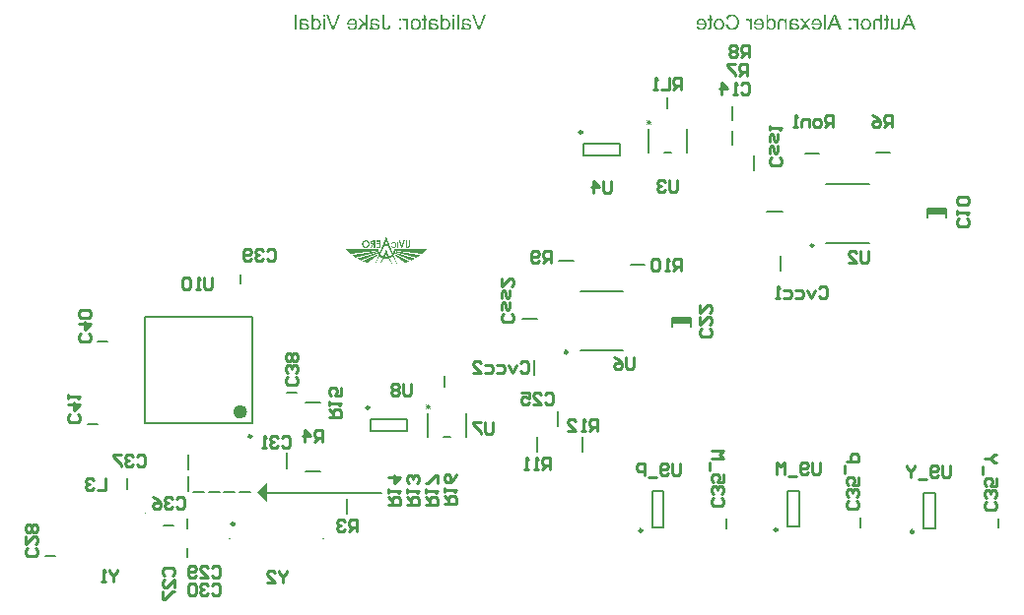
<source format=gbo>
G04*
G04 #@! TF.GenerationSoftware,Altium Limited,Altium Designer,19.0.15 (446)*
G04*
G04 Layer_Color=32896*
%FSLAX44Y44*%
%MOMM*%
G71*
G01*
G75*
%ADD10C,0.1000*%
%ADD11C,0.1524*%
%ADD12C,0.6000*%
%ADD13C,0.2500*%
%ADD16C,0.2000*%
%ADD17C,0.2286*%
%ADD105C,0.0762*%
%ADD106R,1.6000X0.5500*%
%ADD107R,1.6000X0.5500*%
G36*
X475983Y347370D02*
Y347330D01*
Y347290D01*
Y347250D01*
X475943D01*
Y347211D01*
Y347171D01*
Y347131D01*
X475903D01*
Y347091D01*
Y347051D01*
Y347011D01*
X475863D01*
Y346971D01*
Y346931D01*
Y346891D01*
X475823D01*
Y346851D01*
Y346811D01*
Y346772D01*
Y346732D01*
X475783D01*
Y346692D01*
Y346652D01*
Y346612D01*
X475743D01*
Y346572D01*
Y346532D01*
X475703D01*
Y346492D01*
Y346452D01*
Y346413D01*
Y346373D01*
X475663D01*
Y346333D01*
Y346293D01*
Y346253D01*
X475623D01*
Y346213D01*
Y346173D01*
Y346133D01*
X475583D01*
Y346093D01*
Y346054D01*
X475544D01*
Y346014D01*
Y345974D01*
Y345934D01*
Y345894D01*
X475504D01*
Y345854D01*
Y345814D01*
Y345774D01*
X475464D01*
Y345734D01*
Y345694D01*
Y345654D01*
Y345615D01*
X475424D01*
Y345575D01*
Y345535D01*
Y345495D01*
Y345455D01*
X475384D01*
Y345415D01*
Y345375D01*
Y345335D01*
X475344D01*
Y345295D01*
Y345256D01*
Y345216D01*
X475304D01*
Y345176D01*
Y345136D01*
Y345096D01*
X475264D01*
Y345056D01*
Y345016D01*
Y344976D01*
Y344936D01*
X475224D01*
Y344897D01*
Y344857D01*
Y344817D01*
X475185D01*
Y344777D01*
Y344737D01*
Y344697D01*
X475145D01*
Y344657D01*
Y344617D01*
Y344577D01*
X475105D01*
Y344538D01*
Y344498D01*
Y344458D01*
X475065D01*
Y344418D01*
Y344378D01*
Y344338D01*
X475025D01*
Y344298D01*
Y344258D01*
Y344218D01*
Y344178D01*
X474985D01*
Y344138D01*
Y344099D01*
Y344059D01*
X474945D01*
Y344019D01*
Y343979D01*
Y343939D01*
X474905D01*
Y343899D01*
Y343859D01*
Y343819D01*
X474865D01*
Y343779D01*
Y343740D01*
Y343700D01*
Y343660D01*
X474826D01*
Y343620D01*
Y343580D01*
Y343540D01*
X474786D01*
Y343500D01*
Y343460D01*
Y343420D01*
X474746D01*
Y343381D01*
Y343341D01*
Y343301D01*
X474706D01*
Y343261D01*
Y343221D01*
Y343181D01*
Y343141D01*
X474666D01*
Y343101D01*
Y343061D01*
Y343021D01*
X474626D01*
Y342981D01*
Y342942D01*
Y342902D01*
X474586D01*
Y342862D01*
Y342822D01*
Y342782D01*
X474546D01*
Y342742D01*
Y342702D01*
Y342662D01*
X474506D01*
Y342622D01*
Y342583D01*
Y342543D01*
Y342503D01*
X474466D01*
Y342463D01*
Y342423D01*
Y342383D01*
X474427D01*
Y342343D01*
Y342303D01*
Y342263D01*
X474387D01*
Y342224D01*
Y342184D01*
Y342144D01*
X474347D01*
Y342104D01*
Y342064D01*
Y342024D01*
X474307D01*
Y341984D01*
Y341944D01*
Y341904D01*
Y341865D01*
X474267D01*
Y341825D01*
Y341785D01*
Y341745D01*
X474227D01*
Y341705D01*
Y341665D01*
Y341625D01*
X474187D01*
Y341585D01*
Y341545D01*
Y341505D01*
X474147D01*
Y341465D01*
Y341426D01*
Y341386D01*
Y341346D01*
X474107D01*
Y341306D01*
Y341266D01*
Y341226D01*
X474067D01*
Y341186D01*
Y341146D01*
X473030D01*
Y341186D01*
Y341226D01*
X472990D01*
Y341266D01*
Y341306D01*
Y341346D01*
X472950D01*
Y341386D01*
Y341426D01*
Y341465D01*
X472910D01*
Y341505D01*
Y341545D01*
Y341585D01*
Y341625D01*
X472871D01*
Y341665D01*
Y341705D01*
Y341745D01*
X472831D01*
Y341785D01*
Y341825D01*
Y341865D01*
X472791D01*
Y341904D01*
Y341944D01*
Y341984D01*
X472751D01*
Y342024D01*
Y342064D01*
Y342104D01*
Y342144D01*
X472711D01*
Y342184D01*
Y342224D01*
Y342263D01*
X472671D01*
Y342303D01*
Y342343D01*
Y342383D01*
X472631D01*
Y342423D01*
Y342463D01*
Y342503D01*
X472591D01*
Y342543D01*
Y342583D01*
Y342622D01*
X472551D01*
Y342662D01*
Y342702D01*
Y342742D01*
Y342782D01*
X472512D01*
Y342822D01*
Y342862D01*
Y342902D01*
X472472D01*
Y342942D01*
Y342981D01*
Y343021D01*
X472432D01*
Y343061D01*
Y343101D01*
Y343141D01*
Y343181D01*
X472392D01*
Y343221D01*
Y343261D01*
X472352D01*
Y343301D01*
Y343341D01*
Y343381D01*
Y343420D01*
X472312D01*
Y343460D01*
Y343500D01*
Y343540D01*
X472272D01*
Y343580D01*
Y343620D01*
Y343660D01*
X472232D01*
Y343700D01*
Y343740D01*
Y343779D01*
X472192D01*
Y343819D01*
Y343859D01*
Y343899D01*
Y343939D01*
X472152D01*
Y343979D01*
Y344019D01*
Y344059D01*
X472113D01*
Y344099D01*
Y344138D01*
Y344178D01*
X472073D01*
Y344218D01*
Y344258D01*
Y344298D01*
X472033D01*
Y344338D01*
Y344378D01*
Y344418D01*
X471993D01*
Y344458D01*
Y344498D01*
Y344538D01*
X471953D01*
Y344577D01*
Y344617D01*
Y344657D01*
Y344697D01*
X471913D01*
Y344737D01*
Y344777D01*
Y344817D01*
X471873D01*
Y344857D01*
Y344897D01*
Y344936D01*
X471833D01*
Y344976D01*
Y345016D01*
Y345056D01*
X471794D01*
Y345096D01*
Y345136D01*
Y345176D01*
X471754D01*
Y345216D01*
Y345256D01*
Y345295D01*
Y345335D01*
X471714D01*
Y345375D01*
Y345415D01*
Y345455D01*
X471674D01*
Y345495D01*
Y345535D01*
Y345575D01*
X471634D01*
Y345615D01*
Y345654D01*
Y345694D01*
X471594D01*
Y345734D01*
Y345774D01*
Y345814D01*
X471554D01*
Y345854D01*
Y345894D01*
Y345934D01*
Y345974D01*
X471514D01*
Y346014D01*
Y346054D01*
Y346093D01*
X471474D01*
Y346133D01*
Y346173D01*
Y346213D01*
X471434D01*
Y346253D01*
Y346293D01*
Y346333D01*
X471395D01*
Y346373D01*
Y346413D01*
Y346452D01*
X471355D01*
Y346492D01*
Y346532D01*
Y346572D01*
Y346612D01*
X471315D01*
Y346652D01*
Y346692D01*
Y346732D01*
X471275D01*
Y346772D01*
Y346811D01*
Y346851D01*
X471235D01*
Y346891D01*
Y346931D01*
Y346971D01*
X471195D01*
Y347011D01*
Y347051D01*
Y347091D01*
Y347131D01*
X471155D01*
Y347171D01*
Y347211D01*
Y347250D01*
X471115D01*
Y347290D01*
Y347330D01*
Y347370D01*
X471075D01*
Y347410D01*
X472113D01*
Y347370D01*
X472152D01*
Y347330D01*
Y347290D01*
Y347250D01*
X472192D01*
Y347211D01*
Y347171D01*
Y347131D01*
X472232D01*
Y347091D01*
Y347051D01*
Y347011D01*
Y346971D01*
X472272D01*
Y346931D01*
Y346891D01*
Y346851D01*
X472312D01*
Y346811D01*
Y346772D01*
Y346732D01*
X472352D01*
Y346692D01*
Y346652D01*
Y346612D01*
X472392D01*
Y346572D01*
Y346532D01*
Y346492D01*
X472432D01*
Y346452D01*
Y346413D01*
Y346373D01*
X472472D01*
Y346333D01*
Y346293D01*
Y346253D01*
Y346213D01*
X472512D01*
Y346173D01*
Y346133D01*
Y346093D01*
X472551D01*
Y346054D01*
Y346014D01*
Y345974D01*
X472591D01*
Y345934D01*
Y345894D01*
Y345854D01*
X472631D01*
Y345814D01*
Y345774D01*
Y345734D01*
X472671D01*
Y345694D01*
Y345654D01*
Y345615D01*
X472711D01*
Y345575D01*
Y345535D01*
Y345495D01*
Y345455D01*
X472751D01*
Y345415D01*
Y345375D01*
Y345335D01*
X472791D01*
Y345295D01*
Y345256D01*
Y345216D01*
X472831D01*
Y345176D01*
Y345136D01*
Y345096D01*
X472871D01*
Y345056D01*
Y345016D01*
Y344976D01*
X472910D01*
Y344936D01*
Y344897D01*
Y344857D01*
Y344817D01*
X472950D01*
Y344777D01*
Y344737D01*
Y344697D01*
X472990D01*
Y344657D01*
Y344617D01*
Y344577D01*
X473030D01*
Y344538D01*
Y344498D01*
Y344458D01*
X473070D01*
Y344418D01*
Y344378D01*
Y344338D01*
Y344298D01*
X473110D01*
Y344258D01*
Y344218D01*
Y344178D01*
X473150D01*
Y344138D01*
Y344099D01*
Y344059D01*
X473190D01*
Y344019D01*
Y343979D01*
Y343939D01*
X473230D01*
Y343899D01*
Y343859D01*
Y343819D01*
X473270D01*
Y343779D01*
Y343740D01*
Y343700D01*
Y343660D01*
X473310D01*
Y343620D01*
Y343580D01*
Y343540D01*
X473349D01*
Y343500D01*
Y343460D01*
Y343420D01*
X473389D01*
Y343381D01*
Y343341D01*
Y343301D01*
X473429D01*
Y343261D01*
Y343221D01*
Y343181D01*
Y343141D01*
X473469D01*
Y343101D01*
Y343061D01*
Y343021D01*
X473509D01*
Y342981D01*
X473589D01*
Y343021D01*
X473629D01*
Y343061D01*
Y343101D01*
Y343141D01*
X473669D01*
Y343181D01*
Y343221D01*
Y343261D01*
Y343301D01*
X473708D01*
Y343341D01*
Y343381D01*
Y343420D01*
X473748D01*
Y343460D01*
Y343500D01*
Y343540D01*
X473788D01*
Y343580D01*
Y343620D01*
Y343660D01*
X473828D01*
Y343700D01*
Y343740D01*
Y343779D01*
Y343819D01*
X473868D01*
Y343859D01*
Y343899D01*
Y343939D01*
X473908D01*
Y343979D01*
Y344019D01*
Y344059D01*
X473948D01*
Y344099D01*
Y344138D01*
Y344178D01*
X473988D01*
Y344218D01*
Y344258D01*
Y344298D01*
X474028D01*
Y344338D01*
Y344378D01*
Y344418D01*
Y344458D01*
X474067D01*
Y344498D01*
Y344538D01*
Y344577D01*
X474107D01*
Y344617D01*
Y344657D01*
Y344697D01*
X474147D01*
Y344737D01*
Y344777D01*
Y344817D01*
X474187D01*
Y344857D01*
Y344897D01*
Y344936D01*
Y344976D01*
X474227D01*
Y345016D01*
Y345056D01*
Y345096D01*
X474267D01*
Y345136D01*
Y345176D01*
Y345216D01*
X474307D01*
Y345256D01*
Y345295D01*
Y345335D01*
X474347D01*
Y345375D01*
Y345415D01*
Y345455D01*
X474387D01*
Y345495D01*
Y345535D01*
Y345575D01*
X474427D01*
Y345615D01*
Y345654D01*
Y345694D01*
X474466D01*
Y345734D01*
Y345774D01*
Y345814D01*
X474506D01*
Y345854D01*
Y345894D01*
Y345934D01*
X474546D01*
Y345974D01*
Y346014D01*
Y346054D01*
X474586D01*
Y346093D01*
Y346133D01*
Y346173D01*
X474626D01*
Y346213D01*
Y346253D01*
Y346293D01*
Y346333D01*
X474666D01*
Y346373D01*
Y346413D01*
Y346452D01*
Y346492D01*
X474706D01*
Y346532D01*
Y346572D01*
Y346612D01*
X474746D01*
Y346652D01*
Y346692D01*
Y346732D01*
X474786D01*
Y346772D01*
Y346811D01*
Y346851D01*
X474826D01*
Y346891D01*
Y346931D01*
Y346971D01*
Y347011D01*
X474865D01*
Y347051D01*
Y347091D01*
Y347131D01*
X474905D01*
Y347171D01*
Y347211D01*
Y347250D01*
X474945D01*
Y347290D01*
Y347330D01*
Y347370D01*
X474985D01*
Y347410D01*
X475983D01*
Y347370D01*
D02*
G37*
G36*
X480491D02*
Y347330D01*
Y347290D01*
Y347250D01*
Y347211D01*
Y347171D01*
Y347131D01*
Y347091D01*
Y347051D01*
Y347011D01*
Y346971D01*
Y346931D01*
Y346891D01*
Y346851D01*
Y346811D01*
Y346772D01*
Y346732D01*
Y346692D01*
Y346652D01*
Y346612D01*
Y346572D01*
Y346532D01*
Y346492D01*
Y346452D01*
Y346413D01*
Y346373D01*
Y346333D01*
Y346293D01*
Y346253D01*
Y346213D01*
Y346173D01*
Y346133D01*
Y346093D01*
Y346054D01*
Y346014D01*
Y345974D01*
Y345934D01*
Y345894D01*
Y345854D01*
Y345814D01*
Y345774D01*
Y345734D01*
Y345694D01*
Y345654D01*
Y345615D01*
Y345575D01*
Y345535D01*
Y345495D01*
Y345455D01*
Y345415D01*
Y345375D01*
Y345335D01*
Y345295D01*
Y345256D01*
Y345216D01*
Y345176D01*
Y345136D01*
Y345096D01*
Y345056D01*
Y345016D01*
Y344976D01*
Y344936D01*
Y344897D01*
Y344857D01*
Y344817D01*
Y344777D01*
Y344737D01*
Y344697D01*
Y344657D01*
Y344617D01*
Y344577D01*
Y344538D01*
Y344498D01*
Y344458D01*
Y344418D01*
Y344378D01*
Y344338D01*
Y344298D01*
Y344258D01*
Y344218D01*
Y344178D01*
Y344138D01*
Y344099D01*
Y344059D01*
Y344019D01*
Y343979D01*
Y343939D01*
Y343899D01*
Y343859D01*
Y343819D01*
Y343779D01*
Y343740D01*
Y343700D01*
Y343660D01*
Y343620D01*
Y343580D01*
Y343540D01*
Y343500D01*
Y343460D01*
Y343420D01*
Y343381D01*
Y343341D01*
Y343301D01*
Y343261D01*
Y343221D01*
Y343181D01*
Y343141D01*
Y343101D01*
Y343061D01*
Y343021D01*
Y342981D01*
Y342942D01*
Y342902D01*
Y342862D01*
Y342822D01*
X480451D01*
Y342782D01*
Y342742D01*
Y342702D01*
Y342662D01*
Y342622D01*
Y342583D01*
Y342543D01*
Y342503D01*
X480411D01*
Y342463D01*
Y342423D01*
Y342383D01*
Y342343D01*
Y342303D01*
X480371D01*
Y342263D01*
Y342224D01*
Y342184D01*
X480331D01*
Y342144D01*
Y342104D01*
Y342064D01*
X480291D01*
Y342024D01*
Y341984D01*
X480251D01*
Y341944D01*
Y341904D01*
X480211D01*
Y341865D01*
Y341825D01*
X480172D01*
Y341785D01*
Y341745D01*
X480132D01*
Y341705D01*
X480092D01*
Y341665D01*
X480052D01*
Y341625D01*
X480012D01*
Y341585D01*
Y341545D01*
X479972D01*
Y341505D01*
X479932D01*
Y341465D01*
X479892D01*
Y341426D01*
X479852D01*
Y341386D01*
X479772D01*
Y341346D01*
X479733D01*
Y341306D01*
X479693D01*
Y341266D01*
X479613D01*
Y341226D01*
X479533D01*
Y341186D01*
X479453D01*
Y341146D01*
X479374D01*
Y341106D01*
X479254D01*
Y341067D01*
X479094D01*
Y341027D01*
X478775D01*
Y340987D01*
X478656D01*
Y341027D01*
X478296D01*
Y341067D01*
X478137D01*
Y341106D01*
X478057D01*
Y341146D01*
X477937D01*
Y341186D01*
X477858D01*
Y341226D01*
X477818D01*
Y341266D01*
X477738D01*
Y341306D01*
X477698D01*
Y341346D01*
X477658D01*
Y341386D01*
X477618D01*
Y341426D01*
X477538D01*
Y341465D01*
X477499D01*
Y341505D01*
Y341545D01*
X477459D01*
Y341585D01*
X477419D01*
Y341625D01*
X477379D01*
Y341665D01*
X477339D01*
Y341705D01*
X477299D01*
Y341745D01*
Y341785D01*
X477259D01*
Y341825D01*
Y341865D01*
X477219D01*
Y341904D01*
X477179D01*
Y341944D01*
Y341984D01*
X477139D01*
Y342024D01*
Y342064D01*
X477100D01*
Y342104D01*
Y342144D01*
Y342184D01*
X477060D01*
Y342224D01*
Y342263D01*
Y342303D01*
X477020D01*
Y342343D01*
Y342383D01*
Y342423D01*
Y342463D01*
X476980D01*
Y342503D01*
Y342543D01*
Y342583D01*
Y342622D01*
Y342662D01*
Y342702D01*
Y342742D01*
Y342782D01*
X476940D01*
Y342822D01*
Y342862D01*
Y342902D01*
Y342942D01*
Y342981D01*
Y343021D01*
Y343061D01*
Y343101D01*
Y343141D01*
Y343181D01*
Y343221D01*
Y343261D01*
Y343301D01*
Y343341D01*
Y343381D01*
Y343420D01*
Y343460D01*
Y343500D01*
Y343540D01*
Y343580D01*
Y343620D01*
Y343660D01*
Y343700D01*
Y343740D01*
Y343779D01*
Y343819D01*
Y343859D01*
Y343899D01*
Y343939D01*
Y343979D01*
Y344019D01*
Y344059D01*
Y344099D01*
Y344138D01*
Y344178D01*
Y344218D01*
Y344258D01*
Y344298D01*
Y344338D01*
Y344378D01*
Y344418D01*
Y344458D01*
Y344498D01*
Y344538D01*
Y344577D01*
Y344617D01*
Y344657D01*
Y344697D01*
Y344737D01*
Y344777D01*
Y344817D01*
Y344857D01*
Y344897D01*
Y344936D01*
Y344976D01*
Y345016D01*
Y345056D01*
Y345096D01*
Y345136D01*
Y345176D01*
Y345216D01*
Y345256D01*
Y345295D01*
Y345335D01*
Y345375D01*
Y345415D01*
Y345455D01*
Y345495D01*
Y345535D01*
Y345575D01*
Y345615D01*
Y345654D01*
Y345694D01*
Y345734D01*
Y345774D01*
Y345814D01*
Y345854D01*
Y345894D01*
Y345934D01*
Y345974D01*
Y346014D01*
Y346054D01*
Y346093D01*
Y346133D01*
Y346173D01*
Y346213D01*
Y346253D01*
Y346293D01*
Y346333D01*
Y346373D01*
Y346413D01*
Y346452D01*
Y346492D01*
Y346532D01*
Y346572D01*
Y346612D01*
Y346652D01*
Y346692D01*
Y346732D01*
Y346772D01*
Y346811D01*
Y346851D01*
Y346891D01*
Y346931D01*
Y346971D01*
Y347011D01*
Y347051D01*
Y347091D01*
Y347131D01*
Y347171D01*
Y347211D01*
Y347250D01*
Y347290D01*
Y347330D01*
Y347370D01*
Y347410D01*
X477937D01*
Y347370D01*
Y347330D01*
Y347290D01*
Y347250D01*
Y347211D01*
Y347171D01*
Y347131D01*
Y347091D01*
Y347051D01*
Y347011D01*
Y346971D01*
Y346931D01*
Y346891D01*
Y346851D01*
Y346811D01*
Y346772D01*
Y346732D01*
Y346692D01*
Y346652D01*
Y346612D01*
Y346572D01*
Y346532D01*
Y346492D01*
Y346452D01*
Y346413D01*
Y346373D01*
Y346333D01*
Y346293D01*
Y346253D01*
Y346213D01*
Y346173D01*
Y346133D01*
Y346093D01*
Y346054D01*
Y346014D01*
Y345974D01*
Y345934D01*
Y345894D01*
Y345854D01*
Y345814D01*
Y345774D01*
Y345734D01*
Y345694D01*
Y345654D01*
Y345615D01*
Y345575D01*
Y345535D01*
Y345495D01*
Y345455D01*
Y345415D01*
Y345375D01*
Y345335D01*
Y345295D01*
Y345256D01*
Y345216D01*
Y345176D01*
Y345136D01*
Y345096D01*
Y345056D01*
Y345016D01*
Y344976D01*
Y344936D01*
Y344897D01*
Y344857D01*
Y344817D01*
Y344777D01*
Y344737D01*
Y344697D01*
Y344657D01*
Y344617D01*
Y344577D01*
Y344538D01*
Y344498D01*
Y344458D01*
Y344418D01*
Y344378D01*
Y344338D01*
Y344298D01*
Y344258D01*
Y344218D01*
Y344178D01*
Y344138D01*
Y344099D01*
Y344059D01*
Y344019D01*
Y343979D01*
Y343939D01*
Y343899D01*
Y343859D01*
Y343819D01*
Y343779D01*
Y343740D01*
Y343700D01*
Y343660D01*
Y343620D01*
Y343580D01*
Y343540D01*
Y343500D01*
Y343460D01*
Y343420D01*
Y343381D01*
Y343341D01*
Y343301D01*
Y343261D01*
Y343221D01*
Y343181D01*
Y343141D01*
Y343101D01*
Y343061D01*
Y343021D01*
Y342981D01*
Y342942D01*
Y342902D01*
Y342862D01*
Y342822D01*
X477977D01*
Y342782D01*
Y342742D01*
Y342702D01*
Y342662D01*
Y342622D01*
X478017D01*
Y342583D01*
Y342543D01*
Y342503D01*
X478057D01*
Y342463D01*
Y342423D01*
X478097D01*
Y342383D01*
X478137D01*
Y342343D01*
X478177D01*
Y342303D01*
X478217D01*
Y342263D01*
X478256D01*
Y342224D01*
X478296D01*
Y342184D01*
X478336D01*
Y342144D01*
X478416D01*
Y342104D01*
X478536D01*
Y342064D01*
X478975D01*
Y342104D01*
X479054D01*
Y342144D01*
X479134D01*
Y342184D01*
X479174D01*
Y342224D01*
X479254D01*
Y342263D01*
X479294D01*
Y342303D01*
X479334D01*
Y342343D01*
Y342383D01*
X479374D01*
Y342423D01*
Y342463D01*
X479413D01*
Y342503D01*
Y342543D01*
X479453D01*
Y342583D01*
Y342622D01*
Y342662D01*
Y342702D01*
X479493D01*
Y342742D01*
Y342782D01*
Y342822D01*
Y342862D01*
Y342902D01*
Y342942D01*
Y342981D01*
Y343021D01*
Y343061D01*
Y343101D01*
Y343141D01*
Y343181D01*
Y343221D01*
Y343261D01*
Y343301D01*
Y343341D01*
Y343381D01*
Y343420D01*
Y343460D01*
Y343500D01*
Y343540D01*
Y343580D01*
Y343620D01*
Y343660D01*
Y343700D01*
Y343740D01*
Y343779D01*
Y343819D01*
Y343859D01*
Y343899D01*
Y343939D01*
Y343979D01*
Y344019D01*
Y344059D01*
Y344099D01*
Y344138D01*
Y344178D01*
Y344218D01*
Y344258D01*
Y344298D01*
Y344338D01*
Y344378D01*
Y344418D01*
Y344458D01*
Y344498D01*
Y344538D01*
Y344577D01*
Y344617D01*
Y344657D01*
Y344697D01*
Y344737D01*
Y344777D01*
Y344817D01*
Y344857D01*
Y344897D01*
Y344936D01*
Y344976D01*
Y345016D01*
Y345056D01*
Y345096D01*
Y345136D01*
Y345176D01*
Y345216D01*
Y345256D01*
Y345295D01*
Y345335D01*
Y345375D01*
Y345415D01*
Y345455D01*
Y345495D01*
Y345535D01*
Y345575D01*
Y345615D01*
Y345654D01*
Y345694D01*
Y345734D01*
Y345774D01*
Y345814D01*
Y345854D01*
Y345894D01*
Y345934D01*
Y345974D01*
Y346014D01*
Y346054D01*
Y346093D01*
Y346133D01*
Y346173D01*
Y346213D01*
Y346253D01*
Y346293D01*
Y346333D01*
Y346373D01*
Y346413D01*
Y346452D01*
Y346492D01*
Y346532D01*
Y346572D01*
Y346612D01*
Y346652D01*
Y346692D01*
Y346732D01*
Y346772D01*
Y346811D01*
Y346851D01*
Y346891D01*
Y346931D01*
Y346971D01*
Y347011D01*
Y347051D01*
Y347091D01*
Y347131D01*
Y347171D01*
Y347211D01*
Y347250D01*
Y347290D01*
Y347330D01*
Y347370D01*
Y347410D01*
X480491D01*
Y347370D01*
D02*
G37*
G36*
X466886Y345894D02*
X467086D01*
Y345854D01*
X467245D01*
Y345814D01*
X467365D01*
Y345774D01*
X467485D01*
Y345734D01*
X467565D01*
Y345694D01*
X467644D01*
Y345654D01*
X467724D01*
Y345615D01*
X467804D01*
Y345575D01*
X467884D01*
Y345535D01*
X467924D01*
Y345495D01*
X468003D01*
Y345455D01*
X468043D01*
Y345415D01*
X468083D01*
Y345375D01*
X468123D01*
Y345335D01*
X468163D01*
Y345295D01*
X468203D01*
Y345256D01*
X468283D01*
Y345216D01*
X468323D01*
Y345176D01*
X468363D01*
Y345136D01*
X468402D01*
Y345096D01*
Y345056D01*
X468442D01*
Y345016D01*
X468482D01*
Y344976D01*
X468522D01*
Y344936D01*
X468562D01*
Y344897D01*
Y344857D01*
X468602D01*
Y344817D01*
X468642D01*
Y344777D01*
Y344737D01*
X468682D01*
Y344697D01*
Y344657D01*
X468722D01*
Y344617D01*
Y344577D01*
X468761D01*
Y344538D01*
Y344498D01*
X468801D01*
Y344458D01*
Y344418D01*
Y344378D01*
X468841D01*
Y344338D01*
Y344298D01*
Y344258D01*
X468881D01*
Y344218D01*
Y344178D01*
Y344138D01*
Y344099D01*
X468921D01*
Y344059D01*
Y344019D01*
Y343979D01*
Y343939D01*
Y343899D01*
Y343859D01*
X468961D01*
Y343819D01*
Y343779D01*
Y343740D01*
Y343700D01*
Y343660D01*
Y343620D01*
Y343580D01*
Y343540D01*
Y343500D01*
Y343460D01*
Y343420D01*
Y343381D01*
Y343341D01*
Y343301D01*
Y343261D01*
Y343221D01*
Y343181D01*
Y343141D01*
X468921D01*
Y343101D01*
Y343061D01*
Y343021D01*
Y342981D01*
Y342942D01*
Y342902D01*
X468881D01*
Y342862D01*
Y342822D01*
Y342782D01*
Y342742D01*
Y342702D01*
X468841D01*
Y342662D01*
Y342622D01*
Y342583D01*
X468801D01*
Y342543D01*
Y342503D01*
X468761D01*
Y342463D01*
Y342423D01*
Y342383D01*
X468722D01*
Y342343D01*
Y342303D01*
X468682D01*
Y342263D01*
Y342224D01*
X468642D01*
Y342184D01*
X468602D01*
Y342144D01*
Y342104D01*
X468562D01*
Y342064D01*
X468522D01*
Y342024D01*
Y341984D01*
X468482D01*
Y341944D01*
X468442D01*
Y341904D01*
X468402D01*
Y341865D01*
X468363D01*
Y341825D01*
Y341785D01*
X468323D01*
Y341745D01*
X468283D01*
Y341705D01*
X468243D01*
Y341665D01*
X468203D01*
Y341625D01*
X468123D01*
Y341585D01*
X468083D01*
Y341545D01*
X468043D01*
Y341505D01*
X468003D01*
Y341465D01*
X467924D01*
Y341426D01*
X467884D01*
Y341386D01*
X467804D01*
Y341346D01*
X467724D01*
Y341306D01*
X467644D01*
Y341266D01*
X467565D01*
Y341226D01*
X467485D01*
Y341186D01*
X467365D01*
Y341146D01*
X467245D01*
Y341106D01*
X467006D01*
Y341067D01*
X466567D01*
Y341027D01*
X466527D01*
Y341067D01*
X466049D01*
Y341106D01*
X465849D01*
Y341146D01*
X465729D01*
Y341186D01*
X465610D01*
Y341226D01*
X465490D01*
Y341266D01*
X465410D01*
Y341306D01*
X465330D01*
Y341346D01*
X465290D01*
Y341386D01*
X465211D01*
Y341426D01*
X465131D01*
Y341465D01*
X465091D01*
Y341505D01*
X465051D01*
Y341545D01*
X464971D01*
Y341585D01*
X464931D01*
Y341625D01*
X464892D01*
Y341665D01*
X464852D01*
Y341705D01*
X464772D01*
Y341745D01*
X464732D01*
Y341785D01*
X464692D01*
Y341825D01*
X464652D01*
Y341865D01*
X464612D01*
Y341904D01*
Y341944D01*
X464652D01*
Y341984D01*
X464692D01*
Y342024D01*
X464732D01*
Y342064D01*
X464772D01*
Y342104D01*
X464812D01*
Y342144D01*
X464852D01*
Y342184D01*
Y342224D01*
X464931D01*
Y342263D01*
Y342303D01*
X464971D01*
Y342343D01*
X465011D01*
Y342383D01*
X465051D01*
Y342423D01*
X465091D01*
Y342463D01*
X465171D01*
Y342423D01*
X465211D01*
Y342383D01*
X465251D01*
Y342343D01*
X465330D01*
Y342303D01*
X465370D01*
Y342263D01*
X465410D01*
Y342224D01*
X465450D01*
Y342184D01*
X465490D01*
Y342144D01*
X465570D01*
Y342104D01*
X465610D01*
Y342064D01*
X465690D01*
Y342024D01*
X465769D01*
Y341984D01*
X465809D01*
Y341944D01*
X465929D01*
Y341904D01*
X466049D01*
Y341865D01*
X466208D01*
Y341825D01*
X466886D01*
Y341865D01*
X467046D01*
Y341904D01*
X467166D01*
Y341944D01*
X467285D01*
Y341984D01*
X467365D01*
Y342024D01*
X467405D01*
Y342064D01*
X467485D01*
Y342104D01*
X467525D01*
Y342144D01*
X467604D01*
Y342184D01*
X467644D01*
Y342224D01*
X467684D01*
Y342263D01*
X467724D01*
Y342303D01*
X467764D01*
Y342343D01*
X467804D01*
Y342383D01*
X467844D01*
Y342423D01*
Y342463D01*
X467884D01*
Y342503D01*
X467924D01*
Y342543D01*
Y342583D01*
X467963D01*
Y342622D01*
X468003D01*
Y342662D01*
Y342702D01*
X468043D01*
Y342742D01*
Y342782D01*
Y342822D01*
X468083D01*
Y342862D01*
Y342902D01*
Y342942D01*
X468123D01*
Y342981D01*
Y343021D01*
Y343061D01*
X468163D01*
Y343101D01*
Y343141D01*
Y343181D01*
Y343221D01*
Y343261D01*
Y343301D01*
Y343341D01*
X468203D01*
Y343381D01*
Y343420D01*
Y343460D01*
Y343500D01*
Y343540D01*
Y343580D01*
Y343620D01*
Y343660D01*
Y343700D01*
X468163D01*
Y343740D01*
Y343779D01*
Y343819D01*
Y343859D01*
Y343899D01*
X468123D01*
Y343939D01*
Y343979D01*
Y344019D01*
Y344059D01*
X468083D01*
Y344099D01*
Y344138D01*
Y344178D01*
X468043D01*
Y344218D01*
Y344258D01*
X468003D01*
Y344298D01*
Y344338D01*
X467963D01*
Y344378D01*
X467924D01*
Y344418D01*
Y344458D01*
X467884D01*
Y344498D01*
Y344538D01*
X467844D01*
Y344577D01*
X467804D01*
Y344617D01*
X467764D01*
Y344657D01*
X467724D01*
Y344697D01*
X467684D01*
Y344737D01*
X467644D01*
Y344777D01*
X467604D01*
Y344817D01*
X467565D01*
Y344857D01*
X467485D01*
Y344897D01*
X467445D01*
Y344936D01*
X467365D01*
Y344976D01*
X467285D01*
Y345016D01*
X467206D01*
Y345056D01*
X467126D01*
Y345096D01*
X466966D01*
Y345136D01*
X466727D01*
Y345176D01*
X466408D01*
Y345136D01*
X466168D01*
Y345096D01*
X466009D01*
Y345056D01*
X465889D01*
Y345016D01*
X465809D01*
Y344976D01*
X465729D01*
Y344936D01*
X465650D01*
Y344897D01*
X465570D01*
Y344857D01*
X465530D01*
Y344817D01*
X465490D01*
Y344777D01*
X465410D01*
Y344737D01*
X465370D01*
Y344697D01*
X465330D01*
Y344657D01*
X465290D01*
Y344617D01*
X465251D01*
Y344577D01*
X465211D01*
Y344538D01*
X465171D01*
Y344498D01*
X465091D01*
Y344538D01*
X465051D01*
Y344577D01*
X465011D01*
Y344617D01*
X464971D01*
Y344657D01*
X464931D01*
Y344697D01*
X464892D01*
Y344737D01*
X464852D01*
Y344777D01*
X464812D01*
Y344817D01*
X464772D01*
Y344857D01*
X464732D01*
Y344897D01*
X464692D01*
Y344936D01*
X464652D01*
Y344976D01*
X464612D01*
Y345016D01*
X464572D01*
Y345056D01*
X464612D01*
Y345096D01*
X464652D01*
Y345136D01*
X464692D01*
Y345176D01*
X464732D01*
Y345216D01*
X464772D01*
Y345256D01*
X464812D01*
Y345295D01*
X464852D01*
Y345335D01*
X464892D01*
Y345375D01*
X464971D01*
Y345415D01*
X465011D01*
Y345455D01*
X465051D01*
Y345495D01*
X465131D01*
Y345535D01*
X465171D01*
Y345575D01*
X465251D01*
Y345615D01*
X465330D01*
Y345654D01*
X465410D01*
Y345694D01*
X465490D01*
Y345734D01*
X465570D01*
Y345774D01*
X465690D01*
Y345814D01*
X465809D01*
Y345854D01*
X465969D01*
Y345894D01*
X466168D01*
Y345934D01*
X466886D01*
Y345894D01*
D02*
G37*
G36*
X470676Y345774D02*
Y345734D01*
Y345694D01*
Y345654D01*
Y345615D01*
Y345575D01*
Y345535D01*
Y345495D01*
Y345455D01*
Y345415D01*
Y345375D01*
Y345335D01*
Y345295D01*
Y345256D01*
Y345216D01*
Y345176D01*
Y345136D01*
Y345096D01*
Y345056D01*
Y345016D01*
Y344976D01*
Y344936D01*
Y344897D01*
Y344857D01*
Y344817D01*
Y344777D01*
Y344737D01*
Y344697D01*
Y344657D01*
Y344617D01*
Y344577D01*
Y344538D01*
Y344498D01*
Y344458D01*
Y344418D01*
Y344378D01*
Y344338D01*
Y344298D01*
Y344258D01*
Y344218D01*
Y344178D01*
Y344138D01*
Y344099D01*
Y344059D01*
Y344019D01*
Y343979D01*
Y343939D01*
Y343899D01*
Y343859D01*
Y343819D01*
Y343779D01*
Y343740D01*
Y343700D01*
Y343660D01*
Y343620D01*
Y343580D01*
Y343540D01*
Y343500D01*
Y343460D01*
Y343420D01*
Y343381D01*
Y343341D01*
Y343301D01*
Y343261D01*
Y343221D01*
Y343181D01*
Y343141D01*
Y343101D01*
Y343061D01*
Y343021D01*
Y342981D01*
Y342942D01*
Y342902D01*
Y342862D01*
Y342822D01*
Y342782D01*
Y342742D01*
Y342702D01*
Y342662D01*
Y342622D01*
Y342583D01*
Y342543D01*
Y342503D01*
Y342463D01*
Y342423D01*
Y342383D01*
Y342343D01*
Y342303D01*
Y342263D01*
Y342224D01*
Y342184D01*
Y342144D01*
Y342104D01*
Y342064D01*
Y342024D01*
Y341984D01*
Y341944D01*
Y341904D01*
Y341865D01*
Y341825D01*
Y341785D01*
Y341745D01*
Y341705D01*
Y341665D01*
Y341625D01*
Y341585D01*
Y341545D01*
Y341505D01*
Y341465D01*
Y341426D01*
Y341386D01*
Y341346D01*
Y341306D01*
Y341266D01*
Y341226D01*
Y341186D01*
Y341146D01*
X469879D01*
Y341186D01*
Y341226D01*
Y341266D01*
Y341306D01*
Y341346D01*
Y341386D01*
Y341426D01*
Y341465D01*
Y341505D01*
Y341545D01*
Y341585D01*
Y341625D01*
Y341665D01*
Y341705D01*
Y341745D01*
Y341785D01*
Y341825D01*
Y341865D01*
Y341904D01*
Y341944D01*
Y341984D01*
Y342024D01*
Y342064D01*
Y342104D01*
Y342144D01*
Y342184D01*
Y342224D01*
Y342263D01*
Y342303D01*
Y342343D01*
Y342383D01*
Y342423D01*
Y342463D01*
Y342503D01*
Y342543D01*
Y342583D01*
Y342622D01*
Y342662D01*
Y342702D01*
Y342742D01*
Y342782D01*
Y342822D01*
Y342862D01*
Y342902D01*
Y342942D01*
Y342981D01*
Y343021D01*
Y343061D01*
Y343101D01*
Y343141D01*
Y343181D01*
Y343221D01*
Y343261D01*
Y343301D01*
Y343341D01*
Y343381D01*
Y343420D01*
Y343460D01*
Y343500D01*
Y343540D01*
Y343580D01*
Y343620D01*
Y343660D01*
Y343700D01*
Y343740D01*
Y343779D01*
Y343819D01*
Y343859D01*
Y343899D01*
Y343939D01*
Y343979D01*
Y344019D01*
Y344059D01*
Y344099D01*
Y344138D01*
Y344178D01*
Y344218D01*
Y344258D01*
Y344298D01*
Y344338D01*
Y344378D01*
Y344418D01*
Y344458D01*
Y344498D01*
Y344538D01*
Y344577D01*
Y344617D01*
Y344657D01*
Y344697D01*
Y344737D01*
Y344777D01*
Y344817D01*
Y344857D01*
Y344897D01*
Y344936D01*
Y344976D01*
Y345016D01*
Y345056D01*
Y345096D01*
Y345136D01*
Y345176D01*
Y345216D01*
Y345256D01*
Y345295D01*
Y345335D01*
Y345375D01*
Y345415D01*
Y345455D01*
Y345495D01*
Y345535D01*
Y345575D01*
Y345615D01*
Y345654D01*
Y345694D01*
Y345734D01*
Y345774D01*
Y345814D01*
X470676D01*
Y345774D01*
D02*
G37*
G36*
X455277Y347370D02*
Y347330D01*
Y347290D01*
Y347250D01*
Y347211D01*
Y347171D01*
Y347131D01*
Y347091D01*
Y347051D01*
Y347011D01*
Y346971D01*
Y346931D01*
Y346891D01*
Y346851D01*
Y346811D01*
Y346772D01*
Y346732D01*
Y346692D01*
Y346652D01*
Y346612D01*
Y346572D01*
Y346532D01*
Y346492D01*
Y346452D01*
Y346413D01*
Y346373D01*
Y346333D01*
Y346293D01*
Y346253D01*
Y346213D01*
Y346173D01*
Y346133D01*
Y346093D01*
Y346054D01*
Y346014D01*
Y345974D01*
Y345934D01*
Y345894D01*
Y345854D01*
Y345814D01*
Y345774D01*
Y345734D01*
Y345694D01*
Y345654D01*
Y345615D01*
Y345575D01*
Y345535D01*
Y345495D01*
Y345455D01*
Y345415D01*
Y345375D01*
Y345335D01*
Y345295D01*
Y345256D01*
Y345216D01*
Y345176D01*
Y345136D01*
Y345096D01*
Y345056D01*
Y345016D01*
Y344976D01*
Y344936D01*
Y344897D01*
Y344857D01*
Y344817D01*
Y344777D01*
Y344737D01*
Y344697D01*
Y344657D01*
Y344617D01*
Y344577D01*
Y344538D01*
Y344498D01*
Y344458D01*
Y344418D01*
Y344378D01*
Y344338D01*
Y344298D01*
Y344258D01*
Y344218D01*
Y344178D01*
Y344138D01*
Y344099D01*
Y344059D01*
Y344019D01*
Y343979D01*
Y343939D01*
Y343899D01*
Y343859D01*
Y343819D01*
Y343779D01*
Y343740D01*
Y343700D01*
Y343660D01*
Y343620D01*
Y343580D01*
Y343540D01*
Y343500D01*
Y343460D01*
Y343420D01*
Y343381D01*
Y343341D01*
Y343301D01*
Y343261D01*
Y343221D01*
Y343181D01*
Y343141D01*
Y343101D01*
Y343061D01*
Y343021D01*
Y342981D01*
Y342942D01*
Y342902D01*
Y342862D01*
Y342822D01*
Y342782D01*
Y342742D01*
Y342702D01*
Y342662D01*
Y342622D01*
Y342583D01*
Y342543D01*
Y342503D01*
Y342463D01*
Y342423D01*
Y342383D01*
Y342343D01*
Y342303D01*
Y342263D01*
Y342224D01*
Y342184D01*
Y342144D01*
Y342104D01*
Y342064D01*
Y342024D01*
Y341984D01*
Y341944D01*
Y341904D01*
Y341865D01*
Y341825D01*
Y341785D01*
Y341745D01*
Y341705D01*
Y341665D01*
Y341625D01*
Y341585D01*
Y341545D01*
Y341505D01*
Y341465D01*
Y341426D01*
Y341386D01*
Y341346D01*
Y341306D01*
Y341266D01*
Y341226D01*
Y341186D01*
Y341146D01*
X451965D01*
Y341186D01*
Y341226D01*
Y341266D01*
Y341306D01*
Y341346D01*
Y341386D01*
Y341426D01*
Y341465D01*
Y341505D01*
Y341545D01*
Y341585D01*
Y341625D01*
Y341665D01*
Y341705D01*
Y341745D01*
Y341785D01*
Y341825D01*
Y341865D01*
Y341904D01*
Y341944D01*
Y341984D01*
Y342024D01*
Y342064D01*
Y342104D01*
Y342144D01*
Y342184D01*
Y342224D01*
X454200D01*
Y342263D01*
X454240D01*
Y342303D01*
Y342343D01*
Y342383D01*
Y342423D01*
Y342463D01*
Y342503D01*
Y342543D01*
Y342583D01*
Y342622D01*
Y342662D01*
Y342702D01*
Y342742D01*
Y342782D01*
Y342822D01*
Y342862D01*
Y342902D01*
Y342942D01*
Y342981D01*
Y343021D01*
Y343061D01*
Y343101D01*
Y343141D01*
Y343181D01*
Y343221D01*
Y343261D01*
Y343301D01*
Y343341D01*
Y343381D01*
Y343420D01*
Y343460D01*
Y343500D01*
Y343540D01*
Y343580D01*
Y343620D01*
Y343660D01*
Y343700D01*
Y343740D01*
Y343779D01*
Y343819D01*
Y343859D01*
Y343899D01*
Y343939D01*
Y343979D01*
X451965D01*
Y344019D01*
Y344059D01*
Y344099D01*
Y344138D01*
Y344178D01*
Y344218D01*
Y344258D01*
Y344298D01*
Y344338D01*
Y344378D01*
Y344418D01*
Y344458D01*
Y344498D01*
Y344538D01*
Y344577D01*
Y344617D01*
Y344657D01*
Y344697D01*
Y344737D01*
Y344777D01*
Y344817D01*
Y344857D01*
Y344897D01*
Y344936D01*
Y344976D01*
Y345016D01*
Y345056D01*
X454200D01*
Y345096D01*
X454240D01*
Y345136D01*
Y345176D01*
Y345216D01*
Y345256D01*
Y345295D01*
Y345335D01*
Y345375D01*
Y345415D01*
Y345455D01*
Y345495D01*
Y345535D01*
Y345575D01*
Y345615D01*
Y345654D01*
Y345694D01*
Y345734D01*
Y345774D01*
Y345814D01*
Y345854D01*
Y345894D01*
Y345934D01*
Y345974D01*
Y346014D01*
Y346054D01*
Y346093D01*
Y346133D01*
Y346173D01*
Y346213D01*
Y346253D01*
Y346293D01*
X454200D01*
Y346333D01*
X451965D01*
Y346373D01*
Y346413D01*
Y346452D01*
Y346492D01*
Y346532D01*
Y346572D01*
Y346612D01*
Y346652D01*
Y346692D01*
Y346732D01*
Y346772D01*
Y346811D01*
Y346851D01*
Y346891D01*
Y346931D01*
Y346971D01*
Y347011D01*
Y347051D01*
Y347091D01*
Y347131D01*
Y347171D01*
Y347211D01*
Y347250D01*
Y347290D01*
Y347330D01*
Y347370D01*
Y347410D01*
X455277D01*
Y347370D01*
D02*
G37*
G36*
X450769D02*
Y347330D01*
Y347290D01*
Y347250D01*
Y347211D01*
Y347171D01*
Y347131D01*
Y347091D01*
Y347051D01*
Y347011D01*
Y346971D01*
Y346931D01*
Y346891D01*
Y346851D01*
Y346811D01*
Y346772D01*
Y346732D01*
Y346692D01*
Y346652D01*
Y346612D01*
Y346572D01*
Y346532D01*
Y346492D01*
Y346452D01*
Y346413D01*
Y346373D01*
Y346333D01*
Y346293D01*
Y346253D01*
Y346213D01*
Y346173D01*
Y346133D01*
Y346093D01*
Y346054D01*
Y346014D01*
Y345974D01*
Y345934D01*
Y345894D01*
Y345854D01*
Y345814D01*
Y345774D01*
Y345734D01*
Y345694D01*
Y345654D01*
Y345615D01*
Y345575D01*
Y345535D01*
Y345495D01*
Y345455D01*
Y345415D01*
Y345375D01*
Y345335D01*
Y345295D01*
Y345256D01*
Y345216D01*
Y345176D01*
Y345136D01*
Y345096D01*
Y345056D01*
Y345016D01*
Y344976D01*
Y344936D01*
Y344897D01*
Y344857D01*
Y344817D01*
Y344777D01*
Y344737D01*
Y344697D01*
Y344657D01*
Y344617D01*
Y344577D01*
Y344538D01*
Y344498D01*
Y344458D01*
Y344418D01*
Y344378D01*
Y344338D01*
Y344298D01*
Y344258D01*
Y344218D01*
Y344178D01*
Y344138D01*
Y344099D01*
Y344059D01*
Y344019D01*
Y343979D01*
Y343939D01*
Y343899D01*
Y343859D01*
Y343819D01*
Y343779D01*
Y343740D01*
Y343700D01*
Y343660D01*
Y343620D01*
Y343580D01*
Y343540D01*
Y343500D01*
Y343460D01*
Y343420D01*
Y343381D01*
Y343341D01*
Y343301D01*
Y343261D01*
Y343221D01*
Y343181D01*
Y343141D01*
Y343101D01*
Y343061D01*
Y343021D01*
Y342981D01*
Y342942D01*
Y342902D01*
Y342862D01*
Y342822D01*
Y342782D01*
Y342742D01*
Y342702D01*
Y342662D01*
Y342622D01*
Y342583D01*
Y342543D01*
Y342503D01*
Y342463D01*
Y342423D01*
Y342383D01*
Y342343D01*
Y342303D01*
Y342263D01*
Y342224D01*
Y342184D01*
Y342144D01*
Y342104D01*
Y342064D01*
Y342024D01*
Y341984D01*
Y341944D01*
Y341904D01*
Y341865D01*
Y341825D01*
Y341785D01*
Y341745D01*
Y341705D01*
Y341665D01*
Y341625D01*
Y341585D01*
Y341545D01*
Y341505D01*
Y341465D01*
Y341426D01*
Y341386D01*
Y341346D01*
Y341306D01*
Y341266D01*
Y341226D01*
Y341186D01*
Y341146D01*
X449691D01*
Y341186D01*
Y341226D01*
Y341266D01*
Y341306D01*
Y341346D01*
Y341386D01*
Y341426D01*
Y341465D01*
Y341505D01*
Y341545D01*
Y341585D01*
Y341625D01*
Y341665D01*
Y341705D01*
Y341745D01*
Y341785D01*
Y341825D01*
Y341865D01*
Y341904D01*
Y341944D01*
Y341984D01*
Y342024D01*
Y342064D01*
Y342104D01*
Y342144D01*
Y342184D01*
Y342224D01*
Y342263D01*
Y342303D01*
Y342343D01*
Y342383D01*
Y342423D01*
Y342463D01*
Y342503D01*
Y342543D01*
Y342583D01*
Y342622D01*
Y342662D01*
Y342702D01*
Y342742D01*
Y342782D01*
Y342822D01*
Y342862D01*
Y342902D01*
Y342942D01*
Y342981D01*
Y343021D01*
Y343061D01*
Y343101D01*
Y343141D01*
Y343181D01*
Y343221D01*
Y343261D01*
Y343301D01*
Y343341D01*
Y343381D01*
Y343420D01*
Y343460D01*
Y343500D01*
Y343540D01*
Y343580D01*
Y343620D01*
Y343660D01*
Y343700D01*
Y343740D01*
Y343779D01*
Y343819D01*
Y343859D01*
Y343899D01*
X449253D01*
Y343859D01*
X449213D01*
Y343819D01*
Y343779D01*
X449173D01*
Y343740D01*
Y343700D01*
X449133D01*
Y343660D01*
Y343620D01*
X449093D01*
Y343580D01*
Y343540D01*
X449053D01*
Y343500D01*
Y343460D01*
X449013D01*
Y343420D01*
Y343381D01*
X448973D01*
Y343341D01*
Y343301D01*
X448933D01*
Y343261D01*
Y343221D01*
X448894D01*
Y343181D01*
Y343141D01*
X448854D01*
Y343101D01*
Y343061D01*
X448814D01*
Y343021D01*
Y342981D01*
X448774D01*
Y342942D01*
Y342902D01*
X448734D01*
Y342862D01*
Y342822D01*
X448694D01*
Y342782D01*
Y342742D01*
X448654D01*
Y342702D01*
Y342662D01*
X448614D01*
Y342622D01*
Y342583D01*
X448574D01*
Y342543D01*
Y342503D01*
X448534D01*
Y342463D01*
Y342423D01*
X448494D01*
Y342383D01*
Y342343D01*
X448455D01*
Y342303D01*
Y342263D01*
X448415D01*
Y342224D01*
Y342184D01*
X448375D01*
Y342144D01*
Y342104D01*
X448335D01*
Y342064D01*
Y342024D01*
X448295D01*
Y341984D01*
Y341944D01*
X448255D01*
Y341904D01*
Y341865D01*
X448215D01*
Y341825D01*
X448175D01*
Y341785D01*
Y341745D01*
X448135D01*
Y341705D01*
Y341665D01*
X448096D01*
Y341625D01*
Y341585D01*
X448056D01*
Y341545D01*
Y341505D01*
X448016D01*
Y341465D01*
Y341426D01*
X447976D01*
Y341386D01*
Y341346D01*
X447936D01*
Y341306D01*
Y341266D01*
X447896D01*
Y341226D01*
Y341186D01*
X447856D01*
Y341146D01*
X446699D01*
Y341186D01*
Y341226D01*
X446739D01*
Y341266D01*
Y341306D01*
X446779D01*
Y341346D01*
Y341386D01*
X446819D01*
Y341426D01*
Y341465D01*
X446859D01*
Y341505D01*
Y341545D01*
X446899D01*
Y341585D01*
Y341625D01*
X446939D01*
Y341665D01*
Y341705D01*
X446978D01*
Y341745D01*
Y341785D01*
X447018D01*
Y341825D01*
Y341865D01*
X447058D01*
Y341904D01*
Y341944D01*
X447098D01*
Y341984D01*
Y342024D01*
X447138D01*
Y342064D01*
Y342104D01*
X447178D01*
Y342144D01*
Y342184D01*
X447218D01*
Y342224D01*
Y342263D01*
X447258D01*
Y342303D01*
Y342343D01*
X447298D01*
Y342383D01*
Y342423D01*
X447338D01*
Y342463D01*
Y342503D01*
X447378D01*
Y342543D01*
Y342583D01*
X447417D01*
Y342622D01*
Y342662D01*
X447457D01*
Y342702D01*
Y342742D01*
X447497D01*
Y342782D01*
Y342822D01*
X447537D01*
Y342862D01*
Y342902D01*
X447577D01*
Y342942D01*
Y342981D01*
X447617D01*
Y343021D01*
X447657D01*
Y343061D01*
Y343101D01*
Y343141D01*
X447697D01*
Y343181D01*
X447737D01*
Y343221D01*
Y343261D01*
X447776D01*
Y343301D01*
Y343341D01*
X447816D01*
Y343381D01*
Y343420D01*
X447856D01*
Y343460D01*
Y343500D01*
X447896D01*
Y343540D01*
Y343580D01*
X447936D01*
Y343620D01*
Y343660D01*
X447976D01*
Y343700D01*
Y343740D01*
X448016D01*
Y343779D01*
Y343819D01*
X448056D01*
Y343859D01*
Y343899D01*
X448096D01*
Y343939D01*
Y343979D01*
Y344019D01*
Y344059D01*
X448016D01*
Y344099D01*
X447896D01*
Y344138D01*
X447816D01*
Y344178D01*
X447776D01*
Y344218D01*
X447697D01*
Y344258D01*
X447617D01*
Y344298D01*
X447577D01*
Y344338D01*
X447497D01*
Y344378D01*
X447457D01*
Y344418D01*
X447417D01*
Y344458D01*
X447378D01*
Y344498D01*
X447338D01*
Y344538D01*
X447298D01*
Y344577D01*
X447258D01*
Y344617D01*
Y344657D01*
X447218D01*
Y344697D01*
X447178D01*
Y344737D01*
Y344777D01*
X447138D01*
Y344817D01*
Y344857D01*
X447098D01*
Y344897D01*
Y344936D01*
X447058D01*
Y344976D01*
Y345016D01*
Y345056D01*
X447018D01*
Y345096D01*
Y345136D01*
Y345176D01*
Y345216D01*
X446978D01*
Y345256D01*
Y345295D01*
Y345335D01*
Y345375D01*
Y345415D01*
Y345455D01*
X446939D01*
Y345495D01*
Y345535D01*
Y345575D01*
Y345615D01*
Y345654D01*
Y345694D01*
Y345734D01*
Y345774D01*
Y345814D01*
Y345854D01*
X446978D01*
Y345894D01*
Y345934D01*
Y345974D01*
Y346014D01*
Y346054D01*
Y346093D01*
X447018D01*
Y346133D01*
Y346173D01*
Y346213D01*
X447058D01*
Y346253D01*
Y346293D01*
Y346333D01*
X447098D01*
Y346373D01*
Y346413D01*
X447138D01*
Y346452D01*
Y346492D01*
Y346532D01*
X447178D01*
Y346572D01*
X447218D01*
Y346612D01*
Y346652D01*
X447258D01*
Y346692D01*
X447298D01*
Y346732D01*
Y346772D01*
X447338D01*
Y346811D01*
X447378D01*
Y346851D01*
X447417D01*
Y346891D01*
X447457D01*
Y346931D01*
X447497D01*
Y346971D01*
X447537D01*
Y347011D01*
X447617D01*
Y347051D01*
X447657D01*
Y347091D01*
X447737D01*
Y347131D01*
X447816D01*
Y347171D01*
X447896D01*
Y347211D01*
X447976D01*
Y347250D01*
X448096D01*
Y347290D01*
X448295D01*
Y347330D01*
X448534D01*
Y347370D01*
X448774D01*
Y347410D01*
X450769D01*
Y347370D01*
D02*
G37*
G36*
X442989Y347530D02*
X443308D01*
Y347490D01*
X443468D01*
Y347450D01*
X443627D01*
Y347410D01*
X443747D01*
Y347370D01*
X443867D01*
Y347330D01*
X443946D01*
Y347290D01*
X444066D01*
Y347250D01*
X444146D01*
Y347211D01*
X444226D01*
Y347171D01*
X444305D01*
Y347131D01*
X444385D01*
Y347091D01*
X444425D01*
Y347051D01*
X444505D01*
Y347011D01*
X444545D01*
Y346971D01*
X444625D01*
Y346931D01*
X444665D01*
Y346891D01*
X444705D01*
Y346851D01*
X444784D01*
Y346811D01*
X444824D01*
Y346772D01*
X444864D01*
Y346732D01*
X444904D01*
Y346692D01*
X444944D01*
Y346652D01*
X444984D01*
Y346612D01*
X445024D01*
Y346572D01*
X445103D01*
Y346532D01*
Y346492D01*
X445143D01*
Y346452D01*
X445183D01*
Y346413D01*
X445223D01*
Y346373D01*
X445263D01*
Y346333D01*
X445303D01*
Y346293D01*
Y346253D01*
X445343D01*
Y346213D01*
X445383D01*
Y346173D01*
X445423D01*
Y346133D01*
Y346093D01*
X445462D01*
Y346054D01*
X445502D01*
Y346014D01*
Y345974D01*
X445542D01*
Y345934D01*
Y345894D01*
X445582D01*
Y345854D01*
X445622D01*
Y345814D01*
Y345774D01*
Y345734D01*
X445662D01*
Y345694D01*
Y345654D01*
X445702D01*
Y345615D01*
Y345575D01*
X445742D01*
Y345535D01*
Y345495D01*
X445782D01*
Y345455D01*
Y345415D01*
Y345375D01*
X445821D01*
Y345335D01*
Y345295D01*
Y345256D01*
X445861D01*
Y345216D01*
Y345176D01*
Y345136D01*
X445901D01*
Y345096D01*
Y345056D01*
Y345016D01*
Y344976D01*
X445941D01*
Y344936D01*
Y344897D01*
Y344857D01*
Y344817D01*
Y344777D01*
Y344737D01*
X445981D01*
Y344697D01*
Y344657D01*
Y344617D01*
Y344577D01*
Y344538D01*
Y344498D01*
Y344458D01*
Y344418D01*
Y344378D01*
Y344338D01*
Y344298D01*
Y344258D01*
Y344218D01*
Y344178D01*
Y344138D01*
Y344099D01*
Y344059D01*
Y344019D01*
Y343979D01*
Y343939D01*
Y343899D01*
Y343859D01*
Y343819D01*
X445941D01*
Y343779D01*
Y343740D01*
Y343700D01*
Y343660D01*
Y343620D01*
Y343580D01*
X445901D01*
Y343540D01*
Y343500D01*
Y343460D01*
Y343420D01*
Y343381D01*
X445861D01*
Y343341D01*
Y343301D01*
Y343261D01*
X445821D01*
Y343221D01*
Y343181D01*
Y343141D01*
X445782D01*
Y343101D01*
Y343061D01*
X445742D01*
Y343021D01*
Y342981D01*
Y342942D01*
X445702D01*
Y342902D01*
Y342862D01*
X445662D01*
Y342822D01*
Y342782D01*
X445622D01*
Y342742D01*
Y342702D01*
X445582D01*
Y342662D01*
Y342622D01*
X445542D01*
Y342583D01*
Y342543D01*
X445502D01*
Y342503D01*
X445462D01*
Y342463D01*
X445423D01*
Y342423D01*
Y342383D01*
X445383D01*
Y342343D01*
Y342303D01*
X445343D01*
Y342263D01*
X445303D01*
Y342224D01*
X445263D01*
Y342184D01*
X445223D01*
Y342144D01*
X445183D01*
Y342104D01*
Y342064D01*
X445143D01*
Y342024D01*
X445103D01*
Y341984D01*
X445024D01*
Y341944D01*
Y341904D01*
X444984D01*
Y341865D01*
X444944D01*
Y341825D01*
X444904D01*
Y341785D01*
X444864D01*
Y341745D01*
X444784D01*
Y341705D01*
X444744D01*
Y341665D01*
X444705D01*
Y341625D01*
X444665D01*
Y341585D01*
X444585D01*
Y341545D01*
X444545D01*
Y341505D01*
X444465D01*
Y341465D01*
X444425D01*
Y341426D01*
X444345D01*
Y341386D01*
X444266D01*
Y341346D01*
X444186D01*
Y341306D01*
X444106D01*
Y341266D01*
X444026D01*
Y341226D01*
X443907D01*
Y341186D01*
X443787D01*
Y341146D01*
X443667D01*
Y341106D01*
X443508D01*
Y341067D01*
X443308D01*
Y341027D01*
X442789D01*
Y340987D01*
X442630D01*
Y341027D01*
X442231D01*
Y341067D01*
X441992D01*
Y341106D01*
X441832D01*
Y341146D01*
X441712D01*
Y341186D01*
X441593D01*
Y341226D01*
X441473D01*
Y341266D01*
X441393D01*
Y341306D01*
X441313D01*
Y341346D01*
X441234D01*
Y341386D01*
X441154D01*
Y341426D01*
X441074D01*
Y341465D01*
X441034D01*
Y341505D01*
X440954D01*
Y341545D01*
X440914D01*
Y341585D01*
X440835D01*
Y341625D01*
X440795D01*
Y341665D01*
X440755D01*
Y341705D01*
X440715D01*
Y341745D01*
X440675D01*
Y341785D01*
X440595D01*
Y341825D01*
X440555D01*
Y341865D01*
X440516D01*
Y341904D01*
X440476D01*
Y341944D01*
X440436D01*
Y341984D01*
X440396D01*
Y342024D01*
X440356D01*
Y342064D01*
X440316D01*
Y342104D01*
X440276D01*
Y342144D01*
Y342184D01*
X440236D01*
Y342224D01*
X440196D01*
Y342263D01*
X440156D01*
Y342303D01*
X440117D01*
Y342343D01*
Y342383D01*
X440077D01*
Y342423D01*
X440037D01*
Y342463D01*
Y342503D01*
X439997D01*
Y342543D01*
X439957D01*
Y342583D01*
Y342622D01*
X439917D01*
Y342662D01*
Y342702D01*
X439877D01*
Y342742D01*
X439837D01*
Y342782D01*
Y342822D01*
Y342862D01*
X439797D01*
Y342902D01*
Y342942D01*
X439757D01*
Y342981D01*
Y343021D01*
X439717D01*
Y343061D01*
Y343101D01*
Y343141D01*
X439678D01*
Y343181D01*
Y343221D01*
Y343261D01*
X439638D01*
Y343301D01*
Y343341D01*
Y343381D01*
X439598D01*
Y343420D01*
Y343460D01*
Y343500D01*
Y343540D01*
Y343580D01*
X439558D01*
Y343620D01*
Y343660D01*
Y343700D01*
Y343740D01*
Y343779D01*
Y343819D01*
X439518D01*
Y343859D01*
Y343899D01*
Y343939D01*
Y343979D01*
Y344019D01*
Y344059D01*
Y344099D01*
Y344138D01*
Y344178D01*
Y344218D01*
Y344258D01*
Y344298D01*
Y344338D01*
Y344378D01*
Y344418D01*
Y344458D01*
Y344498D01*
Y344538D01*
Y344577D01*
Y344617D01*
Y344657D01*
Y344697D01*
X439558D01*
Y344737D01*
Y344777D01*
Y344817D01*
Y344857D01*
Y344897D01*
Y344936D01*
X439598D01*
Y344976D01*
Y345016D01*
Y345056D01*
Y345096D01*
Y345136D01*
X439638D01*
Y345176D01*
Y345216D01*
Y345256D01*
Y345295D01*
X439678D01*
Y345335D01*
Y345375D01*
Y345415D01*
X439717D01*
Y345455D01*
Y345495D01*
X439757D01*
Y345535D01*
Y345575D01*
Y345615D01*
X439797D01*
Y345654D01*
Y345694D01*
X439837D01*
Y345734D01*
Y345774D01*
X439877D01*
Y345814D01*
Y345854D01*
X439917D01*
Y345894D01*
Y345934D01*
X439957D01*
Y345974D01*
X439997D01*
Y346014D01*
Y346054D01*
X440037D01*
Y346093D01*
X440077D01*
Y346133D01*
Y346173D01*
X440117D01*
Y346213D01*
X440156D01*
Y346253D01*
X440196D01*
Y346293D01*
Y346333D01*
X440236D01*
Y346373D01*
X440276D01*
Y346413D01*
X440316D01*
Y346452D01*
X440356D01*
Y346492D01*
X440396D01*
Y346532D01*
X440436D01*
Y346572D01*
X440476D01*
Y346612D01*
X440516D01*
Y346652D01*
X440555D01*
Y346692D01*
X440595D01*
Y346732D01*
X440635D01*
Y346772D01*
X440675D01*
Y346811D01*
X440715D01*
Y346851D01*
X440755D01*
Y346891D01*
X440795D01*
Y346931D01*
X440874D01*
Y346971D01*
X440914D01*
Y347011D01*
X440994D01*
Y347051D01*
X441034D01*
Y347091D01*
X441114D01*
Y347131D01*
X441154D01*
Y347171D01*
X441234D01*
Y347211D01*
X441313D01*
Y347250D01*
X441393D01*
Y347290D01*
X441473D01*
Y347330D01*
X441593D01*
Y347370D01*
X441712D01*
Y347410D01*
X441832D01*
Y347450D01*
X441992D01*
Y347490D01*
X442191D01*
Y347530D01*
X442590D01*
Y347570D01*
X442989D01*
Y347530D01*
D02*
G37*
G36*
X460184Y350442D02*
Y350402D01*
X460224D01*
Y350362D01*
Y350322D01*
Y350282D01*
X460264D01*
Y350243D01*
Y350203D01*
X460304D01*
Y350163D01*
Y350123D01*
Y350083D01*
X460344D01*
Y350043D01*
Y350003D01*
X460383D01*
Y349963D01*
Y349923D01*
Y349883D01*
X460423D01*
Y349843D01*
Y349804D01*
X460463D01*
Y349764D01*
Y349724D01*
Y349684D01*
X460503D01*
Y349644D01*
Y349604D01*
X460543D01*
Y349564D01*
Y349524D01*
Y349484D01*
X460583D01*
Y349445D01*
Y349405D01*
X460623D01*
Y349365D01*
Y349325D01*
Y349285D01*
X460663D01*
Y349245D01*
Y349205D01*
X460703D01*
Y349165D01*
Y349125D01*
Y349086D01*
X460742D01*
Y349046D01*
Y349006D01*
X460782D01*
Y348966D01*
Y348926D01*
X460822D01*
Y348886D01*
Y348846D01*
Y348806D01*
X460862D01*
Y348766D01*
Y348727D01*
X460902D01*
Y348687D01*
Y348647D01*
Y348607D01*
X460942D01*
Y348567D01*
Y348527D01*
X460982D01*
Y348487D01*
Y348447D01*
Y348407D01*
X461022D01*
Y348367D01*
Y348327D01*
Y348288D01*
X461062D01*
Y348248D01*
Y348208D01*
X461101D01*
Y348168D01*
Y348128D01*
X461141D01*
Y348088D01*
Y348048D01*
Y348008D01*
X461181D01*
Y347968D01*
Y347929D01*
X461221D01*
Y347889D01*
Y347849D01*
Y347809D01*
X461261D01*
Y347769D01*
Y347729D01*
X461301D01*
Y347689D01*
Y347649D01*
Y347609D01*
X461341D01*
Y347570D01*
Y347530D01*
X461381D01*
Y347490D01*
Y347450D01*
Y347410D01*
X461421D01*
Y347370D01*
Y347330D01*
X461460D01*
Y347290D01*
Y347250D01*
Y347211D01*
X461500D01*
Y347171D01*
Y347131D01*
X461540D01*
Y347091D01*
Y347051D01*
X461580D01*
Y347011D01*
Y346971D01*
Y346931D01*
X461620D01*
Y346891D01*
Y346851D01*
X461660D01*
Y346811D01*
Y346772D01*
Y346732D01*
X461700D01*
Y346692D01*
Y346652D01*
Y346612D01*
X461740D01*
Y346572D01*
Y346532D01*
X461780D01*
Y346492D01*
Y346452D01*
Y346413D01*
X461820D01*
Y346373D01*
Y346333D01*
X461860D01*
Y346293D01*
Y346253D01*
Y346213D01*
X461899D01*
Y346173D01*
Y346133D01*
X461939D01*
Y346093D01*
Y346054D01*
X461979D01*
Y346014D01*
Y345974D01*
Y345934D01*
X462019D01*
Y345894D01*
Y345854D01*
X462059D01*
Y345814D01*
Y345774D01*
Y345734D01*
X462099D01*
Y345694D01*
Y345654D01*
X462139D01*
Y345615D01*
Y345575D01*
Y345535D01*
X462179D01*
Y345495D01*
Y345455D01*
X462219D01*
Y345415D01*
Y345375D01*
Y345335D01*
X462258D01*
Y345295D01*
Y345256D01*
X462298D01*
Y345216D01*
Y345176D01*
Y345136D01*
X462338D01*
Y345096D01*
Y345056D01*
X462378D01*
Y345016D01*
Y344976D01*
X462418D01*
Y344936D01*
Y344897D01*
Y344857D01*
X462458D01*
Y344817D01*
Y344777D01*
X462498D01*
Y344737D01*
Y344697D01*
Y344657D01*
X462538D01*
Y344617D01*
Y344577D01*
X462578D01*
Y344538D01*
Y344498D01*
Y344458D01*
X462617D01*
Y344418D01*
Y344378D01*
X462657D01*
Y344338D01*
Y344298D01*
Y344258D01*
X462697D01*
Y344218D01*
Y344178D01*
X462737D01*
Y344138D01*
Y344099D01*
Y344059D01*
X462777D01*
Y344019D01*
Y343979D01*
X462817D01*
Y343939D01*
Y343899D01*
Y343859D01*
X462857D01*
Y343819D01*
Y343779D01*
X462897D01*
Y343740D01*
Y343700D01*
Y343660D01*
X462937D01*
Y343620D01*
Y343580D01*
Y343540D01*
X462977D01*
Y343500D01*
Y343460D01*
X463017D01*
Y343420D01*
Y343381D01*
X463056D01*
Y343341D01*
Y343301D01*
Y343261D01*
X463096D01*
Y343221D01*
Y343181D01*
X463136D01*
Y343141D01*
Y343101D01*
Y343061D01*
X463176D01*
Y343021D01*
Y342981D01*
X463216D01*
Y342942D01*
Y342902D01*
X463256D01*
Y342862D01*
Y342822D01*
Y342782D01*
X463296D01*
Y342742D01*
Y342702D01*
X463336D01*
Y342662D01*
Y342622D01*
Y342583D01*
X463376D01*
Y342543D01*
Y342503D01*
Y342463D01*
X463415D01*
Y342423D01*
Y342383D01*
X463455D01*
Y342343D01*
Y342303D01*
Y342263D01*
X463495D01*
Y342224D01*
Y342184D01*
X463535D01*
Y342144D01*
Y342104D01*
X463575D01*
Y342064D01*
Y342024D01*
Y341984D01*
X463615D01*
Y341944D01*
Y341904D01*
X463655D01*
Y341865D01*
Y341825D01*
Y341785D01*
X463695D01*
Y341745D01*
Y341705D01*
X463735D01*
Y341665D01*
Y341625D01*
Y341585D01*
X463774D01*
Y341545D01*
Y341505D01*
X463814D01*
Y341465D01*
Y341426D01*
Y341386D01*
X463854D01*
Y341346D01*
Y341306D01*
X463894D01*
Y341266D01*
Y341226D01*
Y341186D01*
X463934D01*
Y341146D01*
Y341106D01*
X463974D01*
Y341067D01*
Y341027D01*
X464014D01*
Y340987D01*
Y340947D01*
Y340907D01*
X464054D01*
Y340867D01*
Y340827D01*
Y340787D01*
X464094D01*
Y340747D01*
Y340708D01*
X464133D01*
Y340668D01*
Y340628D01*
X464173D01*
Y340588D01*
Y340548D01*
Y340508D01*
X464213D01*
Y340468D01*
Y340428D01*
X464253D01*
Y340388D01*
Y340348D01*
Y340308D01*
X464293D01*
Y340269D01*
Y340229D01*
X464333D01*
Y340189D01*
Y340149D01*
Y340109D01*
X464373D01*
Y340069D01*
Y340029D01*
X464413D01*
Y339989D01*
Y339949D01*
Y339910D01*
X464453D01*
Y339870D01*
Y339830D01*
X464493D01*
Y339790D01*
Y339750D01*
Y339710D01*
X464533D01*
Y339670D01*
Y339630D01*
X464572D01*
Y339590D01*
Y339551D01*
Y339511D01*
X464612D01*
Y339471D01*
Y339431D01*
X464652D01*
Y339391D01*
Y339351D01*
Y339311D01*
X464692D01*
Y339271D01*
Y339231D01*
X464732D01*
Y339192D01*
Y339152D01*
X464772D01*
Y339112D01*
Y339072D01*
Y339032D01*
X464812D01*
Y338992D01*
Y338952D01*
X464852D01*
Y338912D01*
Y338872D01*
Y338832D01*
X464892D01*
Y338792D01*
Y338753D01*
X464931D01*
Y338713D01*
Y338673D01*
Y338633D01*
X464971D01*
Y338593D01*
Y338553D01*
X465011D01*
Y338513D01*
Y338473D01*
Y338433D01*
X465051D01*
Y338394D01*
Y338354D01*
Y338314D01*
X465091D01*
Y338274D01*
Y338234D01*
X465131D01*
Y338194D01*
Y338154D01*
X465171D01*
Y338114D01*
Y338074D01*
Y338035D01*
X465211D01*
Y337995D01*
Y337955D01*
Y337915D01*
X465251D01*
Y337875D01*
Y337835D01*
X465290D01*
Y337795D01*
Y337755D01*
X465330D01*
Y337715D01*
Y337675D01*
Y337635D01*
X465370D01*
Y337596D01*
Y337556D01*
X465410D01*
Y337516D01*
Y337476D01*
Y337436D01*
X465450D01*
Y337396D01*
Y337356D01*
X465490D01*
Y337316D01*
Y337276D01*
Y337237D01*
X465530D01*
Y337197D01*
Y337157D01*
Y337117D01*
X465570D01*
Y337077D01*
Y337037D01*
X465610D01*
Y336997D01*
Y336957D01*
X465650D01*
Y336917D01*
Y336878D01*
Y336838D01*
X465690D01*
Y336798D01*
Y336758D01*
X465729D01*
Y336718D01*
Y336678D01*
Y336638D01*
X465769D01*
Y336598D01*
Y336558D01*
X465809D01*
Y336519D01*
Y336479D01*
X465889D01*
Y336519D01*
X465929D01*
Y336558D01*
Y336598D01*
X465969D01*
Y336638D01*
Y336678D01*
X466009D01*
Y336718D01*
Y336758D01*
X466049D01*
Y336798D01*
Y336838D01*
X466088D01*
Y336878D01*
Y336917D01*
X466128D01*
Y336957D01*
Y336997D01*
X466168D01*
Y337037D01*
Y337077D01*
X466208D01*
Y337117D01*
Y337157D01*
X466248D01*
Y337197D01*
Y337237D01*
Y337276D01*
X466288D01*
Y337316D01*
Y337356D01*
X466328D01*
Y337396D01*
Y337436D01*
X466368D01*
Y337476D01*
Y337516D01*
Y337556D01*
X466408D01*
Y337596D01*
Y337635D01*
Y337675D01*
Y337715D01*
X466447D01*
Y337755D01*
Y337795D01*
Y337835D01*
X466487D01*
Y337875D01*
Y337915D01*
Y337955D01*
Y337995D01*
X466527D01*
Y338035D01*
Y338074D01*
Y338114D01*
Y338154D01*
X466567D01*
Y338194D01*
Y338234D01*
Y338274D01*
Y338314D01*
X466607D01*
Y338354D01*
Y338394D01*
Y338433D01*
X466647D01*
Y338473D01*
Y338513D01*
Y338553D01*
Y338593D01*
X466687D01*
Y338633D01*
Y338673D01*
Y338713D01*
Y338753D01*
Y338792D01*
Y338832D01*
Y338872D01*
Y338912D01*
Y338952D01*
Y338992D01*
X466727D01*
Y339032D01*
Y339072D01*
Y339112D01*
Y339152D01*
Y339192D01*
Y339231D01*
Y339271D01*
Y339311D01*
Y339351D01*
Y339391D01*
Y339431D01*
Y339471D01*
X466767D01*
Y339511D01*
Y339551D01*
Y339590D01*
Y339630D01*
Y339670D01*
Y339710D01*
Y339750D01*
X494733D01*
Y339710D01*
X494693D01*
Y339670D01*
X494654D01*
Y339630D01*
X494614D01*
Y339590D01*
X494574D01*
Y339551D01*
X494534D01*
Y339511D01*
X494494D01*
Y339471D01*
X494454D01*
Y339431D01*
X494414D01*
Y339391D01*
Y339351D01*
X494374D01*
Y339311D01*
X494334D01*
Y339271D01*
X494295D01*
Y339231D01*
X494255D01*
Y339192D01*
X494215D01*
Y339152D01*
X494175D01*
Y339112D01*
X494135D01*
Y339072D01*
X494095D01*
Y339032D01*
Y338992D01*
X494055D01*
Y338952D01*
X494015D01*
Y338912D01*
X493975D01*
Y338872D01*
X493935D01*
Y338832D01*
X493895D01*
Y338792D01*
X493856D01*
Y338753D01*
X493816D01*
Y338713D01*
X493776D01*
Y338673D01*
Y338633D01*
X493736D01*
Y338593D01*
X493696D01*
Y338553D01*
X493656D01*
Y338513D01*
X493616D01*
Y338473D01*
X493576D01*
Y338433D01*
X493536D01*
Y338394D01*
X493497D01*
Y338354D01*
Y338314D01*
X493457D01*
Y338274D01*
X493417D01*
Y338234D01*
X493377D01*
Y338194D01*
X493337D01*
Y338154D01*
X493297D01*
Y338114D01*
X493257D01*
Y338074D01*
X493217D01*
Y338035D01*
X493177D01*
Y337995D01*
Y337955D01*
X493138D01*
Y337915D01*
X493098D01*
Y337875D01*
X493058D01*
Y337835D01*
X493018D01*
Y337795D01*
X492978D01*
Y337755D01*
X492938D01*
Y337715D01*
X492898D01*
Y337675D01*
Y337635D01*
X492858D01*
Y337596D01*
X492818D01*
Y337556D01*
X492778D01*
Y337516D01*
X492739D01*
Y337476D01*
X492699D01*
Y337436D01*
X492659D01*
Y337396D01*
X492619D01*
Y337356D01*
X492579D01*
Y337316D01*
Y337276D01*
X492539D01*
Y337237D01*
X492499D01*
Y337197D01*
X492459D01*
Y337157D01*
X492419D01*
Y337117D01*
X492379D01*
Y337077D01*
X492340D01*
Y337037D01*
X492300D01*
Y336997D01*
X492260D01*
Y336957D01*
Y336917D01*
X492220D01*
Y336878D01*
X492180D01*
Y336838D01*
X492100D01*
Y336798D01*
X492060D01*
Y336758D01*
Y336718D01*
X492020D01*
Y336678D01*
X491981D01*
Y336638D01*
X491941D01*
Y336598D01*
Y336558D01*
X491861D01*
Y336519D01*
Y336479D01*
X491821D01*
Y336439D01*
X491781D01*
Y336399D01*
X491741D01*
Y336359D01*
X491701D01*
Y336319D01*
X491661D01*
Y336279D01*
Y336239D01*
X491622D01*
Y336199D01*
X491582D01*
Y336159D01*
X491542D01*
Y336119D01*
X491502D01*
Y336080D01*
X491462D01*
Y336040D01*
X491422D01*
Y336000D01*
X491382D01*
Y335960D01*
X491342D01*
Y335920D01*
Y335880D01*
X491023D01*
Y335920D01*
X490704D01*
Y335960D01*
X490345D01*
Y336000D01*
X489986D01*
Y336040D01*
X489627D01*
Y336080D01*
X489268D01*
Y336119D01*
X488909D01*
Y336159D01*
X488589D01*
Y336199D01*
X488230D01*
Y336239D01*
X487871D01*
Y336279D01*
X487512D01*
Y336319D01*
X487193D01*
Y336359D01*
X486834D01*
Y336399D01*
X486475D01*
Y336439D01*
X486156D01*
Y336479D01*
X485797D01*
Y336519D01*
X485438D01*
Y336558D01*
X485158D01*
Y336598D01*
X484759D01*
Y336638D01*
X484400D01*
Y336678D01*
X484041D01*
Y336718D01*
X483682D01*
Y336758D01*
X483363D01*
Y336798D01*
X483044D01*
Y336838D01*
X482685D01*
Y336878D01*
X482366D01*
Y336917D01*
X482007D01*
Y336957D01*
X481688D01*
Y336997D01*
X481329D01*
Y337037D01*
X481009D01*
Y337077D01*
X480690D01*
Y337117D01*
X480291D01*
Y337157D01*
X479972D01*
Y337197D01*
X479613D01*
Y337237D01*
X479254D01*
Y337276D01*
X478895D01*
Y337316D01*
X478536D01*
Y337356D01*
X478217D01*
Y337396D01*
X477897D01*
Y337436D01*
X477499D01*
Y337476D01*
X477139D01*
Y337516D01*
X476820D01*
Y337556D01*
X476461D01*
Y337596D01*
X476142D01*
Y337635D01*
X475783D01*
Y337675D01*
X475424D01*
Y337715D01*
X475105D01*
Y337755D01*
X474746D01*
Y337795D01*
X474427D01*
Y337835D01*
X474067D01*
Y337875D01*
X473708D01*
Y337915D01*
X473389D01*
Y337955D01*
X473030D01*
Y337995D01*
X472751D01*
Y338035D01*
X472352D01*
Y338074D01*
X472033D01*
Y338114D01*
X471754D01*
Y338154D01*
X471355D01*
Y338194D01*
X470996D01*
Y338234D01*
X470597D01*
Y338274D01*
X470277D01*
Y338314D01*
X469879D01*
Y338354D01*
X469559D01*
Y338394D01*
X469200D01*
Y338433D01*
X468841D01*
Y338473D01*
X468522D01*
Y338513D01*
X468363D01*
Y338473D01*
X468323D01*
Y338433D01*
Y338394D01*
Y338354D01*
X468283D01*
Y338314D01*
Y338274D01*
Y338234D01*
Y338194D01*
X468243D01*
Y338154D01*
Y338114D01*
Y338074D01*
Y338035D01*
X468203D01*
Y337995D01*
Y337955D01*
Y337915D01*
Y337875D01*
X468163D01*
Y337835D01*
Y337795D01*
Y337755D01*
Y337715D01*
X468123D01*
Y337675D01*
Y337635D01*
Y337596D01*
Y337556D01*
X468083D01*
Y337516D01*
Y337476D01*
Y337436D01*
Y337396D01*
X468043D01*
Y337356D01*
Y337316D01*
Y337276D01*
Y337237D01*
X468003D01*
Y337197D01*
Y337157D01*
Y337117D01*
Y337077D01*
X467963D01*
Y337037D01*
Y336997D01*
X467924D01*
Y336957D01*
Y336917D01*
X467884D01*
Y336878D01*
Y336838D01*
X467844D01*
Y336798D01*
Y336758D01*
Y336718D01*
X467804D01*
Y336678D01*
Y336638D01*
X467764D01*
Y336598D01*
Y336558D01*
X467724D01*
Y336519D01*
Y336479D01*
X467684D01*
Y336439D01*
Y336399D01*
Y336359D01*
X467644D01*
Y336319D01*
Y336279D01*
X467604D01*
Y336239D01*
Y336199D01*
X467565D01*
Y336159D01*
Y336119D01*
X467525D01*
Y336080D01*
Y336040D01*
Y336000D01*
X467485D01*
Y335960D01*
Y335920D01*
X467445D01*
Y335880D01*
Y335840D01*
X467405D01*
Y335800D01*
Y335760D01*
X467365D01*
Y335721D01*
Y335681D01*
X467325D01*
Y335641D01*
X467285D01*
Y335601D01*
Y335561D01*
X467245D01*
Y335521D01*
X467206D01*
Y335481D01*
X467166D01*
Y335441D01*
Y335401D01*
X467126D01*
Y335362D01*
X467086D01*
Y335322D01*
Y335282D01*
X467046D01*
Y335242D01*
Y335202D01*
X467006D01*
Y335162D01*
X466966D01*
Y335122D01*
X466926D01*
Y335082D01*
Y335042D01*
X466886D01*
Y335003D01*
X466846D01*
Y334963D01*
Y334923D01*
X466806D01*
Y334883D01*
X466767D01*
Y334843D01*
Y334803D01*
X466727D01*
Y334763D01*
X466687D01*
Y334723D01*
Y334683D01*
X466647D01*
Y334643D01*
X466607D01*
Y334604D01*
Y334564D01*
Y334524D01*
Y334484D01*
X466647D01*
Y334444D01*
Y334404D01*
X466687D01*
Y334364D01*
Y334324D01*
Y334284D01*
X466727D01*
Y334244D01*
Y334204D01*
X466767D01*
Y334165D01*
Y334125D01*
Y334085D01*
X466806D01*
Y334045D01*
Y334005D01*
X466846D01*
Y333965D01*
Y333925D01*
Y333885D01*
X466886D01*
Y333845D01*
Y333806D01*
X466926D01*
Y333766D01*
Y333726D01*
Y333686D01*
X466966D01*
Y333646D01*
Y333606D01*
X467006D01*
Y333566D01*
Y333526D01*
Y333486D01*
X467046D01*
Y333447D01*
Y333407D01*
X467086D01*
Y333367D01*
Y333327D01*
Y333287D01*
X467126D01*
Y333247D01*
Y333207D01*
X467166D01*
Y333167D01*
Y333127D01*
Y333088D01*
X467206D01*
Y333048D01*
Y333008D01*
X467245D01*
Y332968D01*
Y332928D01*
Y332888D01*
X467285D01*
Y332848D01*
Y332808D01*
X467325D01*
Y332768D01*
Y332728D01*
X467365D01*
Y332688D01*
Y332649D01*
Y332609D01*
X467405D01*
Y332569D01*
Y332529D01*
X467445D01*
Y332489D01*
Y332449D01*
Y332409D01*
X467485D01*
Y332369D01*
Y332329D01*
X467525D01*
Y332290D01*
Y332250D01*
Y332210D01*
X467565D01*
Y332170D01*
Y332130D01*
X467604D01*
Y332090D01*
Y332050D01*
Y332010D01*
X467644D01*
Y331970D01*
Y331931D01*
X467684D01*
Y331891D01*
Y331851D01*
Y331811D01*
X467724D01*
Y331771D01*
Y331731D01*
X467764D01*
Y331691D01*
Y331651D01*
Y331611D01*
X467804D01*
Y331571D01*
Y331531D01*
X467844D01*
Y331492D01*
Y331452D01*
Y331412D01*
X467884D01*
Y331372D01*
Y331332D01*
X467924D01*
Y331292D01*
Y331252D01*
Y331212D01*
X467963D01*
Y331172D01*
Y331133D01*
Y331093D01*
X468003D01*
Y331053D01*
Y331013D01*
Y330973D01*
X468043D01*
Y330933D01*
Y330893D01*
X468083D01*
Y330853D01*
Y330813D01*
X468123D01*
Y330774D01*
Y330734D01*
X468163D01*
Y330694D01*
Y330654D01*
Y330614D01*
X468203D01*
Y330574D01*
Y330534D01*
X468243D01*
Y330494D01*
Y330454D01*
Y330415D01*
X468283D01*
Y330375D01*
Y330335D01*
X468323D01*
Y330295D01*
Y330255D01*
X468363D01*
Y330215D01*
Y330175D01*
Y330135D01*
X468402D01*
Y330095D01*
Y330055D01*
X468442D01*
Y330015D01*
Y329976D01*
Y329936D01*
X468482D01*
Y329896D01*
Y329856D01*
X468522D01*
Y329816D01*
Y329776D01*
Y329736D01*
X468562D01*
Y329696D01*
Y329656D01*
X468602D01*
Y329617D01*
Y329577D01*
Y329537D01*
X468642D01*
Y329497D01*
Y329457D01*
X468682D01*
Y329417D01*
Y329377D01*
Y329337D01*
X468722D01*
Y329297D01*
Y329258D01*
X468761D01*
Y329218D01*
Y329178D01*
Y329138D01*
X468801D01*
Y329098D01*
Y329058D01*
X468841D01*
Y329018D01*
Y328978D01*
Y328938D01*
X468881D01*
Y328899D01*
Y328858D01*
X468921D01*
Y328819D01*
Y328779D01*
Y328739D01*
X468961D01*
Y328699D01*
Y328659D01*
X469001D01*
Y328619D01*
Y328579D01*
Y328539D01*
X469041D01*
Y328499D01*
Y328460D01*
X469081D01*
Y328420D01*
Y328380D01*
X469120D01*
Y328340D01*
Y328300D01*
Y328260D01*
X469160D01*
Y328220D01*
Y328180D01*
X469200D01*
Y328140D01*
Y328101D01*
Y328061D01*
X469240D01*
Y328021D01*
Y327981D01*
X469280D01*
Y327941D01*
Y327901D01*
Y327861D01*
X469320D01*
Y327821D01*
Y327781D01*
X469360D01*
Y327742D01*
Y327702D01*
Y327662D01*
X469400D01*
Y327622D01*
Y327582D01*
X469440D01*
Y327542D01*
Y327502D01*
Y327462D01*
X469479D01*
Y327422D01*
Y327382D01*
X469519D01*
Y327342D01*
Y327303D01*
X469559D01*
Y327263D01*
Y327223D01*
Y327183D01*
X469599D01*
Y327143D01*
Y327103D01*
X469639D01*
Y327063D01*
Y327023D01*
Y326983D01*
X469679D01*
Y326944D01*
Y326904D01*
X469719D01*
Y326864D01*
Y326824D01*
Y326784D01*
X469759D01*
Y326744D01*
Y326704D01*
X469799D01*
Y326664D01*
Y326624D01*
Y326585D01*
X469839D01*
Y326545D01*
Y326505D01*
X469879D01*
Y326465D01*
Y326425D01*
Y326385D01*
X469918D01*
Y326345D01*
Y326305D01*
X469958D01*
Y326265D01*
Y326226D01*
Y326186D01*
X469998D01*
Y326146D01*
Y326106D01*
X470038D01*
Y326066D01*
Y326026D01*
Y325986D01*
X470078D01*
Y325946D01*
Y325906D01*
X470118D01*
Y325866D01*
Y325826D01*
Y325787D01*
X470158D01*
Y325747D01*
Y325707D01*
X470198D01*
Y325667D01*
Y325627D01*
Y325587D01*
X470238D01*
Y325547D01*
Y325507D01*
X470277D01*
Y325467D01*
Y325428D01*
Y325388D01*
X470317D01*
Y325348D01*
Y325308D01*
X470357D01*
Y325268D01*
Y325228D01*
X470397D01*
Y325188D01*
Y325148D01*
Y325108D01*
X470437D01*
Y325069D01*
Y325029D01*
X470477D01*
Y324989D01*
Y324949D01*
Y324909D01*
X470517D01*
Y324869D01*
Y324829D01*
X470557D01*
Y324789D01*
Y324749D01*
Y324709D01*
X470597D01*
Y324669D01*
Y324630D01*
X470636D01*
Y324590D01*
Y324550D01*
X470597D01*
Y324590D01*
Y324630D01*
X470557D01*
Y324669D01*
Y324709D01*
X470517D01*
Y324749D01*
Y324789D01*
X470477D01*
Y324829D01*
Y324869D01*
X470437D01*
Y324909D01*
Y324949D01*
X470397D01*
Y324989D01*
Y325029D01*
X470357D01*
Y325069D01*
Y325108D01*
X470317D01*
Y325148D01*
Y325188D01*
X470277D01*
Y325228D01*
Y325268D01*
X470238D01*
Y325308D01*
Y325348D01*
X470198D01*
Y325388D01*
Y325428D01*
X470158D01*
Y325467D01*
Y325507D01*
X470118D01*
Y325547D01*
Y325587D01*
X470078D01*
Y325627D01*
Y325667D01*
X470038D01*
Y325707D01*
Y325747D01*
X469998D01*
Y325787D01*
Y325826D01*
Y325866D01*
X469958D01*
Y325906D01*
Y325946D01*
X469918D01*
Y325986D01*
Y326026D01*
X469879D01*
Y326066D01*
Y326106D01*
X469839D01*
Y326146D01*
Y326186D01*
X469799D01*
Y326226D01*
Y326265D01*
X469759D01*
Y326305D01*
Y326345D01*
X469719D01*
Y326385D01*
Y326425D01*
X469679D01*
Y326465D01*
Y326505D01*
X469639D01*
Y326545D01*
Y326585D01*
X469599D01*
Y326624D01*
Y326664D01*
X469559D01*
Y326704D01*
Y326744D01*
X469519D01*
Y326784D01*
Y326824D01*
X469479D01*
Y326864D01*
Y326904D01*
X469440D01*
Y326944D01*
Y326983D01*
X469400D01*
Y327023D01*
Y327063D01*
X469360D01*
Y327103D01*
Y327143D01*
X469320D01*
Y327183D01*
Y327223D01*
X469280D01*
Y327263D01*
Y327303D01*
X469240D01*
Y327342D01*
Y327382D01*
X469200D01*
Y327422D01*
Y327462D01*
X469160D01*
Y327502D01*
Y327542D01*
Y327582D01*
X469120D01*
Y327622D01*
Y327662D01*
X469081D01*
Y327702D01*
Y327742D01*
X469041D01*
Y327781D01*
Y327821D01*
X469001D01*
Y327861D01*
Y327901D01*
X468961D01*
Y327941D01*
Y327981D01*
X468921D01*
Y328021D01*
Y328061D01*
X468881D01*
Y328101D01*
Y328140D01*
X468841D01*
Y328180D01*
Y328220D01*
X468801D01*
Y328260D01*
Y328300D01*
X468761D01*
Y328340D01*
Y328380D01*
X468722D01*
Y328420D01*
Y328460D01*
X468682D01*
Y328499D01*
Y328539D01*
X468642D01*
Y328579D01*
Y328619D01*
X468602D01*
Y328659D01*
Y328699D01*
X468562D01*
Y328739D01*
Y328779D01*
X468522D01*
Y328819D01*
Y328858D01*
X468482D01*
Y328899D01*
Y328938D01*
X468442D01*
Y328978D01*
Y329018D01*
X468402D01*
Y329058D01*
Y329098D01*
X468363D01*
Y329138D01*
Y329178D01*
X468323D01*
Y329218D01*
Y329258D01*
Y329297D01*
X468283D01*
Y329337D01*
Y329377D01*
X468243D01*
Y329417D01*
Y329457D01*
X468203D01*
Y329497D01*
Y329537D01*
X468163D01*
Y329577D01*
Y329617D01*
X468123D01*
Y329656D01*
Y329696D01*
X468083D01*
Y329736D01*
Y329776D01*
X468043D01*
Y329816D01*
Y329856D01*
X468003D01*
Y329896D01*
Y329936D01*
X467963D01*
Y329976D01*
Y330015D01*
X467924D01*
Y330055D01*
Y330095D01*
X467884D01*
Y330135D01*
Y330175D01*
X467844D01*
Y330215D01*
Y330255D01*
X467804D01*
Y330295D01*
Y330335D01*
X467764D01*
Y330375D01*
Y330415D01*
X467724D01*
Y330454D01*
Y330494D01*
X467684D01*
Y330534D01*
Y330574D01*
X467644D01*
Y330614D01*
Y330654D01*
Y330694D01*
X467604D01*
Y330734D01*
Y330774D01*
X467565D01*
Y330813D01*
Y330853D01*
X467525D01*
Y330893D01*
Y330933D01*
X467485D01*
Y330973D01*
Y331013D01*
X467445D01*
Y331053D01*
Y331093D01*
X467405D01*
Y331133D01*
Y331172D01*
X467365D01*
Y331212D01*
Y331252D01*
X467325D01*
Y331292D01*
Y331332D01*
X467285D01*
Y331372D01*
Y331412D01*
X467245D01*
Y331452D01*
Y331492D01*
X467206D01*
Y331531D01*
Y331571D01*
X467166D01*
Y331611D01*
Y331651D01*
X467126D01*
Y331691D01*
Y331731D01*
X467086D01*
Y331771D01*
Y331811D01*
X467046D01*
Y331851D01*
Y331891D01*
X467006D01*
Y331931D01*
Y331970D01*
X466966D01*
Y332010D01*
Y332050D01*
X466926D01*
Y332090D01*
Y332130D01*
X466886D01*
Y332170D01*
Y332210D01*
X466846D01*
Y332250D01*
Y332290D01*
X466806D01*
Y332329D01*
Y332369D01*
X466767D01*
Y332409D01*
Y332449D01*
X466727D01*
Y332489D01*
Y332529D01*
X466687D01*
Y332569D01*
Y332609D01*
X466647D01*
Y332649D01*
Y332688D01*
Y332728D01*
X466607D01*
Y332768D01*
Y332808D01*
X466567D01*
Y332848D01*
X466527D01*
Y332888D01*
Y332928D01*
Y332968D01*
X466487D01*
Y333008D01*
Y333048D01*
X466447D01*
Y333088D01*
Y333127D01*
X466408D01*
Y333167D01*
Y333207D01*
X466368D01*
Y333247D01*
Y333287D01*
X466328D01*
Y333327D01*
Y333367D01*
X466288D01*
Y333407D01*
Y333447D01*
X466248D01*
Y333486D01*
Y333526D01*
X466208D01*
Y333566D01*
Y333606D01*
X466168D01*
Y333646D01*
Y333686D01*
X466128D01*
Y333726D01*
Y333766D01*
X466088D01*
Y333806D01*
Y333845D01*
X466049D01*
Y333885D01*
Y333925D01*
X465969D01*
Y333885D01*
X465929D01*
Y333845D01*
X465889D01*
Y333806D01*
X465809D01*
Y333766D01*
X465769D01*
Y333726D01*
X465729D01*
Y333686D01*
X465690D01*
Y333646D01*
X465610D01*
Y333606D01*
X465570D01*
Y333566D01*
X465530D01*
Y333526D01*
X465490D01*
Y333486D01*
X465450D01*
Y333447D01*
X465370D01*
Y333407D01*
X465330D01*
Y333367D01*
X465290D01*
Y333327D01*
X465251D01*
Y333287D01*
X465171D01*
Y333247D01*
X465131D01*
Y333207D01*
X465091D01*
Y333167D01*
X465051D01*
Y333127D01*
X465011D01*
Y333088D01*
X464931D01*
Y333048D01*
X464892D01*
Y333008D01*
X464852D01*
Y332968D01*
X464812D01*
Y332928D01*
X464732D01*
Y332888D01*
X464692D01*
Y332848D01*
X464612D01*
Y332808D01*
X464533D01*
Y332768D01*
X464453D01*
Y332728D01*
X464373D01*
Y332688D01*
X464293D01*
Y332649D01*
X464213D01*
Y332609D01*
X464133D01*
Y332569D01*
X464054D01*
Y332529D01*
X464014D01*
Y332489D01*
X463934D01*
Y332449D01*
X463854D01*
Y332409D01*
X463774D01*
Y332369D01*
X463695D01*
Y332329D01*
X463615D01*
Y332290D01*
X463535D01*
Y332250D01*
X463455D01*
Y332210D01*
X463376D01*
Y332170D01*
X463336D01*
Y332130D01*
X463256D01*
Y332090D01*
Y332050D01*
X463296D01*
Y332010D01*
Y331970D01*
Y331931D01*
X463336D01*
Y331891D01*
Y331851D01*
X463376D01*
Y331811D01*
Y331771D01*
Y331731D01*
X463415D01*
Y331691D01*
Y331651D01*
X463455D01*
Y331611D01*
Y331571D01*
Y331531D01*
X463495D01*
Y331492D01*
Y331452D01*
X463535D01*
Y331412D01*
Y331372D01*
X463575D01*
Y331332D01*
Y331292D01*
Y331252D01*
X463615D01*
Y331212D01*
Y331172D01*
X463655D01*
Y331133D01*
Y331093D01*
Y331053D01*
X463695D01*
Y331013D01*
Y330973D01*
Y330933D01*
X463735D01*
Y330893D01*
Y330853D01*
X463774D01*
Y330813D01*
Y330774D01*
X463814D01*
Y330734D01*
Y330694D01*
Y330654D01*
X463854D01*
Y330614D01*
Y330574D01*
X463894D01*
Y330534D01*
Y330494D01*
Y330454D01*
X463934D01*
Y330415D01*
Y330375D01*
X463974D01*
Y330335D01*
Y330295D01*
Y330255D01*
X464014D01*
Y330215D01*
Y330175D01*
X464054D01*
Y330135D01*
Y330095D01*
Y330055D01*
X464094D01*
Y330015D01*
Y329976D01*
X464133D01*
Y329936D01*
Y329896D01*
Y329856D01*
X464173D01*
Y329816D01*
Y329776D01*
X464213D01*
Y329736D01*
Y329696D01*
Y329656D01*
X464253D01*
Y329617D01*
Y329577D01*
X464293D01*
Y329537D01*
Y329497D01*
Y329457D01*
X464333D01*
Y329417D01*
Y329377D01*
X464373D01*
Y329337D01*
Y329297D01*
Y329258D01*
X464413D01*
Y329218D01*
Y329178D01*
X464453D01*
Y329138D01*
Y329098D01*
X464493D01*
Y329058D01*
Y329018D01*
Y328978D01*
X464533D01*
Y328938D01*
Y328899D01*
X464572D01*
Y328858D01*
Y328819D01*
Y328779D01*
X464612D01*
Y328739D01*
Y328699D01*
X464652D01*
Y328659D01*
Y328619D01*
Y328579D01*
X464692D01*
Y328539D01*
Y328499D01*
X464732D01*
Y328460D01*
Y328420D01*
Y328380D01*
X464772D01*
Y328340D01*
Y328300D01*
X464812D01*
Y328260D01*
Y328220D01*
Y328180D01*
X464852D01*
Y328140D01*
Y328101D01*
X464892D01*
Y328061D01*
Y328021D01*
Y327981D01*
X464931D01*
Y327941D01*
Y327901D01*
X464971D01*
Y327861D01*
Y327821D01*
Y327781D01*
X465011D01*
Y327742D01*
Y327702D01*
X465051D01*
Y327662D01*
Y327622D01*
Y327582D01*
X465091D01*
Y327542D01*
Y327502D01*
X465131D01*
Y327462D01*
Y327422D01*
Y327382D01*
X465171D01*
Y327342D01*
Y327303D01*
X465211D01*
Y327263D01*
Y327223D01*
Y327183D01*
X465251D01*
Y327143D01*
Y327103D01*
X465290D01*
Y327063D01*
Y327023D01*
X465251D01*
Y327063D01*
Y327103D01*
X465211D01*
Y327143D01*
Y327183D01*
X465171D01*
Y327223D01*
X465131D01*
Y327263D01*
Y327303D01*
X465091D01*
Y327342D01*
Y327382D01*
X465051D01*
Y327422D01*
X465011D01*
Y327462D01*
Y327502D01*
X464971D01*
Y327542D01*
X464931D01*
Y327582D01*
Y327622D01*
X464892D01*
Y327662D01*
Y327702D01*
X464852D01*
Y327742D01*
X464812D01*
Y327781D01*
Y327821D01*
X464772D01*
Y327861D01*
Y327901D01*
X464732D01*
Y327941D01*
X464692D01*
Y327981D01*
Y328021D01*
X464652D01*
Y328061D01*
X464612D01*
Y328101D01*
Y328140D01*
X464572D01*
Y328180D01*
Y328220D01*
X464533D01*
Y328260D01*
X464493D01*
Y328300D01*
Y328340D01*
X464453D01*
Y328380D01*
Y328420D01*
X464413D01*
Y328460D01*
X464373D01*
Y328499D01*
Y328539D01*
X464333D01*
Y328579D01*
X464293D01*
Y328619D01*
Y328659D01*
X464253D01*
Y328699D01*
Y328739D01*
X464213D01*
Y328779D01*
X464173D01*
Y328819D01*
Y328858D01*
X464133D01*
Y328899D01*
Y328938D01*
X464094D01*
Y328978D01*
X464054D01*
Y329018D01*
Y329058D01*
X464014D01*
Y329098D01*
X463974D01*
Y329138D01*
Y329178D01*
X463934D01*
Y329218D01*
Y329258D01*
X463894D01*
Y329297D01*
X463854D01*
Y329337D01*
Y329377D01*
X463814D01*
Y329417D01*
Y329457D01*
X463774D01*
Y329497D01*
X463735D01*
Y329537D01*
Y329577D01*
X463695D01*
Y329617D01*
Y329656D01*
X463655D01*
Y329696D01*
X463615D01*
Y329736D01*
Y329776D01*
X463575D01*
Y329816D01*
X463535D01*
Y329856D01*
Y329896D01*
X463495D01*
Y329936D01*
Y329976D01*
X463455D01*
Y330015D01*
X463415D01*
Y330055D01*
Y330095D01*
X463376D01*
Y330135D01*
Y330175D01*
X463336D01*
Y330215D01*
Y330255D01*
X463296D01*
Y330295D01*
X463256D01*
Y330335D01*
Y330375D01*
X463216D01*
Y330415D01*
Y330454D01*
X463176D01*
Y330494D01*
X463136D01*
Y330534D01*
Y330574D01*
X463096D01*
Y330614D01*
X463056D01*
Y330654D01*
Y330694D01*
X463017D01*
Y330734D01*
Y330774D01*
X462977D01*
Y330813D01*
X462937D01*
Y330853D01*
Y330893D01*
X462897D01*
Y330933D01*
X462857D01*
Y330973D01*
Y331013D01*
X462817D01*
Y331053D01*
X462777D01*
Y331093D01*
Y331133D01*
X462737D01*
Y331172D01*
Y331212D01*
X462697D01*
Y331252D01*
X462657D01*
Y331292D01*
Y331332D01*
X462617D01*
Y331372D01*
Y331412D01*
X462578D01*
Y331452D01*
X462538D01*
Y331492D01*
Y331531D01*
X462498D01*
Y331571D01*
Y331611D01*
X462458D01*
Y331651D01*
X462418D01*
Y331691D01*
Y331731D01*
X462378D01*
Y331771D01*
X462338D01*
Y331811D01*
X462219D01*
Y331771D01*
X461979D01*
Y331731D01*
X461740D01*
Y331691D01*
X461500D01*
Y331651D01*
X461261D01*
Y331611D01*
X461062D01*
Y331571D01*
X459386D01*
Y331611D01*
X459107D01*
Y331651D01*
X458907D01*
Y331691D01*
X458668D01*
Y331731D01*
X458468D01*
Y331771D01*
X458229D01*
Y331811D01*
X457950D01*
Y331771D01*
X457910D01*
Y331731D01*
X457870D01*
Y331691D01*
Y331651D01*
X457830D01*
Y331611D01*
Y331571D01*
X457790D01*
Y331531D01*
X457750D01*
Y331492D01*
Y331452D01*
X457710D01*
Y331412D01*
Y331372D01*
X457671D01*
Y331332D01*
X457631D01*
Y331292D01*
Y331252D01*
X457591D01*
Y331212D01*
X457551D01*
Y331172D01*
Y331133D01*
X457511D01*
Y331093D01*
Y331053D01*
X457471D01*
Y331013D01*
X457431D01*
Y330973D01*
Y330933D01*
X457391D01*
Y330893D01*
X457351D01*
Y330853D01*
Y330813D01*
X457311D01*
Y330774D01*
Y330734D01*
X457271D01*
Y330694D01*
X457232D01*
Y330654D01*
Y330614D01*
X457192D01*
Y330574D01*
Y330534D01*
X457152D01*
Y330494D01*
X457112D01*
Y330454D01*
Y330415D01*
X457072D01*
Y330375D01*
X457032D01*
Y330335D01*
Y330295D01*
X456992D01*
Y330255D01*
Y330215D01*
X456952D01*
Y330175D01*
X456912D01*
Y330135D01*
Y330095D01*
X456873D01*
Y330055D01*
Y330015D01*
X456833D01*
Y329976D01*
X456793D01*
Y329936D01*
Y329896D01*
X456753D01*
Y329856D01*
Y329816D01*
X456713D01*
Y329776D01*
X456673D01*
Y329736D01*
Y329696D01*
X456633D01*
Y329656D01*
X456593D01*
Y329617D01*
Y329577D01*
X456553D01*
Y329537D01*
Y329497D01*
X456513D01*
Y329457D01*
X456474D01*
Y329417D01*
Y329377D01*
X456434D01*
Y329337D01*
Y329297D01*
X456394D01*
Y329258D01*
X456354D01*
Y329218D01*
Y329178D01*
X456314D01*
Y329138D01*
X456274D01*
Y329098D01*
Y329058D01*
X456234D01*
Y329018D01*
Y328978D01*
X456194D01*
Y328938D01*
X456155D01*
Y328899D01*
Y328858D01*
X456115D01*
Y328819D01*
Y328779D01*
X456075D01*
Y328739D01*
X456035D01*
Y328699D01*
Y328659D01*
X455995D01*
Y328619D01*
X455955D01*
Y328579D01*
Y328539D01*
X455915D01*
Y328499D01*
Y328460D01*
X455875D01*
Y328420D01*
X455835D01*
Y328380D01*
Y328340D01*
X455795D01*
Y328300D01*
Y328260D01*
X455756D01*
Y328220D01*
X455716D01*
Y328180D01*
Y328140D01*
X455676D01*
Y328101D01*
Y328061D01*
X455636D01*
Y328021D01*
X455596D01*
Y327981D01*
Y327941D01*
X455556D01*
Y327901D01*
X455516D01*
Y327861D01*
Y327821D01*
X455476D01*
Y327781D01*
Y327742D01*
X455436D01*
Y327702D01*
X455396D01*
Y327662D01*
Y327622D01*
X455356D01*
Y327582D01*
Y327542D01*
X455317D01*
Y327502D01*
X455277D01*
Y327462D01*
Y327422D01*
X455237D01*
Y327382D01*
X455197D01*
Y327342D01*
Y327303D01*
X455157D01*
Y327263D01*
Y327223D01*
X455117D01*
Y327183D01*
X455077D01*
Y327223D01*
Y327263D01*
Y327303D01*
X455117D01*
Y327342D01*
Y327382D01*
X455157D01*
Y327422D01*
Y327462D01*
Y327502D01*
X455197D01*
Y327542D01*
Y327582D01*
X455237D01*
Y327622D01*
Y327662D01*
Y327702D01*
X455277D01*
Y327742D01*
Y327781D01*
X455317D01*
Y327821D01*
Y327861D01*
Y327901D01*
X455356D01*
Y327941D01*
Y327981D01*
X455396D01*
Y328021D01*
Y328061D01*
Y328101D01*
X455436D01*
Y328140D01*
Y328180D01*
X455476D01*
Y328220D01*
Y328260D01*
Y328300D01*
X455516D01*
Y328340D01*
Y328380D01*
X455556D01*
Y328420D01*
Y328460D01*
Y328499D01*
X455596D01*
Y328539D01*
Y328579D01*
X455636D01*
Y328619D01*
Y328659D01*
Y328699D01*
X455676D01*
Y328739D01*
Y328779D01*
X455716D01*
Y328819D01*
Y328858D01*
X455756D01*
Y328899D01*
Y328938D01*
Y328978D01*
X455795D01*
Y329018D01*
Y329058D01*
X455835D01*
Y329098D01*
Y329138D01*
Y329178D01*
X455875D01*
Y329218D01*
Y329258D01*
X455915D01*
Y329297D01*
Y329337D01*
Y329377D01*
X455955D01*
Y329417D01*
Y329457D01*
X455995D01*
Y329497D01*
Y329537D01*
Y329577D01*
X456035D01*
Y329617D01*
Y329656D01*
X456075D01*
Y329696D01*
Y329736D01*
Y329776D01*
X456115D01*
Y329816D01*
Y329856D01*
X456155D01*
Y329896D01*
Y329936D01*
Y329976D01*
X456194D01*
Y330015D01*
Y330055D01*
X456234D01*
Y330095D01*
Y330135D01*
Y330175D01*
X456274D01*
Y330215D01*
Y330255D01*
X456314D01*
Y330295D01*
Y330335D01*
Y330375D01*
X456354D01*
Y330415D01*
Y330454D01*
X456394D01*
Y330494D01*
Y330534D01*
Y330574D01*
X456434D01*
Y330614D01*
Y330654D01*
X456474D01*
Y330694D01*
Y330734D01*
X456513D01*
Y330774D01*
Y330813D01*
Y330853D01*
X456553D01*
Y330893D01*
Y330933D01*
X456593D01*
Y330973D01*
Y331013D01*
Y331053D01*
X456633D01*
Y331093D01*
Y331133D01*
X456673D01*
Y331172D01*
Y331212D01*
Y331252D01*
X456713D01*
Y331292D01*
Y331332D01*
X456753D01*
Y331372D01*
Y331412D01*
Y331452D01*
X456793D01*
Y331492D01*
Y331531D01*
X456833D01*
Y331571D01*
Y331611D01*
Y331651D01*
X456873D01*
Y331691D01*
Y331731D01*
X456912D01*
Y331771D01*
Y331811D01*
Y331851D01*
X456952D01*
Y331891D01*
Y331931D01*
X456992D01*
Y331970D01*
Y332010D01*
Y332050D01*
X457032D01*
Y332090D01*
Y332130D01*
Y332170D01*
X456992D01*
Y332210D01*
X456912D01*
Y332250D01*
X456833D01*
Y332290D01*
X456753D01*
Y332329D01*
X456673D01*
Y332369D01*
X456633D01*
Y332409D01*
X456553D01*
Y332449D01*
X456474D01*
Y332489D01*
X456394D01*
Y332529D01*
X456314D01*
Y332569D01*
X456234D01*
Y332609D01*
X456194D01*
Y332649D01*
X456115D01*
Y332688D01*
X456035D01*
Y332728D01*
X455955D01*
Y332768D01*
X455875D01*
Y332808D01*
X455795D01*
Y332848D01*
X455716D01*
Y332888D01*
X455636D01*
Y332928D01*
X455596D01*
Y332968D01*
X455556D01*
Y333008D01*
X455476D01*
Y333048D01*
X455436D01*
Y333088D01*
X455396D01*
Y333127D01*
X455356D01*
Y333167D01*
X455317D01*
Y333207D01*
X455237D01*
Y333247D01*
X455197D01*
Y333287D01*
X455157D01*
Y333327D01*
X455117D01*
Y333367D01*
X455037D01*
Y333407D01*
X454997D01*
Y333447D01*
X454958D01*
Y333486D01*
X454918D01*
Y333526D01*
X454878D01*
Y333566D01*
X454798D01*
Y333606D01*
X454758D01*
Y333646D01*
X454718D01*
Y333686D01*
X454678D01*
Y333726D01*
X454638D01*
Y333766D01*
X454559D01*
Y333806D01*
X454519D01*
Y333845D01*
X454479D01*
Y333885D01*
X454439D01*
Y333925D01*
X454399D01*
Y333965D01*
X454279D01*
Y333925D01*
X454240D01*
Y333885D01*
Y333845D01*
X454200D01*
Y333806D01*
Y333766D01*
X454160D01*
Y333726D01*
Y333686D01*
X454120D01*
Y333646D01*
Y333606D01*
X454080D01*
Y333566D01*
Y333526D01*
X454040D01*
Y333486D01*
Y333447D01*
X454000D01*
Y333407D01*
Y333367D01*
X453960D01*
Y333327D01*
Y333287D01*
X453920D01*
Y333247D01*
Y333207D01*
X453880D01*
Y333167D01*
Y333127D01*
X453840D01*
Y333088D01*
Y333048D01*
X453801D01*
Y333008D01*
Y332968D01*
X453761D01*
Y332928D01*
Y332888D01*
X453721D01*
Y332848D01*
Y332808D01*
X453681D01*
Y332768D01*
Y332728D01*
X453641D01*
Y332688D01*
Y332649D01*
Y332609D01*
X453601D01*
Y332569D01*
Y332529D01*
X453561D01*
Y332489D01*
Y332449D01*
X453521D01*
Y332409D01*
Y332369D01*
X453481D01*
Y332329D01*
Y332290D01*
X453442D01*
Y332250D01*
Y332210D01*
X453402D01*
Y332170D01*
Y332130D01*
X453362D01*
Y332090D01*
Y332050D01*
X453322D01*
Y332010D01*
Y331970D01*
X453282D01*
Y331931D01*
Y331891D01*
X453242D01*
Y331851D01*
Y331811D01*
X453202D01*
Y331771D01*
Y331731D01*
X453162D01*
Y331691D01*
Y331651D01*
X453122D01*
Y331611D01*
Y331571D01*
X453083D01*
Y331531D01*
Y331492D01*
X453043D01*
Y331452D01*
Y331412D01*
X453003D01*
Y331372D01*
Y331332D01*
X452963D01*
Y331292D01*
Y331252D01*
X452923D01*
Y331212D01*
Y331172D01*
X452883D01*
Y331133D01*
Y331093D01*
Y331053D01*
X452843D01*
Y331013D01*
Y330973D01*
X452803D01*
Y330933D01*
Y330893D01*
X452763D01*
Y330853D01*
Y330813D01*
X452724D01*
Y330774D01*
Y330734D01*
X452683D01*
Y330694D01*
Y330654D01*
X452644D01*
Y330614D01*
Y330574D01*
X452604D01*
Y330534D01*
Y330494D01*
X452564D01*
Y330454D01*
Y330415D01*
X452524D01*
Y330375D01*
Y330335D01*
X452484D01*
Y330295D01*
Y330255D01*
X452444D01*
Y330215D01*
Y330175D01*
X452404D01*
Y330135D01*
Y330095D01*
X452364D01*
Y330055D01*
Y330015D01*
X452324D01*
Y329976D01*
Y329936D01*
X452285D01*
Y329896D01*
Y329856D01*
X452245D01*
Y329816D01*
Y329776D01*
X452205D01*
Y329736D01*
Y329696D01*
X452165D01*
Y329656D01*
Y329617D01*
X452125D01*
Y329577D01*
Y329537D01*
X452085D01*
Y329497D01*
Y329457D01*
X452045D01*
Y329417D01*
Y329377D01*
X452005D01*
Y329337D01*
Y329297D01*
Y329258D01*
X451965D01*
Y329218D01*
Y329178D01*
X451926D01*
Y329138D01*
Y329098D01*
X451886D01*
Y329058D01*
Y329018D01*
X451846D01*
Y328978D01*
Y328938D01*
X451806D01*
Y328899D01*
Y328858D01*
X451766D01*
Y328819D01*
Y328779D01*
X451726D01*
Y328739D01*
Y328699D01*
X451686D01*
Y328659D01*
Y328619D01*
X451646D01*
Y328579D01*
Y328539D01*
X451606D01*
Y328499D01*
Y328460D01*
X451567D01*
Y328420D01*
Y328380D01*
X451527D01*
Y328340D01*
Y328300D01*
X451487D01*
Y328260D01*
Y328220D01*
X451447D01*
Y328180D01*
Y328140D01*
X451407D01*
Y328101D01*
Y328061D01*
X451367D01*
Y328021D01*
Y327981D01*
X451327D01*
Y327941D01*
Y327901D01*
X451287D01*
Y327861D01*
Y327821D01*
X451247D01*
Y327781D01*
Y327742D01*
X451207D01*
Y327702D01*
Y327662D01*
Y327622D01*
X451167D01*
Y327582D01*
Y327542D01*
X451128D01*
Y327502D01*
Y327462D01*
X451088D01*
Y327422D01*
Y327382D01*
X451048D01*
Y327342D01*
Y327303D01*
X451008D01*
Y327263D01*
Y327223D01*
X450968D01*
Y327183D01*
Y327143D01*
X450928D01*
Y327103D01*
Y327063D01*
X450888D01*
Y327023D01*
Y326983D01*
X450848D01*
Y326944D01*
Y326904D01*
X450808D01*
Y326864D01*
Y326824D01*
X450769D01*
Y326784D01*
Y326744D01*
X450729D01*
Y326704D01*
Y326664D01*
X450689D01*
Y326624D01*
Y326585D01*
X450649D01*
Y326545D01*
Y326505D01*
X450609D01*
Y326465D01*
Y326425D01*
X450569D01*
Y326385D01*
Y326345D01*
X450529D01*
Y326305D01*
Y326265D01*
X450489D01*
Y326226D01*
Y326186D01*
X450449D01*
Y326146D01*
Y326106D01*
X450410D01*
Y326066D01*
Y326026D01*
X450370D01*
Y325986D01*
Y325946D01*
Y325906D01*
X450330D01*
Y325866D01*
Y325826D01*
X450290D01*
Y325787D01*
Y325747D01*
X450250D01*
Y325707D01*
Y325667D01*
X450210D01*
Y325627D01*
Y325587D01*
X450170D01*
Y325547D01*
Y325507D01*
X450130D01*
Y325467D01*
Y325428D01*
X450090D01*
Y325388D01*
Y325348D01*
X450051D01*
Y325308D01*
Y325268D01*
X450011D01*
Y325228D01*
Y325188D01*
X449971D01*
Y325148D01*
Y325108D01*
X449931D01*
Y325069D01*
Y325029D01*
X449891D01*
Y324989D01*
Y324949D01*
X449851D01*
Y324909D01*
Y324869D01*
X449811D01*
Y324829D01*
Y324789D01*
X449771D01*
Y324829D01*
Y324869D01*
Y324909D01*
X449811D01*
Y324949D01*
Y324989D01*
X449851D01*
Y325029D01*
Y325069D01*
Y325108D01*
X449891D01*
Y325148D01*
Y325188D01*
X449931D01*
Y325228D01*
Y325268D01*
Y325308D01*
X449971D01*
Y325348D01*
Y325388D01*
X450011D01*
Y325428D01*
Y325467D01*
Y325507D01*
X450051D01*
Y325547D01*
Y325587D01*
X450090D01*
Y325627D01*
Y325667D01*
Y325707D01*
X450130D01*
Y325747D01*
Y325787D01*
X450170D01*
Y325826D01*
Y325866D01*
Y325906D01*
X450210D01*
Y325946D01*
Y325986D01*
X450250D01*
Y326026D01*
Y326066D01*
Y326106D01*
X450290D01*
Y326146D01*
Y326186D01*
X450330D01*
Y326226D01*
Y326265D01*
Y326305D01*
X450370D01*
Y326345D01*
Y326385D01*
X450410D01*
Y326425D01*
Y326465D01*
Y326505D01*
X450449D01*
Y326545D01*
Y326585D01*
X450489D01*
Y326624D01*
Y326664D01*
X450529D01*
Y326704D01*
Y326744D01*
Y326784D01*
X450569D01*
Y326824D01*
Y326864D01*
Y326904D01*
X450609D01*
Y326944D01*
Y326983D01*
X450649D01*
Y327023D01*
Y327063D01*
X450689D01*
Y327103D01*
Y327143D01*
Y327183D01*
X450729D01*
Y327223D01*
Y327263D01*
X450769D01*
Y327303D01*
Y327342D01*
Y327382D01*
X450808D01*
Y327422D01*
Y327462D01*
X450848D01*
Y327502D01*
Y327542D01*
Y327582D01*
X450888D01*
Y327622D01*
Y327662D01*
X450928D01*
Y327702D01*
Y327742D01*
Y327781D01*
X450968D01*
Y327821D01*
Y327861D01*
X451008D01*
Y327901D01*
Y327941D01*
Y327981D01*
X451048D01*
Y328021D01*
Y328061D01*
X451088D01*
Y328101D01*
Y328140D01*
Y328180D01*
X451128D01*
Y328220D01*
Y328260D01*
X451167D01*
Y328300D01*
Y328340D01*
Y328380D01*
X451207D01*
Y328420D01*
Y328460D01*
X451247D01*
Y328499D01*
Y328539D01*
Y328579D01*
X451287D01*
Y328619D01*
Y328659D01*
X451327D01*
Y328699D01*
Y328739D01*
X451367D01*
Y328779D01*
Y328819D01*
Y328858D01*
X451407D01*
Y328899D01*
Y328938D01*
X451447D01*
Y328978D01*
Y329018D01*
Y329058D01*
X451487D01*
Y329098D01*
Y329138D01*
X451527D01*
Y329178D01*
Y329218D01*
Y329258D01*
X451567D01*
Y329297D01*
Y329337D01*
X451606D01*
Y329377D01*
Y329417D01*
Y329457D01*
X451646D01*
Y329497D01*
Y329537D01*
X451686D01*
Y329577D01*
Y329617D01*
Y329656D01*
X451726D01*
Y329696D01*
Y329736D01*
X451766D01*
Y329776D01*
Y329816D01*
Y329856D01*
X451806D01*
Y329896D01*
Y329936D01*
X451846D01*
Y329976D01*
Y330015D01*
Y330055D01*
X451886D01*
Y330095D01*
Y330135D01*
X451926D01*
Y330175D01*
Y330215D01*
Y330255D01*
X451965D01*
Y330295D01*
Y330335D01*
X452005D01*
Y330375D01*
Y330415D01*
Y330454D01*
X452045D01*
Y330494D01*
Y330534D01*
X452085D01*
Y330574D01*
Y330614D01*
Y330654D01*
X452125D01*
Y330694D01*
Y330734D01*
X452165D01*
Y330774D01*
Y330813D01*
X452205D01*
Y330853D01*
Y330893D01*
Y330933D01*
X452245D01*
Y330973D01*
Y331013D01*
X452285D01*
Y331053D01*
Y331093D01*
Y331133D01*
X452324D01*
Y331172D01*
Y331212D01*
X452364D01*
Y331252D01*
Y331292D01*
Y331332D01*
X452404D01*
Y331372D01*
Y331412D01*
X452444D01*
Y331452D01*
Y331492D01*
Y331531D01*
X452484D01*
Y331571D01*
Y331611D01*
X452524D01*
Y331651D01*
Y331691D01*
Y331731D01*
X452564D01*
Y331771D01*
Y331811D01*
X452604D01*
Y331851D01*
Y331891D01*
Y331931D01*
X452644D01*
Y331970D01*
Y332010D01*
X452683D01*
Y332050D01*
Y332090D01*
Y332130D01*
X452724D01*
Y332170D01*
Y332210D01*
X452763D01*
Y332250D01*
Y332290D01*
Y332329D01*
X452803D01*
Y332369D01*
Y332409D01*
X452843D01*
Y332449D01*
Y332489D01*
Y332529D01*
X452883D01*
Y332569D01*
Y332609D01*
X452923D01*
Y332649D01*
Y332688D01*
Y332728D01*
X452963D01*
Y332768D01*
Y332808D01*
X453003D01*
Y332848D01*
Y332888D01*
X453043D01*
Y332928D01*
Y332968D01*
Y333008D01*
X453083D01*
Y333048D01*
Y333088D01*
X453122D01*
Y333127D01*
Y333167D01*
Y333207D01*
X453162D01*
Y333247D01*
Y333287D01*
X453202D01*
Y333327D01*
Y333367D01*
Y333407D01*
X453242D01*
Y333447D01*
Y333486D01*
X453282D01*
Y333526D01*
Y333566D01*
Y333606D01*
X453322D01*
Y333646D01*
Y333686D01*
X453362D01*
Y333726D01*
Y333766D01*
Y333806D01*
X453402D01*
Y333845D01*
Y333885D01*
X453442D01*
Y333925D01*
Y333965D01*
Y334005D01*
X453481D01*
Y334045D01*
Y334085D01*
X453521D01*
Y334125D01*
Y334165D01*
Y334204D01*
X453561D01*
Y334244D01*
Y334284D01*
X453601D01*
Y334324D01*
Y334364D01*
Y334404D01*
X453641D01*
Y334444D01*
Y334484D01*
X453681D01*
Y334524D01*
Y334564D01*
Y334604D01*
X453721D01*
Y334643D01*
Y334683D01*
Y334723D01*
X453681D01*
Y334763D01*
X453641D01*
Y334803D01*
Y334843D01*
X453601D01*
Y334883D01*
X453561D01*
Y334923D01*
Y334963D01*
X453521D01*
Y335003D01*
X453481D01*
Y335042D01*
Y335082D01*
X453442D01*
Y335122D01*
X453402D01*
Y335162D01*
Y335202D01*
X453362D01*
Y335242D01*
X453322D01*
Y335282D01*
Y335322D01*
X453282D01*
Y335362D01*
X453242D01*
Y335401D01*
Y335441D01*
X453202D01*
Y335481D01*
X453162D01*
Y335521D01*
Y335561D01*
X453122D01*
Y335601D01*
X453083D01*
Y335641D01*
Y335681D01*
X453043D01*
Y335721D01*
X453003D01*
Y335760D01*
Y335800D01*
X452963D01*
Y335840D01*
Y335880D01*
X452923D01*
Y335920D01*
Y335960D01*
X452883D01*
Y336000D01*
Y336040D01*
X452843D01*
Y336080D01*
Y336119D01*
Y336159D01*
X452803D01*
Y336199D01*
Y336239D01*
X452763D01*
Y336279D01*
Y336319D01*
X452724D01*
Y336359D01*
Y336399D01*
X452683D01*
Y336439D01*
Y336479D01*
Y336519D01*
X452644D01*
Y336558D01*
Y336598D01*
X452604D01*
Y336638D01*
Y336678D01*
X452564D01*
Y336718D01*
Y336758D01*
Y336798D01*
X452524D01*
Y336838D01*
Y336878D01*
X452484D01*
Y336917D01*
Y336957D01*
X452444D01*
Y336997D01*
Y337037D01*
X452404D01*
Y337077D01*
Y337117D01*
Y337157D01*
X452364D01*
Y337197D01*
Y337237D01*
Y337276D01*
Y337316D01*
X452324D01*
Y337356D01*
Y337396D01*
Y337436D01*
Y337476D01*
X452285D01*
Y337516D01*
Y337556D01*
Y337596D01*
Y337635D01*
X452245D01*
Y337675D01*
Y337715D01*
Y337755D01*
Y337795D01*
X452205D01*
Y337835D01*
Y337875D01*
Y337915D01*
Y337955D01*
X452165D01*
Y337995D01*
Y338035D01*
Y338074D01*
Y338114D01*
X452125D01*
Y338154D01*
Y338194D01*
Y338234D01*
Y338274D01*
X452085D01*
Y338314D01*
Y338354D01*
Y338394D01*
Y338433D01*
X452045D01*
Y338473D01*
Y338513D01*
X451806D01*
Y338473D01*
X451527D01*
Y338433D01*
X451167D01*
Y338394D01*
X450848D01*
Y338354D01*
X450489D01*
Y338314D01*
X450130D01*
Y338274D01*
X449811D01*
Y338234D01*
X449452D01*
Y338194D01*
X449093D01*
Y338154D01*
X448774D01*
Y338114D01*
X448415D01*
Y338074D01*
X448056D01*
Y338035D01*
X447737D01*
Y337995D01*
X447378D01*
Y337955D01*
X447058D01*
Y337915D01*
X446659D01*
Y337875D01*
X446340D01*
Y337835D01*
X445981D01*
Y337795D01*
X445662D01*
Y337755D01*
X445303D01*
Y337715D01*
X444984D01*
Y337675D01*
X444625D01*
Y337635D01*
X444266D01*
Y337596D01*
X443867D01*
Y337556D01*
X443587D01*
Y337596D01*
X443548D01*
Y337556D01*
X443508D01*
Y337516D01*
X443188D01*
Y337476D01*
X442829D01*
Y337436D01*
X442510D01*
Y337396D01*
X442191D01*
Y337356D01*
X441832D01*
Y337316D01*
X441513D01*
Y337276D01*
X441154D01*
Y337237D01*
X440835D01*
Y337197D01*
X440476D01*
Y337157D01*
X440117D01*
Y337117D01*
X439797D01*
Y337077D01*
X439438D01*
Y337037D01*
X439079D01*
Y336997D01*
X438760D01*
Y336957D01*
X438401D01*
Y336917D01*
X438082D01*
Y336878D01*
X437723D01*
Y336838D01*
X437364D01*
Y336798D01*
X437044D01*
Y336758D01*
X436685D01*
Y336718D01*
X436326D01*
Y336678D01*
X435967D01*
Y336638D01*
X435648D01*
Y336598D01*
X435289D01*
Y336558D01*
X434930D01*
Y336519D01*
X434611D01*
Y336479D01*
X434252D01*
Y336439D01*
X433933D01*
Y336399D01*
X433574D01*
Y336359D01*
X433215D01*
Y336319D01*
X432895D01*
Y336279D01*
X432536D01*
Y336239D01*
X432098D01*
Y336199D01*
X431778D01*
Y336159D01*
X431419D01*
Y336119D01*
X431140D01*
Y336080D01*
X430741D01*
Y336040D01*
X430462D01*
Y336000D01*
X430103D01*
Y335960D01*
X429784D01*
Y335920D01*
X429425D01*
Y335880D01*
X429066D01*
Y335920D01*
X429026D01*
Y335960D01*
X428986D01*
Y336000D01*
X428946D01*
Y336040D01*
X428906D01*
Y336080D01*
X428866D01*
Y336119D01*
X428826D01*
Y336159D01*
Y336199D01*
X428786D01*
Y336239D01*
X428746D01*
Y336279D01*
X428706D01*
Y336319D01*
X428666D01*
Y336359D01*
X428627D01*
Y336399D01*
X428587D01*
Y336439D01*
X428547D01*
Y336479D01*
Y336519D01*
X428507D01*
Y336558D01*
X428467D01*
Y336598D01*
X428427D01*
Y336638D01*
X428387D01*
Y336678D01*
X428347D01*
Y336718D01*
X428307D01*
Y336758D01*
X428268D01*
Y336798D01*
X428228D01*
Y336838D01*
Y336878D01*
X428188D01*
Y336917D01*
X428148D01*
Y336957D01*
X428108D01*
Y336997D01*
X428068D01*
Y337037D01*
X428028D01*
Y337077D01*
X427988D01*
Y337117D01*
X427948D01*
Y337157D01*
X427909D01*
Y337197D01*
Y337237D01*
X427869D01*
Y337276D01*
X427829D01*
Y337316D01*
X427789D01*
Y337356D01*
X427749D01*
Y337396D01*
X427709D01*
Y337436D01*
X427669D01*
Y337476D01*
X427629D01*
Y337516D01*
Y337556D01*
X427589D01*
Y337596D01*
X427549D01*
Y337635D01*
X427509D01*
Y337675D01*
X427470D01*
Y337715D01*
X427430D01*
Y337755D01*
X427390D01*
Y337795D01*
X427350D01*
Y337835D01*
X427310D01*
Y337875D01*
Y337915D01*
X427270D01*
Y337955D01*
X427230D01*
Y337995D01*
X427190D01*
Y338035D01*
X427150D01*
Y338074D01*
X427111D01*
Y338114D01*
X427071D01*
Y338154D01*
X427031D01*
Y338194D01*
Y338234D01*
X426991D01*
Y338274D01*
X426951D01*
Y338314D01*
X426911D01*
Y338354D01*
X426871D01*
Y338394D01*
X426831D01*
Y338433D01*
X426791D01*
Y338473D01*
X426752D01*
Y338513D01*
X426712D01*
Y338553D01*
Y338593D01*
X426672D01*
Y338633D01*
X426632D01*
Y338673D01*
X426592D01*
Y338713D01*
X426552D01*
Y338753D01*
X426512D01*
Y338792D01*
X426472D01*
Y338832D01*
X426432D01*
Y338872D01*
Y338912D01*
X426393D01*
Y338952D01*
X426353D01*
Y338992D01*
X426313D01*
Y339032D01*
X426273D01*
Y339072D01*
X426233D01*
Y339112D01*
X426193D01*
Y339152D01*
X426153D01*
Y339192D01*
X426113D01*
Y339231D01*
Y339271D01*
X426073D01*
Y339311D01*
X426033D01*
Y339351D01*
X425993D01*
Y339391D01*
X425954D01*
Y339431D01*
X425914D01*
Y339471D01*
X425874D01*
Y339511D01*
X425834D01*
Y339551D01*
X425794D01*
Y339590D01*
Y339630D01*
X425754D01*
Y339670D01*
X425714D01*
Y339710D01*
X425674D01*
Y339750D01*
X453601D01*
Y339710D01*
X453641D01*
Y339670D01*
Y339630D01*
Y339590D01*
Y339551D01*
Y339511D01*
Y339471D01*
Y339431D01*
Y339391D01*
Y339351D01*
Y339311D01*
Y339271D01*
Y339231D01*
X453681D01*
Y339192D01*
Y339152D01*
Y339112D01*
Y339072D01*
Y339032D01*
Y338992D01*
Y338952D01*
Y338912D01*
Y338872D01*
Y338832D01*
Y338792D01*
X453721D01*
Y338753D01*
Y338713D01*
Y338673D01*
Y338633D01*
Y338593D01*
Y338553D01*
X453761D01*
Y338513D01*
Y338473D01*
Y338433D01*
Y338394D01*
X453801D01*
Y338354D01*
Y338314D01*
Y338274D01*
Y338234D01*
X453840D01*
Y338194D01*
Y338154D01*
Y338114D01*
Y338074D01*
X453880D01*
Y338035D01*
Y337995D01*
Y337955D01*
Y337915D01*
X453920D01*
Y337875D01*
Y337835D01*
Y337795D01*
Y337755D01*
X453960D01*
Y337715D01*
Y337675D01*
Y337635D01*
X454000D01*
Y337596D01*
Y337556D01*
Y337516D01*
X454040D01*
Y337476D01*
Y337436D01*
X454080D01*
Y337396D01*
Y337356D01*
X454120D01*
Y337316D01*
Y337276D01*
Y337237D01*
X454160D01*
Y337197D01*
Y337157D01*
X454200D01*
Y337117D01*
Y337077D01*
X454240D01*
Y337037D01*
Y336997D01*
X454279D01*
Y336957D01*
Y336917D01*
Y336878D01*
X454319D01*
Y336838D01*
Y336798D01*
X454359D01*
Y336758D01*
Y336718D01*
X454399D01*
Y336678D01*
Y336638D01*
X454439D01*
Y336598D01*
X454519D01*
Y336638D01*
Y336678D01*
X454559D01*
Y336718D01*
Y336758D01*
X454599D01*
Y336798D01*
Y336838D01*
Y336878D01*
X454638D01*
Y336917D01*
Y336957D01*
X454678D01*
Y336997D01*
Y337037D01*
X454718D01*
Y337077D01*
Y337117D01*
Y337157D01*
X454758D01*
Y337197D01*
Y337237D01*
X454798D01*
Y337276D01*
Y337316D01*
Y337356D01*
X454838D01*
Y337396D01*
Y337436D01*
X454878D01*
Y337476D01*
Y337516D01*
Y337556D01*
X454918D01*
Y337596D01*
Y337635D01*
X454958D01*
Y337675D01*
Y337715D01*
Y337755D01*
X454997D01*
Y337795D01*
Y337835D01*
X455037D01*
Y337875D01*
Y337915D01*
Y337955D01*
X455077D01*
Y337995D01*
Y338035D01*
X455117D01*
Y338074D01*
Y338114D01*
Y338154D01*
X455157D01*
Y338194D01*
Y338234D01*
X455197D01*
Y338274D01*
Y338314D01*
Y338354D01*
X455237D01*
Y338394D01*
Y338433D01*
X455277D01*
Y338473D01*
Y338513D01*
Y338553D01*
X455317D01*
Y338593D01*
Y338633D01*
X455356D01*
Y338673D01*
Y338713D01*
Y338753D01*
X455396D01*
Y338792D01*
Y338832D01*
X455436D01*
Y338872D01*
Y338912D01*
X455476D01*
Y338952D01*
Y338992D01*
Y339032D01*
X455516D01*
Y339072D01*
Y339112D01*
X455556D01*
Y339152D01*
Y339192D01*
Y339231D01*
X455596D01*
Y339271D01*
Y339311D01*
X455636D01*
Y339351D01*
Y339391D01*
Y339431D01*
X455676D01*
Y339471D01*
Y339511D01*
X455716D01*
Y339551D01*
Y339590D01*
Y339630D01*
X455756D01*
Y339670D01*
Y339710D01*
X455795D01*
Y339750D01*
Y339790D01*
Y339830D01*
X455835D01*
Y339870D01*
Y339910D01*
X455875D01*
Y339949D01*
Y339989D01*
Y340029D01*
X455915D01*
Y340069D01*
Y340109D01*
X455955D01*
Y340149D01*
Y340189D01*
Y340229D01*
X455995D01*
Y340269D01*
Y340308D01*
X456035D01*
Y340348D01*
Y340388D01*
Y340428D01*
X456075D01*
Y340468D01*
Y340508D01*
X456115D01*
Y340548D01*
Y340588D01*
Y340628D01*
X456155D01*
Y340668D01*
Y340708D01*
X456194D01*
Y340747D01*
Y340787D01*
Y340827D01*
X456234D01*
Y340867D01*
Y340907D01*
X456274D01*
Y340947D01*
Y340987D01*
Y341027D01*
X456314D01*
Y341067D01*
Y341106D01*
X456354D01*
Y341146D01*
Y341186D01*
X456394D01*
Y341226D01*
Y341266D01*
Y341306D01*
X456434D01*
Y341346D01*
Y341386D01*
X456474D01*
Y341426D01*
Y341465D01*
Y341505D01*
X456513D01*
Y341545D01*
Y341585D01*
X456553D01*
Y341625D01*
Y341665D01*
Y341705D01*
X456593D01*
Y341745D01*
Y341785D01*
X456633D01*
Y341825D01*
Y341865D01*
Y341904D01*
X456673D01*
Y341944D01*
Y341984D01*
X456713D01*
Y342024D01*
Y342064D01*
Y342104D01*
X456753D01*
Y342144D01*
Y342184D01*
X456793D01*
Y342224D01*
Y342263D01*
Y342303D01*
X456833D01*
Y342343D01*
Y342383D01*
X456873D01*
Y342423D01*
Y342463D01*
Y342503D01*
X456912D01*
Y342543D01*
Y342583D01*
X456952D01*
Y342622D01*
Y342662D01*
X456992D01*
Y342702D01*
Y342742D01*
X457032D01*
Y342782D01*
Y342822D01*
Y342862D01*
X457072D01*
Y342902D01*
Y342942D01*
X457112D01*
Y342981D01*
Y343021D01*
Y343061D01*
X457152D01*
Y343101D01*
Y343141D01*
Y343181D01*
X457192D01*
Y343221D01*
Y343261D01*
X457232D01*
Y343301D01*
Y343341D01*
Y343381D01*
X457271D01*
Y343420D01*
Y343460D01*
X457311D01*
Y343500D01*
Y343540D01*
Y343580D01*
X457351D01*
Y343620D01*
Y343660D01*
X457391D01*
Y343700D01*
Y343740D01*
Y343779D01*
X457431D01*
Y343819D01*
Y343859D01*
X457471D01*
Y343899D01*
Y343939D01*
X457511D01*
Y343979D01*
Y344019D01*
Y344059D01*
X457551D01*
Y344099D01*
Y344138D01*
Y344178D01*
X457591D01*
Y344218D01*
Y344258D01*
X457631D01*
Y344298D01*
Y344338D01*
Y344378D01*
X457671D01*
Y344418D01*
Y344458D01*
X457710D01*
Y344498D01*
Y344538D01*
Y344577D01*
X457750D01*
Y344617D01*
Y344657D01*
X457790D01*
Y344697D01*
Y344737D01*
Y344777D01*
X457830D01*
Y344817D01*
Y344857D01*
X457870D01*
Y344897D01*
Y344936D01*
Y344976D01*
X457910D01*
Y345016D01*
Y345056D01*
X457950D01*
Y345096D01*
Y345136D01*
Y345176D01*
X457990D01*
Y345216D01*
Y345256D01*
X458030D01*
Y345295D01*
Y345335D01*
X458069D01*
Y345375D01*
Y345415D01*
Y345455D01*
X458109D01*
Y345495D01*
Y345535D01*
X458149D01*
Y345575D01*
Y345615D01*
Y345654D01*
X458189D01*
Y345694D01*
Y345734D01*
X458229D01*
Y345774D01*
Y345814D01*
Y345854D01*
X458269D01*
Y345894D01*
Y345934D01*
X458309D01*
Y345974D01*
Y346014D01*
Y346054D01*
X458349D01*
Y346093D01*
Y346133D01*
X458389D01*
Y346173D01*
Y346213D01*
X458428D01*
Y346253D01*
Y346293D01*
Y346333D01*
X458468D01*
Y346373D01*
Y346413D01*
X458508D01*
Y346452D01*
Y346492D01*
Y346532D01*
X458548D01*
Y346572D01*
Y346612D01*
X458588D01*
Y346652D01*
Y346692D01*
X458628D01*
Y346732D01*
Y346772D01*
Y346811D01*
X458668D01*
Y346851D01*
Y346891D01*
Y346931D01*
X458708D01*
Y346971D01*
Y347011D01*
Y347051D01*
X458748D01*
Y347091D01*
Y347131D01*
X458788D01*
Y347171D01*
Y347211D01*
X458828D01*
Y347250D01*
Y347290D01*
Y347330D01*
X458867D01*
Y347370D01*
Y347410D01*
X458907D01*
Y347450D01*
Y347490D01*
Y347530D01*
X458947D01*
Y347570D01*
Y347609D01*
X458987D01*
Y347649D01*
Y347689D01*
Y347729D01*
X459027D01*
Y347769D01*
Y347809D01*
X459067D01*
Y347849D01*
Y347889D01*
Y347929D01*
X459107D01*
Y347968D01*
Y348008D01*
X459147D01*
Y348048D01*
Y348088D01*
Y348128D01*
X459187D01*
Y348168D01*
Y348208D01*
X459226D01*
Y348248D01*
Y348288D01*
Y348327D01*
X459266D01*
Y348367D01*
Y348407D01*
X459306D01*
Y348447D01*
Y348487D01*
Y348527D01*
X459346D01*
Y348567D01*
Y348607D01*
X459386D01*
Y348647D01*
Y348687D01*
Y348727D01*
X459426D01*
Y348766D01*
Y348806D01*
X459466D01*
Y348846D01*
Y348886D01*
Y348926D01*
X459506D01*
Y348966D01*
Y349006D01*
X459546D01*
Y349046D01*
Y349086D01*
Y349125D01*
X459585D01*
Y349165D01*
Y349205D01*
X459625D01*
Y349245D01*
Y349285D01*
Y349325D01*
X459665D01*
Y349365D01*
Y349405D01*
X459705D01*
Y349445D01*
Y349484D01*
X459745D01*
Y349524D01*
Y349564D01*
Y349604D01*
X459785D01*
Y349644D01*
Y349684D01*
X459825D01*
Y349724D01*
Y349764D01*
Y349804D01*
X459865D01*
Y349843D01*
Y349883D01*
X459905D01*
Y349923D01*
Y349963D01*
Y350003D01*
X459944D01*
Y350043D01*
Y350083D01*
X459984D01*
Y350123D01*
Y350163D01*
Y350203D01*
X460024D01*
Y350243D01*
Y350282D01*
X460064D01*
Y350322D01*
Y350362D01*
Y350402D01*
X460104D01*
Y350442D01*
Y350482D01*
X460184D01*
Y350442D01*
D02*
G37*
G36*
X468682Y338074D02*
X468961D01*
Y338035D01*
X469200D01*
Y337995D01*
X469440D01*
Y337955D01*
X469719D01*
Y337915D01*
X469958D01*
Y337875D01*
X470198D01*
Y337835D01*
X470437D01*
Y337795D01*
X470716D01*
Y337755D01*
X470956D01*
Y337715D01*
X471195D01*
Y337675D01*
X471434D01*
Y337635D01*
X471674D01*
Y337596D01*
X471873D01*
Y337556D01*
X472113D01*
Y337516D01*
X472392D01*
Y337476D01*
X472631D01*
Y337436D01*
X472910D01*
Y337396D01*
X473150D01*
Y337356D01*
X473389D01*
Y337316D01*
X473629D01*
Y337276D01*
X473868D01*
Y337237D01*
X474067D01*
Y337197D01*
X474347D01*
Y337157D01*
X474666D01*
Y337117D01*
X474905D01*
Y337077D01*
X475145D01*
Y337037D01*
X475424D01*
Y336997D01*
X475703D01*
Y336957D01*
X475943D01*
Y336917D01*
X476182D01*
Y336878D01*
X476461D01*
Y336838D01*
X476701D01*
Y336798D01*
X476940D01*
Y336758D01*
X477179D01*
Y336718D01*
X477459D01*
Y336678D01*
X477698D01*
Y336638D01*
X477937D01*
Y336598D01*
X478217D01*
Y336558D01*
X478456D01*
Y336519D01*
X478695D01*
Y336479D01*
X478975D01*
Y336439D01*
X479214D01*
Y336399D01*
X479453D01*
Y336359D01*
X479733D01*
Y336319D01*
X479972D01*
Y336279D01*
X480211D01*
Y336239D01*
X480451D01*
Y336199D01*
X480690D01*
Y336159D01*
X480969D01*
Y336119D01*
X481209D01*
Y336080D01*
X481448D01*
Y336040D01*
X481688D01*
Y336000D01*
X481967D01*
Y335960D01*
X482206D01*
Y335920D01*
X482445D01*
Y335880D01*
X482685D01*
Y335840D01*
X482924D01*
Y335800D01*
X483204D01*
Y335760D01*
X483443D01*
Y335721D01*
X483682D01*
Y335681D01*
X483962D01*
Y335641D01*
X484201D01*
Y335601D01*
X484440D01*
Y335561D01*
X484680D01*
Y335521D01*
X484959D01*
Y335481D01*
X485198D01*
Y335441D01*
X485478D01*
Y335401D01*
X485717D01*
Y335362D01*
X485956D01*
Y335322D01*
X486196D01*
Y335282D01*
X486475D01*
Y335242D01*
X486714D01*
Y335202D01*
X486954D01*
Y335162D01*
X487193D01*
Y335122D01*
X487433D01*
Y335082D01*
X487672D01*
Y335042D01*
X487911D01*
Y335003D01*
X488190D01*
Y334963D01*
X488390D01*
Y334923D01*
X488709D01*
Y334883D01*
X488949D01*
Y334843D01*
X489188D01*
Y334803D01*
X489347D01*
Y334763D01*
X489308D01*
Y334723D01*
X489268D01*
Y334683D01*
X489228D01*
Y334643D01*
X489148D01*
Y334604D01*
X489108D01*
Y334564D01*
X489068D01*
Y334524D01*
X488988D01*
Y334484D01*
X488949D01*
Y334444D01*
X488909D01*
Y334404D01*
X488829D01*
Y334364D01*
X488789D01*
Y334324D01*
X488749D01*
Y334284D01*
X488669D01*
Y334244D01*
X488629D01*
Y334204D01*
X488589D01*
Y334165D01*
X488510D01*
Y334125D01*
X488470D01*
Y334085D01*
X488390D01*
Y334045D01*
X488350D01*
Y334005D01*
X488310D01*
Y333965D01*
X488230D01*
Y333925D01*
X488190D01*
Y333885D01*
X488151D01*
Y333845D01*
X488071D01*
Y333806D01*
X488031D01*
Y333766D01*
X487991D01*
Y333726D01*
X487911D01*
Y333686D01*
X487871D01*
Y333646D01*
X487831D01*
Y333606D01*
X487752D01*
Y333566D01*
X487712D01*
Y333526D01*
X487672D01*
Y333486D01*
X487592D01*
Y333447D01*
X487552D01*
Y333407D01*
X487512D01*
Y333367D01*
X487433D01*
Y333327D01*
X487393D01*
Y333287D01*
X487353D01*
Y333247D01*
X487273D01*
Y333207D01*
X487233D01*
Y333167D01*
X487153D01*
Y333127D01*
X487113D01*
Y333088D01*
X487073D01*
Y333048D01*
X487034D01*
Y333008D01*
X486954D01*
Y332968D01*
X486914D01*
Y332928D01*
X486874D01*
Y332888D01*
X486794D01*
Y332848D01*
X486754D01*
Y332808D01*
X486674D01*
Y332768D01*
X486635D01*
Y332728D01*
X486595D01*
Y332688D01*
X486555D01*
Y332649D01*
X486475D01*
Y332609D01*
X486315D01*
Y332649D01*
X486156D01*
Y332688D01*
X485996D01*
Y332728D01*
X485877D01*
Y332768D01*
X485717D01*
Y332808D01*
X485557D01*
Y332848D01*
X485398D01*
Y332888D01*
X485238D01*
Y332928D01*
X485079D01*
Y332968D01*
X484919D01*
Y333008D01*
X484759D01*
Y333048D01*
X484640D01*
Y333088D01*
X484480D01*
Y333127D01*
X484321D01*
Y333167D01*
X484161D01*
Y333207D01*
X484001D01*
Y333247D01*
X483882D01*
Y333287D01*
X483722D01*
Y333327D01*
X483563D01*
Y333367D01*
X483403D01*
Y333407D01*
X483243D01*
Y333447D01*
X483084D01*
Y333486D01*
X482964D01*
Y333526D01*
X482805D01*
Y333566D01*
X482645D01*
Y333606D01*
X482485D01*
Y333646D01*
X482366D01*
Y333686D01*
X482206D01*
Y333726D01*
X482007D01*
Y333766D01*
X481887D01*
Y333806D01*
X481727D01*
Y333845D01*
X481568D01*
Y333885D01*
X481408D01*
Y333925D01*
X481249D01*
Y333965D01*
X481129D01*
Y334005D01*
X480969D01*
Y334045D01*
X480810D01*
Y334085D01*
X480650D01*
Y334125D01*
X480491D01*
Y334165D01*
X480371D01*
Y334204D01*
X480172D01*
Y334244D01*
X480012D01*
Y334284D01*
X479892D01*
Y334324D01*
X479733D01*
Y334364D01*
X479573D01*
Y334404D01*
X479413D01*
Y334444D01*
X479254D01*
Y334484D01*
X479094D01*
Y334524D01*
X478935D01*
Y334564D01*
X478815D01*
Y334604D01*
X478656D01*
Y334643D01*
X478496D01*
Y334683D01*
X478336D01*
Y334723D01*
X478177D01*
Y334763D01*
X478017D01*
Y334803D01*
X477897D01*
Y334843D01*
X477738D01*
Y334883D01*
X477578D01*
Y334923D01*
X477419D01*
Y334963D01*
X477259D01*
Y335003D01*
X477100D01*
Y335042D01*
X476940D01*
Y335082D01*
X476820D01*
Y335122D01*
X476661D01*
Y335162D01*
X476501D01*
Y335202D01*
X476342D01*
Y335242D01*
X476182D01*
Y335282D01*
X476022D01*
Y335322D01*
X475903D01*
Y335362D01*
X475743D01*
Y335401D01*
X475583D01*
Y335441D01*
X475424D01*
Y335481D01*
X475264D01*
Y335521D01*
X475105D01*
Y335561D01*
X474945D01*
Y335601D01*
X474826D01*
Y335641D01*
X474666D01*
Y335681D01*
X474506D01*
Y335721D01*
X474347D01*
Y335760D01*
X474187D01*
Y335800D01*
X474028D01*
Y335840D01*
X473908D01*
Y335880D01*
X473748D01*
Y335920D01*
X473589D01*
Y335960D01*
X473429D01*
Y336000D01*
X473270D01*
Y336040D01*
X473110D01*
Y336080D01*
X472950D01*
Y336119D01*
X472831D01*
Y336159D01*
X472671D01*
Y336199D01*
X472512D01*
Y336239D01*
X472352D01*
Y336279D01*
X472192D01*
Y336319D01*
X472033D01*
Y336359D01*
X471873D01*
Y336399D01*
X471714D01*
Y336439D01*
X471554D01*
Y336479D01*
X471434D01*
Y336519D01*
X471275D01*
Y336558D01*
X471115D01*
Y336598D01*
X470956D01*
Y336638D01*
X470836D01*
Y336678D01*
X470676D01*
Y336718D01*
X470517D01*
Y336758D01*
X470397D01*
Y336798D01*
X470198D01*
Y336838D01*
X470038D01*
Y336878D01*
X469918D01*
Y336917D01*
X469759D01*
Y336957D01*
X469599D01*
Y336997D01*
X469440D01*
Y337037D01*
X469280D01*
Y337077D01*
X469120D01*
Y337117D01*
X468961D01*
Y337157D01*
X468841D01*
Y337197D01*
X468682D01*
Y337237D01*
X468522D01*
Y337276D01*
X468402D01*
Y337316D01*
Y337356D01*
Y337396D01*
X468442D01*
Y337436D01*
Y337476D01*
Y337516D01*
Y337556D01*
X468482D01*
Y337596D01*
Y337635D01*
Y337675D01*
Y337715D01*
X468522D01*
Y337755D01*
Y337795D01*
Y337835D01*
Y337875D01*
X468562D01*
Y337915D01*
Y337955D01*
Y337995D01*
Y338035D01*
X468602D01*
Y338074D01*
Y338114D01*
X468682D01*
Y338074D01*
D02*
G37*
G36*
X451806D02*
Y338035D01*
Y337995D01*
Y337955D01*
X451846D01*
Y337915D01*
Y337875D01*
Y337835D01*
Y337795D01*
X451886D01*
Y337755D01*
Y337715D01*
Y337675D01*
Y337635D01*
X451926D01*
Y337596D01*
Y337556D01*
Y337516D01*
Y337476D01*
X451965D01*
Y337436D01*
Y337396D01*
Y337356D01*
Y337316D01*
X452005D01*
Y337276D01*
X451886D01*
Y337237D01*
X451726D01*
Y337197D01*
X451567D01*
Y337157D01*
X451407D01*
Y337117D01*
X451247D01*
Y337077D01*
X451128D01*
Y337037D01*
X450968D01*
Y336997D01*
X450808D01*
Y336957D01*
X450609D01*
Y336917D01*
X450449D01*
Y336878D01*
X450330D01*
Y336838D01*
X450170D01*
Y336798D01*
X450051D01*
Y336758D01*
X449891D01*
Y336718D01*
X449731D01*
Y336678D01*
X449572D01*
Y336638D01*
X449412D01*
Y336598D01*
X449253D01*
Y336558D01*
X449133D01*
Y336519D01*
X448973D01*
Y336479D01*
X448814D01*
Y336439D01*
X448654D01*
Y336399D01*
X448494D01*
Y336359D01*
X448335D01*
Y336319D01*
X448175D01*
Y336279D01*
X448056D01*
Y336239D01*
X447896D01*
Y336199D01*
X447737D01*
Y336159D01*
X447577D01*
Y336119D01*
X447417D01*
Y336080D01*
X447258D01*
Y336040D01*
X447138D01*
Y336000D01*
X446939D01*
Y335960D01*
X446779D01*
Y335920D01*
X446619D01*
Y335880D01*
X446460D01*
Y335840D01*
X446340D01*
Y335800D01*
X446181D01*
Y335760D01*
X446021D01*
Y335721D01*
X445861D01*
Y335681D01*
X445702D01*
Y335641D01*
X445582D01*
Y335601D01*
X445383D01*
Y335561D01*
X445263D01*
Y335521D01*
X445143D01*
Y335481D01*
X444984D01*
Y335441D01*
X444824D01*
Y335401D01*
X444665D01*
Y335362D01*
X444505D01*
Y335322D01*
X444345D01*
Y335282D01*
X444186D01*
Y335242D01*
X444026D01*
Y335202D01*
X443867D01*
Y335162D01*
X443747D01*
Y335122D01*
X443548D01*
Y335082D01*
X443428D01*
Y335042D01*
X443268D01*
Y335003D01*
X443148D01*
Y334963D01*
X442989D01*
Y334923D01*
X442829D01*
Y334883D01*
X442670D01*
Y334843D01*
X442510D01*
Y334803D01*
X442351D01*
Y334763D01*
X442191D01*
Y334723D01*
X442071D01*
Y334683D01*
X441912D01*
Y334643D01*
X441712D01*
Y334604D01*
X441553D01*
Y334564D01*
X441393D01*
Y334524D01*
X441234D01*
Y334484D01*
X441114D01*
Y334444D01*
X440994D01*
Y334404D01*
X440835D01*
Y334364D01*
X440675D01*
Y334324D01*
X440516D01*
Y334284D01*
X440356D01*
Y334244D01*
X440196D01*
Y334204D01*
X440077D01*
Y334165D01*
X439917D01*
Y334125D01*
X439757D01*
Y334085D01*
X439598D01*
Y334045D01*
X439438D01*
Y334005D01*
X439279D01*
Y333965D01*
X439159D01*
Y333925D01*
X438999D01*
Y333885D01*
X438840D01*
Y333845D01*
X438680D01*
Y333806D01*
X438521D01*
Y333766D01*
X438361D01*
Y333726D01*
X438241D01*
Y333686D01*
X438082D01*
Y333646D01*
X437922D01*
Y333606D01*
X437763D01*
Y333566D01*
X437603D01*
Y333526D01*
X437444D01*
Y333486D01*
X437284D01*
Y333447D01*
X437164D01*
Y333407D01*
X437005D01*
Y333367D01*
X436845D01*
Y333327D01*
X436685D01*
Y333287D01*
X436526D01*
Y333247D01*
X436366D01*
Y333207D01*
X436247D01*
Y333167D01*
X436087D01*
Y333127D01*
X435928D01*
Y333088D01*
X435768D01*
Y333048D01*
X435608D01*
Y333008D01*
X435449D01*
Y332968D01*
X435289D01*
Y332928D01*
X435169D01*
Y332888D01*
X435010D01*
Y332848D01*
X434850D01*
Y332808D01*
X434691D01*
Y332768D01*
X434531D01*
Y332728D01*
X434371D01*
Y332688D01*
X434212D01*
Y332649D01*
X434092D01*
Y332609D01*
X433893D01*
Y332649D01*
X433853D01*
Y332688D01*
X433813D01*
Y332728D01*
X433733D01*
Y332768D01*
X433693D01*
Y332808D01*
X433653D01*
Y332848D01*
X433574D01*
Y332888D01*
X433534D01*
Y332928D01*
X433494D01*
Y332968D01*
X433414D01*
Y333008D01*
X433374D01*
Y333048D01*
X433334D01*
Y333088D01*
X433255D01*
Y333127D01*
X433215D01*
Y333167D01*
X433175D01*
Y333207D01*
X433095D01*
Y333247D01*
X433055D01*
Y333287D01*
X433015D01*
Y333327D01*
X432935D01*
Y333367D01*
X432895D01*
Y333407D01*
X432855D01*
Y333447D01*
X432776D01*
Y333486D01*
X432736D01*
Y333526D01*
X432656D01*
Y333566D01*
X432616D01*
Y333606D01*
X432576D01*
Y333646D01*
X432496D01*
Y333686D01*
X432457D01*
Y333726D01*
X432417D01*
Y333766D01*
X432377D01*
Y333806D01*
X432297D01*
Y333845D01*
X432257D01*
Y333885D01*
X432217D01*
Y333925D01*
X432137D01*
Y333965D01*
X432098D01*
Y334005D01*
X432018D01*
Y334045D01*
X431978D01*
Y334085D01*
X431938D01*
Y334125D01*
X431858D01*
Y334165D01*
X431818D01*
Y334204D01*
X431778D01*
Y334244D01*
X431699D01*
Y334284D01*
X431659D01*
Y334324D01*
X431619D01*
Y334364D01*
X431539D01*
Y334404D01*
X431499D01*
Y334444D01*
X431459D01*
Y334484D01*
X431379D01*
Y334524D01*
X431339D01*
Y334564D01*
X431300D01*
Y334604D01*
X431220D01*
Y334643D01*
X431180D01*
Y334683D01*
X431100D01*
Y334723D01*
X431060D01*
Y334763D01*
X431020D01*
Y334803D01*
X431180D01*
Y334843D01*
X431419D01*
Y334883D01*
X431659D01*
Y334923D01*
X431898D01*
Y334963D01*
X432177D01*
Y335003D01*
X432417D01*
Y335042D01*
X432656D01*
Y335082D01*
X432935D01*
Y335122D01*
X433175D01*
Y335162D01*
X433414D01*
Y335202D01*
X433653D01*
Y335242D01*
X433933D01*
Y335282D01*
X434172D01*
Y335322D01*
X434412D01*
Y335362D01*
X434651D01*
Y335401D01*
X434930D01*
Y335441D01*
X435169D01*
Y335481D01*
X435409D01*
Y335521D01*
X435688D01*
Y335561D01*
X435928D01*
Y335601D01*
X436167D01*
Y335641D01*
X436446D01*
Y335681D01*
X436725D01*
Y335721D01*
X436965D01*
Y335760D01*
X437164D01*
Y335800D01*
X437444D01*
Y335840D01*
X437683D01*
Y335880D01*
X437922D01*
Y335920D01*
X438162D01*
Y335960D01*
X438441D01*
Y336000D01*
X438680D01*
Y336040D01*
X438920D01*
Y336080D01*
X439159D01*
Y336119D01*
X439438D01*
Y336159D01*
X439678D01*
Y336199D01*
X439917D01*
Y336239D01*
X440196D01*
Y336279D01*
X440436D01*
Y336319D01*
X440675D01*
Y336359D01*
X440914D01*
Y336399D01*
X441194D01*
Y336439D01*
X441433D01*
Y336479D01*
X441672D01*
Y336519D01*
X441912D01*
Y336558D01*
X442191D01*
Y336598D01*
X442430D01*
Y336638D01*
X442670D01*
Y336678D01*
X442909D01*
Y336718D01*
X443188D01*
Y336758D01*
X443428D01*
Y336798D01*
X443667D01*
Y336838D01*
X443946D01*
Y336878D01*
X444186D01*
Y336917D01*
X444425D01*
Y336957D01*
X444705D01*
Y336997D01*
X444944D01*
Y337037D01*
X445183D01*
Y337077D01*
X445423D01*
Y337117D01*
X445702D01*
Y337157D01*
X445941D01*
Y337197D01*
X446181D01*
Y337237D01*
X446420D01*
Y337276D01*
X446699D01*
Y337316D01*
X446939D01*
Y337356D01*
X447178D01*
Y337396D01*
X447457D01*
Y337436D01*
X447697D01*
Y337476D01*
X447936D01*
Y337516D01*
X448175D01*
Y337556D01*
X448455D01*
Y337596D01*
X448694D01*
Y337635D01*
X448933D01*
Y337675D01*
X449173D01*
Y337715D01*
X449452D01*
Y337755D01*
X449691D01*
Y337795D01*
X449931D01*
Y337835D01*
X450210D01*
Y337875D01*
X450449D01*
Y337915D01*
X450689D01*
Y337955D01*
X450928D01*
Y337995D01*
X451207D01*
Y338035D01*
X451447D01*
Y338074D01*
X451686D01*
Y338114D01*
X451806D01*
Y338074D01*
D02*
G37*
G36*
X468363Y336758D02*
X468522D01*
Y336718D01*
X468642D01*
Y336678D01*
X468761D01*
Y336638D01*
X468881D01*
Y336598D01*
X469041D01*
Y336558D01*
X469160D01*
Y336519D01*
X469320D01*
Y336479D01*
X469440D01*
Y336439D01*
X469599D01*
Y336399D01*
X469719D01*
Y336359D01*
X469839D01*
Y336319D01*
X469998D01*
Y336279D01*
X470118D01*
Y336239D01*
X470238D01*
Y336199D01*
X470397D01*
Y336159D01*
X470517D01*
Y336119D01*
X470676D01*
Y336080D01*
X470796D01*
Y336040D01*
X470916D01*
Y336000D01*
X471075D01*
Y335960D01*
X471195D01*
Y335920D01*
X471355D01*
Y335880D01*
X471474D01*
Y335840D01*
X471594D01*
Y335800D01*
X471714D01*
Y335760D01*
X471873D01*
Y335721D01*
X471993D01*
Y335681D01*
X472113D01*
Y335641D01*
X472272D01*
Y335601D01*
X472392D01*
Y335561D01*
X472551D01*
Y335521D01*
X472671D01*
Y335481D01*
X472791D01*
Y335441D01*
X472950D01*
Y335401D01*
X473070D01*
Y335362D01*
X473190D01*
Y335322D01*
X473349D01*
Y335282D01*
X473469D01*
Y335242D01*
X473629D01*
Y335202D01*
X473748D01*
Y335162D01*
X473868D01*
Y335122D01*
X474028D01*
Y335082D01*
X474147D01*
Y335042D01*
X474267D01*
Y335003D01*
X474427D01*
Y334963D01*
X474546D01*
Y334923D01*
X474666D01*
Y334883D01*
X474826D01*
Y334843D01*
X474945D01*
Y334803D01*
X475065D01*
Y334763D01*
X475224D01*
Y334723D01*
X475344D01*
Y334683D01*
X475504D01*
Y334643D01*
X475623D01*
Y334604D01*
X475743D01*
Y334564D01*
X475903D01*
Y334524D01*
X476022D01*
Y334484D01*
X476142D01*
Y334444D01*
X476262D01*
Y334404D01*
X476421D01*
Y334364D01*
X476541D01*
Y334324D01*
X476661D01*
Y334284D01*
X476820D01*
Y334244D01*
X476980D01*
Y334204D01*
X477100D01*
Y334165D01*
X477219D01*
Y334125D01*
X477379D01*
Y334085D01*
X477499D01*
Y334045D01*
X477618D01*
Y334005D01*
X477778D01*
Y333965D01*
X477897D01*
Y333925D01*
X478017D01*
Y333885D01*
X478177D01*
Y333845D01*
X478296D01*
Y333806D01*
X478456D01*
Y333766D01*
X478576D01*
Y333726D01*
X478695D01*
Y333686D01*
X478855D01*
Y333646D01*
X478975D01*
Y333606D01*
X479094D01*
Y333566D01*
X479254D01*
Y333526D01*
X479374D01*
Y333486D01*
X479493D01*
Y333447D01*
X479653D01*
Y333407D01*
X479772D01*
Y333367D01*
X479932D01*
Y333327D01*
X480052D01*
Y333287D01*
X480172D01*
Y333247D01*
X480331D01*
Y333207D01*
X480451D01*
Y333167D01*
X480570D01*
Y333127D01*
X480730D01*
Y333088D01*
X480850D01*
Y333048D01*
X480969D01*
Y333008D01*
X481129D01*
Y332968D01*
X481249D01*
Y332928D01*
X481408D01*
Y332888D01*
X481528D01*
Y332848D01*
X481648D01*
Y332808D01*
X481807D01*
Y332768D01*
X481927D01*
Y332728D01*
X482047D01*
Y332688D01*
X482206D01*
Y332649D01*
X482326D01*
Y332609D01*
X482445D01*
Y332569D01*
X482605D01*
Y332529D01*
X482725D01*
Y332489D01*
X482884D01*
Y332449D01*
X483004D01*
Y332409D01*
X483124D01*
Y332369D01*
X483283D01*
Y332329D01*
X483403D01*
Y332290D01*
X483523D01*
Y332250D01*
X483682D01*
Y332210D01*
X483802D01*
Y332170D01*
X483922D01*
Y332130D01*
X484081D01*
Y332090D01*
X484201D01*
Y332050D01*
X484321D01*
Y332010D01*
X484480D01*
Y331970D01*
X484600D01*
Y331931D01*
X484759D01*
Y331891D01*
X484720D01*
Y331851D01*
X484680D01*
Y331811D01*
X484600D01*
Y331771D01*
X484520D01*
Y331731D01*
X484480D01*
Y331691D01*
X484400D01*
Y331651D01*
X484321D01*
Y331611D01*
X484281D01*
Y331571D01*
X484201D01*
Y331531D01*
X484121D01*
Y331492D01*
X484081D01*
Y331452D01*
X484001D01*
Y331412D01*
X483922D01*
Y331372D01*
X483842D01*
Y331332D01*
X483802D01*
Y331292D01*
X483722D01*
Y331252D01*
X483642D01*
Y331212D01*
X483563D01*
Y331172D01*
X483523D01*
Y331133D01*
X483443D01*
Y331093D01*
X483363D01*
Y331053D01*
X483323D01*
Y331013D01*
X483243D01*
Y330973D01*
X483164D01*
Y330933D01*
X483124D01*
Y330893D01*
X483044D01*
Y330853D01*
X482964D01*
Y330813D01*
X482924D01*
Y330774D01*
X482845D01*
Y330734D01*
X482765D01*
Y330694D01*
X482725D01*
Y330654D01*
X482645D01*
Y330614D01*
X482565D01*
Y330574D01*
X482485D01*
Y330534D01*
X482445D01*
Y330494D01*
X482366D01*
Y330454D01*
X482286D01*
Y330415D01*
X482246D01*
Y330375D01*
X482166D01*
Y330335D01*
X482086D01*
Y330295D01*
X482007D01*
Y330255D01*
X481967D01*
Y330215D01*
X481887D01*
Y330175D01*
X481807D01*
Y330135D01*
X481727D01*
Y330175D01*
X481648D01*
Y330215D01*
X481528D01*
Y330255D01*
X481448D01*
Y330295D01*
X481368D01*
Y330335D01*
X481249D01*
Y330375D01*
X481169D01*
Y330415D01*
X481089D01*
Y330454D01*
X480969D01*
Y330494D01*
X480890D01*
Y330534D01*
X480810D01*
Y330574D01*
X480690D01*
Y330614D01*
X480610D01*
Y330654D01*
X480491D01*
Y330694D01*
X480411D01*
Y330734D01*
X480331D01*
Y330774D01*
X480211D01*
Y330813D01*
X480132D01*
Y330853D01*
X480052D01*
Y330893D01*
X479932D01*
Y330933D01*
X479852D01*
Y330973D01*
X479772D01*
Y331013D01*
X479653D01*
Y331053D01*
X479573D01*
Y331093D01*
X479493D01*
Y331133D01*
X479374D01*
Y331172D01*
X479294D01*
Y331212D01*
X479214D01*
Y331252D01*
X479094D01*
Y331292D01*
X479015D01*
Y331332D01*
X478935D01*
Y331372D01*
X478815D01*
Y331412D01*
X478735D01*
Y331452D01*
X478616D01*
Y331492D01*
X478536D01*
Y331531D01*
X478456D01*
Y331571D01*
X478336D01*
Y331611D01*
X478256D01*
Y331651D01*
X478177D01*
Y331691D01*
X478057D01*
Y331731D01*
X477977D01*
Y331771D01*
X477897D01*
Y331811D01*
X477778D01*
Y331851D01*
X477698D01*
Y331891D01*
X477618D01*
Y331931D01*
X477499D01*
Y331970D01*
X477419D01*
Y332010D01*
X477339D01*
Y332050D01*
X477219D01*
Y332090D01*
X477139D01*
Y332130D01*
X477060D01*
Y332170D01*
X476940D01*
Y332210D01*
X476860D01*
Y332250D01*
X476780D01*
Y332290D01*
X476661D01*
Y332329D01*
X476581D01*
Y332369D01*
X476461D01*
Y332409D01*
X476381D01*
Y332449D01*
X476302D01*
Y332489D01*
X476222D01*
Y332529D01*
X476102D01*
Y332569D01*
X476022D01*
Y332609D01*
X475903D01*
Y332649D01*
X475823D01*
Y332688D01*
X475743D01*
Y332728D01*
X475623D01*
Y332768D01*
X475544D01*
Y332808D01*
X475464D01*
Y332848D01*
X475344D01*
Y332888D01*
X475264D01*
Y332928D01*
X475185D01*
Y332968D01*
X475065D01*
Y333008D01*
X474985D01*
Y333048D01*
X474905D01*
Y333088D01*
X474786D01*
Y333127D01*
X474706D01*
Y333167D01*
X474626D01*
Y333207D01*
X474506D01*
Y333247D01*
X474427D01*
Y333287D01*
X474347D01*
Y333327D01*
X474227D01*
Y333367D01*
X474147D01*
Y333407D01*
X474067D01*
Y333447D01*
X473948D01*
Y333486D01*
X473868D01*
Y333526D01*
X473748D01*
Y333566D01*
X473669D01*
Y333606D01*
X473589D01*
Y333646D01*
X473469D01*
Y333686D01*
X473389D01*
Y333726D01*
X473310D01*
Y333766D01*
X473190D01*
Y333806D01*
X473110D01*
Y333845D01*
X473030D01*
Y333885D01*
X472910D01*
Y333925D01*
X472831D01*
Y333965D01*
X472751D01*
Y334005D01*
X472631D01*
Y334045D01*
X472551D01*
Y334085D01*
X472472D01*
Y334125D01*
X472352D01*
Y334165D01*
X472272D01*
Y334204D01*
X472192D01*
Y334244D01*
X472073D01*
Y334284D01*
X471993D01*
Y334324D01*
X471913D01*
Y334364D01*
X471794D01*
Y334404D01*
X471714D01*
Y334444D01*
X471634D01*
Y334484D01*
X471514D01*
Y334524D01*
X471434D01*
Y334564D01*
X471355D01*
Y334604D01*
X471275D01*
Y334643D01*
X471155D01*
Y334683D01*
X471035D01*
Y334723D01*
X470956D01*
Y334763D01*
X470876D01*
Y334803D01*
X470756D01*
Y334843D01*
X470676D01*
Y334883D01*
X470597D01*
Y334923D01*
X470477D01*
Y334963D01*
X470397D01*
Y335003D01*
X470317D01*
Y335042D01*
X470198D01*
Y335082D01*
X470118D01*
Y335122D01*
X470038D01*
Y335162D01*
X469918D01*
Y335202D01*
X469839D01*
Y335242D01*
X469759D01*
Y335282D01*
X469639D01*
Y335322D01*
X469559D01*
Y335362D01*
X469479D01*
Y335401D01*
X469400D01*
Y335441D01*
X469280D01*
Y335481D01*
X469200D01*
Y335521D01*
X469081D01*
Y335561D01*
X469001D01*
Y335601D01*
X468881D01*
Y335641D01*
X468841D01*
Y335681D01*
X468722D01*
Y335721D01*
X468602D01*
Y335760D01*
X468522D01*
Y335800D01*
X468442D01*
Y335840D01*
X468323D01*
Y335880D01*
X468243D01*
Y335920D01*
X468163D01*
Y335960D01*
X468043D01*
Y336000D01*
X467963D01*
Y336040D01*
X467924D01*
Y336080D01*
Y336119D01*
X467963D01*
Y336159D01*
Y336199D01*
X468003D01*
Y336239D01*
Y336279D01*
X468043D01*
Y336319D01*
Y336359D01*
Y336399D01*
X468083D01*
Y336439D01*
Y336479D01*
X468123D01*
Y336519D01*
Y336558D01*
Y336598D01*
X468163D01*
Y336638D01*
Y336678D01*
X468203D01*
Y336718D01*
Y336758D01*
X468243D01*
Y336798D01*
X468363D01*
Y336758D01*
D02*
G37*
G36*
X452165D02*
Y336718D01*
X452205D01*
Y336678D01*
Y336638D01*
X452245D01*
Y336598D01*
Y336558D01*
Y336519D01*
X452285D01*
Y336479D01*
Y336439D01*
X452324D01*
Y336399D01*
Y336359D01*
X452364D01*
Y336319D01*
Y336279D01*
Y336239D01*
X452404D01*
Y336199D01*
Y336159D01*
X452444D01*
Y336119D01*
Y336080D01*
X452484D01*
Y336040D01*
X452444D01*
Y336000D01*
X452324D01*
Y335960D01*
X452245D01*
Y335920D01*
X452165D01*
Y335880D01*
X452045D01*
Y335840D01*
X451965D01*
Y335800D01*
X451886D01*
Y335760D01*
X451766D01*
Y335721D01*
X451686D01*
Y335681D01*
X451606D01*
Y335641D01*
X451487D01*
Y335601D01*
X451407D01*
Y335561D01*
X451327D01*
Y335521D01*
X451207D01*
Y335481D01*
X451128D01*
Y335441D01*
X451008D01*
Y335401D01*
X450928D01*
Y335362D01*
X450848D01*
Y335322D01*
X450729D01*
Y335282D01*
X450649D01*
Y335242D01*
X450569D01*
Y335202D01*
X450449D01*
Y335162D01*
X450370D01*
Y335122D01*
X450290D01*
Y335082D01*
X450170D01*
Y335042D01*
X450090D01*
Y335003D01*
X450011D01*
Y334963D01*
X449891D01*
Y334923D01*
X449811D01*
Y334883D01*
X449731D01*
Y334843D01*
X449612D01*
Y334803D01*
X449532D01*
Y334763D01*
X449412D01*
Y334723D01*
X449332D01*
Y334683D01*
X449253D01*
Y334643D01*
X449133D01*
Y334604D01*
X449053D01*
Y334564D01*
X448973D01*
Y334524D01*
X448854D01*
Y334484D01*
X448774D01*
Y334444D01*
X448694D01*
Y334404D01*
X448574D01*
Y334364D01*
X448494D01*
Y334324D01*
X448415D01*
Y334284D01*
X448295D01*
Y334244D01*
X448215D01*
Y334204D01*
X448135D01*
Y334165D01*
X448016D01*
Y334125D01*
X447936D01*
Y334085D01*
X447856D01*
Y334045D01*
X447737D01*
Y334005D01*
X447657D01*
Y333965D01*
X447537D01*
Y333925D01*
X447457D01*
Y333885D01*
X447378D01*
Y333845D01*
X447258D01*
Y333806D01*
X447178D01*
Y333766D01*
X447058D01*
Y333726D01*
X446978D01*
Y333686D01*
X446899D01*
Y333646D01*
X446819D01*
Y333606D01*
X446699D01*
Y333566D01*
X446619D01*
Y333526D01*
X446540D01*
Y333486D01*
X446420D01*
Y333447D01*
X446340D01*
Y333407D01*
X446260D01*
Y333367D01*
X446141D01*
Y333327D01*
X446061D01*
Y333287D01*
X445981D01*
Y333247D01*
X445861D01*
Y333207D01*
X445782D01*
Y333167D01*
X445662D01*
Y333127D01*
X445582D01*
Y333088D01*
X445502D01*
Y333048D01*
X445423D01*
Y333008D01*
X445303D01*
Y332968D01*
X445223D01*
Y332928D01*
X445143D01*
Y332888D01*
X445024D01*
Y332848D01*
X444944D01*
Y332808D01*
X444824D01*
Y332768D01*
X444744D01*
Y332728D01*
X444665D01*
Y332688D01*
X444545D01*
Y332649D01*
X444465D01*
Y332609D01*
X444385D01*
Y332569D01*
X444266D01*
Y332529D01*
X444186D01*
Y332489D01*
X444106D01*
Y332449D01*
X443986D01*
Y332409D01*
X443907D01*
Y332369D01*
X443827D01*
Y332329D01*
X443707D01*
Y332290D01*
X443627D01*
Y332250D01*
X443548D01*
Y332210D01*
X443428D01*
Y332170D01*
X443348D01*
Y332130D01*
X443268D01*
Y332090D01*
X443148D01*
Y332050D01*
X443069D01*
Y332010D01*
X442949D01*
Y331970D01*
X442869D01*
Y331931D01*
X442789D01*
Y331891D01*
X442670D01*
Y331851D01*
X442590D01*
Y331811D01*
X442510D01*
Y331771D01*
X442391D01*
Y331731D01*
X442311D01*
Y331691D01*
X442231D01*
Y331651D01*
X442111D01*
Y331611D01*
X442032D01*
Y331571D01*
X441952D01*
Y331531D01*
X441832D01*
Y331492D01*
X441752D01*
Y331452D01*
X441672D01*
Y331412D01*
X441553D01*
Y331372D01*
X441473D01*
Y331332D01*
X441393D01*
Y331292D01*
X441273D01*
Y331252D01*
X441194D01*
Y331212D01*
X441074D01*
Y331172D01*
X440994D01*
Y331133D01*
X440914D01*
Y331093D01*
X440795D01*
Y331053D01*
X440715D01*
Y331013D01*
X440635D01*
Y330973D01*
X440555D01*
Y330933D01*
X440436D01*
Y330893D01*
X440356D01*
Y330853D01*
X440276D01*
Y330813D01*
X440156D01*
Y330774D01*
X440077D01*
Y330734D01*
X439997D01*
Y330694D01*
X439877D01*
Y330654D01*
X439797D01*
Y330614D01*
X439678D01*
Y330574D01*
X439598D01*
Y330534D01*
X439518D01*
Y330494D01*
X439438D01*
Y330454D01*
X439319D01*
Y330415D01*
X439239D01*
Y330375D01*
X439119D01*
Y330335D01*
X439039D01*
Y330295D01*
X438960D01*
Y330255D01*
X438840D01*
Y330215D01*
X438760D01*
Y330175D01*
X438640D01*
Y330135D01*
X438561D01*
Y330175D01*
X438481D01*
Y330215D01*
X438441D01*
Y330255D01*
X438361D01*
Y330295D01*
X438281D01*
Y330335D01*
X438241D01*
Y330375D01*
X438162D01*
Y330415D01*
X438082D01*
Y330454D01*
X438042D01*
Y330494D01*
X437962D01*
Y330534D01*
X437882D01*
Y330574D01*
X437803D01*
Y330614D01*
X437763D01*
Y330654D01*
X437683D01*
Y330694D01*
X437603D01*
Y330734D01*
X437563D01*
Y330774D01*
X437483D01*
Y330813D01*
X437404D01*
Y330853D01*
X437364D01*
Y330893D01*
X437284D01*
Y330933D01*
X437204D01*
Y330973D01*
X437124D01*
Y331013D01*
X437084D01*
Y331053D01*
X437005D01*
Y331093D01*
X436925D01*
Y331133D01*
X436885D01*
Y331172D01*
X436805D01*
Y331212D01*
X436725D01*
Y331252D01*
X436685D01*
Y331292D01*
X436606D01*
Y331332D01*
X436526D01*
Y331372D01*
X436446D01*
Y331412D01*
X436406D01*
Y331452D01*
X436326D01*
Y331492D01*
X436247D01*
Y331531D01*
X436207D01*
Y331571D01*
X436127D01*
Y331611D01*
X436047D01*
Y331651D01*
X436007D01*
Y331691D01*
X435928D01*
Y331731D01*
X435848D01*
Y331771D01*
X435768D01*
Y331811D01*
X435728D01*
Y331851D01*
X435648D01*
Y331891D01*
Y331931D01*
X435768D01*
Y331970D01*
X435928D01*
Y332010D01*
X436047D01*
Y332050D01*
X436167D01*
Y332090D01*
X436326D01*
Y332130D01*
X436446D01*
Y332170D01*
X436566D01*
Y332210D01*
X436725D01*
Y332250D01*
X436845D01*
Y332290D01*
X437005D01*
Y332329D01*
X437124D01*
Y332369D01*
X437244D01*
Y332409D01*
X437404D01*
Y332449D01*
X437523D01*
Y332489D01*
X437643D01*
Y332529D01*
X437803D01*
Y332569D01*
X437922D01*
Y332609D01*
X438042D01*
Y332649D01*
X438201D01*
Y332688D01*
X438321D01*
Y332728D01*
X438441D01*
Y332768D01*
X438601D01*
Y332808D01*
X438720D01*
Y332848D01*
X438880D01*
Y332888D01*
X438999D01*
Y332928D01*
X439119D01*
Y332968D01*
X439279D01*
Y333008D01*
X439398D01*
Y333048D01*
X439518D01*
Y333088D01*
X439678D01*
Y333127D01*
X439797D01*
Y333167D01*
X439917D01*
Y333207D01*
X440077D01*
Y333247D01*
X440196D01*
Y333287D01*
X440356D01*
Y333327D01*
X440476D01*
Y333367D01*
X440595D01*
Y333407D01*
X440755D01*
Y333447D01*
X440874D01*
Y333486D01*
X440994D01*
Y333526D01*
X441154D01*
Y333566D01*
X441273D01*
Y333606D01*
X441393D01*
Y333646D01*
X441553D01*
Y333686D01*
X441672D01*
Y333726D01*
X441792D01*
Y333766D01*
X441952D01*
Y333806D01*
X442071D01*
Y333845D01*
X442231D01*
Y333885D01*
X442351D01*
Y333925D01*
X442470D01*
Y333965D01*
X442630D01*
Y334005D01*
X442750D01*
Y334045D01*
X442909D01*
Y334085D01*
X443029D01*
Y334125D01*
X443148D01*
Y334165D01*
X443308D01*
Y334204D01*
X443428D01*
Y334244D01*
X443548D01*
Y334284D01*
X443707D01*
Y334324D01*
X443827D01*
Y334364D01*
X443946D01*
Y334404D01*
X444106D01*
Y334444D01*
X444226D01*
Y334484D01*
X444345D01*
Y334524D01*
X444505D01*
Y334564D01*
X444625D01*
Y334604D01*
X444784D01*
Y334643D01*
X444904D01*
Y334683D01*
X445064D01*
Y334723D01*
X445183D01*
Y334763D01*
X445343D01*
Y334803D01*
X445423D01*
Y334843D01*
X445582D01*
Y334883D01*
X445702D01*
Y334923D01*
X445821D01*
Y334963D01*
X445981D01*
Y335003D01*
X446101D01*
Y335042D01*
X446260D01*
Y335082D01*
X446380D01*
Y335122D01*
X446500D01*
Y335162D01*
X446659D01*
Y335202D01*
X446779D01*
Y335242D01*
X446899D01*
Y335282D01*
X447058D01*
Y335322D01*
X447178D01*
Y335362D01*
X447298D01*
Y335401D01*
X447457D01*
Y335441D01*
X447577D01*
Y335481D01*
X447737D01*
Y335521D01*
X447856D01*
Y335561D01*
X447976D01*
Y335601D01*
X448135D01*
Y335641D01*
X448255D01*
Y335681D01*
X448375D01*
Y335721D01*
X448534D01*
Y335760D01*
X448654D01*
Y335800D01*
X448774D01*
Y335840D01*
X448933D01*
Y335880D01*
X449053D01*
Y335920D01*
X449213D01*
Y335960D01*
X449332D01*
Y336000D01*
X449452D01*
Y336040D01*
X449612D01*
Y336080D01*
X449731D01*
Y336119D01*
X449851D01*
Y336159D01*
X450011D01*
Y336199D01*
X450130D01*
Y336239D01*
X450250D01*
Y336279D01*
X450410D01*
Y336319D01*
X450529D01*
Y336359D01*
X450689D01*
Y336399D01*
X450808D01*
Y336439D01*
X450928D01*
Y336479D01*
X451088D01*
Y336519D01*
X451207D01*
Y336558D01*
X451327D01*
Y336598D01*
X451487D01*
Y336638D01*
X451606D01*
Y336678D01*
X451726D01*
Y336718D01*
X451886D01*
Y336758D01*
X452005D01*
Y336798D01*
X452165D01*
Y336758D01*
D02*
G37*
G36*
X467764Y335561D02*
X467844D01*
Y335521D01*
X467924D01*
Y335481D01*
X468003D01*
Y335441D01*
X468083D01*
Y335401D01*
X468163D01*
Y335362D01*
X468283D01*
Y335322D01*
X468363D01*
Y335282D01*
X468442D01*
Y335242D01*
X468522D01*
Y335202D01*
X468602D01*
Y335162D01*
X468682D01*
Y335122D01*
X468761D01*
Y335082D01*
X468841D01*
Y335042D01*
X468921D01*
Y335003D01*
X469001D01*
Y334963D01*
X469081D01*
Y334923D01*
X469160D01*
Y334883D01*
X469240D01*
Y334843D01*
X469320D01*
Y334803D01*
X469440D01*
Y334763D01*
X469519D01*
Y334723D01*
X469599D01*
Y334683D01*
X469679D01*
Y334643D01*
X469759D01*
Y334604D01*
X469839D01*
Y334564D01*
X469918D01*
Y334524D01*
X469998D01*
Y334484D01*
X470078D01*
Y334444D01*
X470158D01*
Y334404D01*
X470238D01*
Y334364D01*
X470317D01*
Y334324D01*
X470397D01*
Y334284D01*
X470477D01*
Y334244D01*
X470557D01*
Y334204D01*
X470636D01*
Y334165D01*
X470756D01*
Y334125D01*
X470836D01*
Y334085D01*
X470916D01*
Y334045D01*
X470996D01*
Y334005D01*
X471075D01*
Y333965D01*
X471155D01*
Y333925D01*
X471235D01*
Y333885D01*
X471315D01*
Y333845D01*
X471395D01*
Y333806D01*
X471474D01*
Y333766D01*
X471554D01*
Y333726D01*
X471634D01*
Y333686D01*
X471714D01*
Y333646D01*
X471794D01*
Y333606D01*
X471873D01*
Y333566D01*
X471953D01*
Y333526D01*
X472033D01*
Y333486D01*
X472152D01*
Y333447D01*
X472192D01*
Y333407D01*
X472312D01*
Y333367D01*
X472352D01*
Y333327D01*
X472472D01*
Y333287D01*
X472551D01*
Y333247D01*
X472631D01*
Y333207D01*
X472711D01*
Y333167D01*
X472791D01*
Y333127D01*
X472871D01*
Y333088D01*
X472950D01*
Y333048D01*
X473030D01*
Y333008D01*
X473150D01*
Y332968D01*
X473190D01*
Y332928D01*
X473270D01*
Y332888D01*
X473389D01*
Y332848D01*
X473469D01*
Y332808D01*
X473549D01*
Y332768D01*
X473629D01*
Y332728D01*
X473708D01*
Y332688D01*
X473788D01*
Y332649D01*
X473868D01*
Y332609D01*
X473948D01*
Y332569D01*
X474028D01*
Y332529D01*
X474107D01*
Y332489D01*
X474227D01*
Y332449D01*
X474307D01*
Y332409D01*
X474387D01*
Y332369D01*
X474466D01*
Y332329D01*
X474546D01*
Y332290D01*
X474626D01*
Y332250D01*
X474706D01*
Y332210D01*
X474786D01*
Y332170D01*
X474865D01*
Y332130D01*
X474945D01*
Y332090D01*
X475025D01*
Y332050D01*
X475105D01*
Y332010D01*
X475185D01*
Y331970D01*
X475264D01*
Y331931D01*
X475384D01*
Y331891D01*
X475464D01*
Y331851D01*
X475544D01*
Y331811D01*
X475623D01*
Y331771D01*
X475703D01*
Y331731D01*
X475783D01*
Y331691D01*
X475863D01*
Y331651D01*
X475943D01*
Y331611D01*
X476022D01*
Y331571D01*
X476102D01*
Y331531D01*
X476182D01*
Y331492D01*
X476262D01*
Y331452D01*
X476342D01*
Y331412D01*
X476421D01*
Y331372D01*
X476541D01*
Y331332D01*
X476621D01*
Y331292D01*
X476701D01*
Y331252D01*
X476780D01*
Y331212D01*
X476860D01*
Y331172D01*
X476940D01*
Y331133D01*
X477020D01*
Y331093D01*
X477100D01*
Y331053D01*
X477179D01*
Y331013D01*
X477259D01*
Y330973D01*
X477339D01*
Y330933D01*
X477419D01*
Y330893D01*
X477499D01*
Y330853D01*
X477578D01*
Y330813D01*
X477658D01*
Y330774D01*
X477738D01*
Y330734D01*
X477858D01*
Y330694D01*
X477937D01*
Y330654D01*
X478017D01*
Y330614D01*
X478097D01*
Y330574D01*
X478177D01*
Y330534D01*
X478256D01*
Y330494D01*
X478336D01*
Y330454D01*
X478416D01*
Y330415D01*
X478496D01*
Y330375D01*
X478576D01*
Y330335D01*
X478656D01*
Y330295D01*
X478735D01*
Y330255D01*
X478815D01*
Y330215D01*
X478935D01*
Y330175D01*
X478975D01*
Y330135D01*
X479094D01*
Y330095D01*
X479174D01*
Y330055D01*
X479254D01*
Y330015D01*
X479334D01*
Y329976D01*
X479413D01*
Y329936D01*
X479493D01*
Y329896D01*
X479573D01*
Y329856D01*
X479653D01*
Y329816D01*
X479733D01*
Y329776D01*
X479812D01*
Y329736D01*
X479892D01*
Y329696D01*
X479972D01*
Y329656D01*
X480092D01*
Y329617D01*
X480172D01*
Y329577D01*
X480132D01*
Y329537D01*
X480012D01*
Y329497D01*
X479932D01*
Y329457D01*
X479812D01*
Y329417D01*
X479733D01*
Y329377D01*
X479613D01*
Y329337D01*
X479533D01*
Y329297D01*
X479413D01*
Y329258D01*
X479334D01*
Y329218D01*
X479254D01*
Y329178D01*
X479134D01*
Y329138D01*
X479054D01*
Y329098D01*
X478935D01*
Y329058D01*
X478855D01*
Y329018D01*
X478735D01*
Y328978D01*
X478656D01*
Y328938D01*
X478536D01*
Y328899D01*
X478456D01*
Y328858D01*
X478336D01*
Y328819D01*
X478256D01*
Y328779D01*
X478137D01*
Y328739D01*
X478057D01*
Y328699D01*
X477937D01*
Y328659D01*
X477818D01*
Y328619D01*
X477738D01*
Y328579D01*
X477618D01*
Y328539D01*
X477538D01*
Y328499D01*
X477459D01*
Y328460D01*
X477339D01*
Y328420D01*
X477259D01*
Y328380D01*
X477139D01*
Y328340D01*
X477060D01*
Y328300D01*
X476980D01*
Y328260D01*
X476860D01*
Y328220D01*
X476780D01*
Y328180D01*
X476661D01*
Y328140D01*
X476581D01*
Y328101D01*
X476461D01*
Y328140D01*
X476421D01*
Y328180D01*
X476342D01*
Y328220D01*
X476302D01*
Y328260D01*
X476222D01*
Y328300D01*
X476182D01*
Y328340D01*
X476142D01*
Y328380D01*
X476062D01*
Y328420D01*
X476022D01*
Y328460D01*
X475983D01*
Y328499D01*
X475903D01*
Y328539D01*
X475863D01*
Y328579D01*
X475823D01*
Y328619D01*
X475743D01*
Y328659D01*
X475703D01*
Y328699D01*
X475623D01*
Y328739D01*
X475583D01*
Y328779D01*
X475544D01*
Y328819D01*
X475464D01*
Y328858D01*
X475424D01*
Y328899D01*
X475384D01*
Y328938D01*
X475304D01*
Y328978D01*
X475264D01*
Y329018D01*
X475224D01*
Y329058D01*
X475145D01*
Y329098D01*
X475105D01*
Y329138D01*
X475065D01*
Y329178D01*
X474985D01*
Y329218D01*
X474945D01*
Y329258D01*
X474865D01*
Y329297D01*
X474826D01*
Y329337D01*
X474786D01*
Y329377D01*
X474706D01*
Y329417D01*
X474666D01*
Y329457D01*
X474626D01*
Y329497D01*
X474546D01*
Y329537D01*
X474506D01*
Y329577D01*
X474466D01*
Y329617D01*
X474387D01*
Y329656D01*
X474347D01*
Y329696D01*
X474307D01*
Y329736D01*
X474227D01*
Y329776D01*
X474187D01*
Y329816D01*
X474107D01*
Y329856D01*
X474067D01*
Y329896D01*
X474028D01*
Y329936D01*
X473948D01*
Y329976D01*
X473908D01*
Y330015D01*
X473868D01*
Y330055D01*
X473788D01*
Y330095D01*
X473748D01*
Y330135D01*
X473708D01*
Y330175D01*
X473629D01*
Y330215D01*
X473589D01*
Y330255D01*
X473509D01*
Y330295D01*
X473469D01*
Y330335D01*
X473429D01*
Y330375D01*
X473349D01*
Y330415D01*
X473310D01*
Y330454D01*
X473270D01*
Y330494D01*
X473190D01*
Y330534D01*
X473150D01*
Y330574D01*
X473110D01*
Y330614D01*
X473030D01*
Y330654D01*
X472990D01*
Y330694D01*
X472950D01*
Y330734D01*
X472871D01*
Y330774D01*
X472831D01*
Y330813D01*
X472751D01*
Y330853D01*
X472711D01*
Y330893D01*
X472671D01*
Y330933D01*
X472591D01*
Y330973D01*
X472551D01*
Y331013D01*
X472512D01*
Y331053D01*
X472432D01*
Y331093D01*
X472392D01*
Y331133D01*
X472312D01*
Y331172D01*
X472272D01*
Y331212D01*
X472232D01*
Y331252D01*
X472152D01*
Y331292D01*
X472113D01*
Y331332D01*
X472073D01*
Y331372D01*
X471993D01*
Y331412D01*
X471953D01*
Y331452D01*
X471913D01*
Y331492D01*
X471833D01*
Y331531D01*
X471794D01*
Y331571D01*
X471754D01*
Y331611D01*
X471674D01*
Y331651D01*
X471634D01*
Y331691D01*
X471594D01*
Y331731D01*
X471514D01*
Y331771D01*
X471474D01*
Y331811D01*
X471395D01*
Y331851D01*
X471355D01*
Y331891D01*
X471315D01*
Y331931D01*
X471235D01*
Y331970D01*
X471195D01*
Y332010D01*
X471155D01*
Y332050D01*
X471075D01*
Y332090D01*
X471035D01*
Y332130D01*
X470996D01*
Y332170D01*
X470916D01*
Y332210D01*
X470876D01*
Y332250D01*
X470836D01*
Y332290D01*
X470756D01*
Y332329D01*
X470716D01*
Y332369D01*
X470636D01*
Y332409D01*
X470597D01*
Y332449D01*
X470557D01*
Y332489D01*
X470477D01*
Y332529D01*
X470437D01*
Y332569D01*
X470397D01*
Y332609D01*
X470317D01*
Y332649D01*
X470277D01*
Y332688D01*
X470238D01*
Y332728D01*
X470158D01*
Y332768D01*
X470118D01*
Y332808D01*
X470038D01*
Y332848D01*
X469998D01*
Y332888D01*
X469958D01*
Y332928D01*
X469879D01*
Y332968D01*
X469839D01*
Y333008D01*
X469799D01*
Y333048D01*
X469719D01*
Y333088D01*
X469679D01*
Y333127D01*
X469639D01*
Y333167D01*
X469559D01*
Y333207D01*
X469519D01*
Y333247D01*
X469479D01*
Y333287D01*
X469400D01*
Y333327D01*
X469360D01*
Y333367D01*
X469280D01*
Y333407D01*
X469240D01*
Y333447D01*
X469200D01*
Y333486D01*
X469120D01*
Y333526D01*
X469081D01*
Y333566D01*
X469041D01*
Y333606D01*
X468961D01*
Y333646D01*
X468921D01*
Y333686D01*
X468881D01*
Y333726D01*
X468801D01*
Y333766D01*
X468761D01*
Y333806D01*
X468722D01*
Y333845D01*
X468642D01*
Y333885D01*
X468602D01*
Y333925D01*
X468522D01*
Y333965D01*
X468482D01*
Y334005D01*
X468442D01*
Y334045D01*
X468363D01*
Y334085D01*
X468323D01*
Y334125D01*
X468283D01*
Y334165D01*
X468203D01*
Y334204D01*
X468163D01*
Y334244D01*
X468123D01*
Y334284D01*
X468043D01*
Y334324D01*
X468003D01*
Y334364D01*
X467924D01*
Y334404D01*
X467884D01*
Y334444D01*
X467844D01*
Y334484D01*
X467764D01*
Y334524D01*
X467724D01*
Y334564D01*
X467684D01*
Y334604D01*
X467604D01*
Y334643D01*
X467565D01*
Y334683D01*
X467525D01*
Y334723D01*
X467445D01*
Y334763D01*
X467405D01*
Y334803D01*
X467365D01*
Y334843D01*
X467285D01*
Y334883D01*
X467245D01*
Y334923D01*
X467285D01*
Y334963D01*
Y335003D01*
X467325D01*
Y335042D01*
X467365D01*
Y335082D01*
Y335122D01*
X467405D01*
Y335162D01*
X467445D01*
Y335202D01*
Y335242D01*
X467485D01*
Y335282D01*
Y335322D01*
X467525D01*
Y335362D01*
X467565D01*
Y335401D01*
Y335441D01*
X467604D01*
Y335481D01*
Y335521D01*
X467644D01*
Y335561D01*
X467684D01*
Y335601D01*
X467764D01*
Y335561D01*
D02*
G37*
G36*
X452724D02*
Y335521D01*
X452763D01*
Y335481D01*
X452803D01*
Y335441D01*
Y335401D01*
X452843D01*
Y335362D01*
X452883D01*
Y335322D01*
Y335282D01*
X452923D01*
Y335242D01*
Y335202D01*
X452963D01*
Y335162D01*
X453003D01*
Y335122D01*
Y335082D01*
X453043D01*
Y335042D01*
X453083D01*
Y335003D01*
Y334963D01*
X453122D01*
Y334923D01*
Y334883D01*
X453083D01*
Y334843D01*
X453043D01*
Y334803D01*
X453003D01*
Y334763D01*
X452923D01*
Y334723D01*
X452883D01*
Y334683D01*
X452803D01*
Y334643D01*
X452763D01*
Y334604D01*
X452724D01*
Y334564D01*
X452644D01*
Y334524D01*
X452604D01*
Y334484D01*
X452564D01*
Y334444D01*
X452484D01*
Y334404D01*
X452444D01*
Y334364D01*
X452404D01*
Y334324D01*
X452324D01*
Y334284D01*
X452285D01*
Y334244D01*
X452245D01*
Y334204D01*
X452165D01*
Y334165D01*
X452125D01*
Y334125D01*
X452045D01*
Y334085D01*
X452005D01*
Y334045D01*
X451965D01*
Y334005D01*
X451886D01*
Y333965D01*
X451846D01*
Y333925D01*
X451806D01*
Y333885D01*
X451726D01*
Y333845D01*
X451686D01*
Y333806D01*
X451646D01*
Y333766D01*
X451567D01*
Y333726D01*
X451527D01*
Y333686D01*
X451447D01*
Y333646D01*
X451407D01*
Y333606D01*
X451367D01*
Y333566D01*
X451287D01*
Y333526D01*
X451247D01*
Y333486D01*
X451207D01*
Y333447D01*
X451128D01*
Y333407D01*
X451088D01*
Y333367D01*
X451008D01*
Y333327D01*
X450968D01*
Y333287D01*
X450928D01*
Y333247D01*
X450848D01*
Y333207D01*
X450808D01*
Y333167D01*
X450729D01*
Y333127D01*
X450689D01*
Y333088D01*
X450649D01*
Y333048D01*
X450609D01*
Y333008D01*
X450529D01*
Y332968D01*
X450489D01*
Y332928D01*
X450449D01*
Y332888D01*
X450370D01*
Y332848D01*
X450330D01*
Y332808D01*
X450290D01*
Y332768D01*
X450210D01*
Y332728D01*
X450170D01*
Y332688D01*
X450130D01*
Y332649D01*
X450051D01*
Y332609D01*
X450011D01*
Y332569D01*
X449931D01*
Y332529D01*
X449891D01*
Y332489D01*
X449851D01*
Y332449D01*
X449771D01*
Y332409D01*
X449731D01*
Y332369D01*
X449691D01*
Y332329D01*
X449612D01*
Y332290D01*
X449572D01*
Y332250D01*
X449532D01*
Y332210D01*
X449452D01*
Y332170D01*
X449412D01*
Y332130D01*
X449372D01*
Y332090D01*
X449292D01*
Y332050D01*
X449253D01*
Y332010D01*
X449213D01*
Y331970D01*
X449133D01*
Y331931D01*
X449093D01*
Y331891D01*
X449013D01*
Y331851D01*
X448973D01*
Y331811D01*
X448933D01*
Y331771D01*
X448854D01*
Y331731D01*
X448814D01*
Y331691D01*
X448774D01*
Y331651D01*
X448694D01*
Y331611D01*
X448654D01*
Y331571D01*
X448614D01*
Y331531D01*
X448534D01*
Y331492D01*
X448494D01*
Y331452D01*
X448455D01*
Y331412D01*
X448375D01*
Y331372D01*
X448335D01*
Y331332D01*
X448255D01*
Y331292D01*
X448215D01*
Y331252D01*
X448175D01*
Y331212D01*
X448096D01*
Y331172D01*
X448056D01*
Y331133D01*
X448016D01*
Y331093D01*
X447936D01*
Y331053D01*
X447896D01*
Y331013D01*
X447856D01*
Y330973D01*
X447776D01*
Y330933D01*
X447737D01*
Y330893D01*
X447697D01*
Y330853D01*
X447617D01*
Y330813D01*
X447577D01*
Y330774D01*
X447497D01*
Y330734D01*
X447457D01*
Y330694D01*
X447417D01*
Y330654D01*
X447338D01*
Y330614D01*
X447298D01*
Y330574D01*
X447258D01*
Y330534D01*
X447178D01*
Y330494D01*
X447138D01*
Y330454D01*
X447058D01*
Y330415D01*
X447018D01*
Y330375D01*
X446978D01*
Y330335D01*
X446899D01*
Y330295D01*
X446859D01*
Y330255D01*
X446819D01*
Y330215D01*
X446739D01*
Y330175D01*
X446699D01*
Y330135D01*
X446659D01*
Y330095D01*
X446580D01*
Y330055D01*
X446540D01*
Y330015D01*
X446460D01*
Y329976D01*
X446420D01*
Y329936D01*
X446380D01*
Y329896D01*
X446300D01*
Y329856D01*
X446260D01*
Y329816D01*
X446221D01*
Y329776D01*
X446141D01*
Y329736D01*
X446101D01*
Y329696D01*
X446061D01*
Y329656D01*
X445981D01*
Y329617D01*
X445941D01*
Y329577D01*
X445901D01*
Y329537D01*
X445821D01*
Y329497D01*
X445782D01*
Y329457D01*
X445742D01*
Y329417D01*
X445662D01*
Y329377D01*
X445622D01*
Y329337D01*
X445542D01*
Y329297D01*
X445502D01*
Y329258D01*
X445462D01*
Y329218D01*
X445383D01*
Y329178D01*
X445343D01*
Y329138D01*
X445303D01*
Y329098D01*
X445223D01*
Y329058D01*
X445183D01*
Y329018D01*
X445143D01*
Y328978D01*
X445064D01*
Y328938D01*
X445024D01*
Y328899D01*
X444984D01*
Y328858D01*
X444904D01*
Y328819D01*
X444864D01*
Y328779D01*
X444784D01*
Y328739D01*
X444744D01*
Y328699D01*
X444705D01*
Y328659D01*
X444625D01*
Y328619D01*
X444585D01*
Y328579D01*
X444545D01*
Y328539D01*
X444465D01*
Y328499D01*
X444425D01*
Y328460D01*
X444385D01*
Y328420D01*
X444305D01*
Y328380D01*
X444266D01*
Y328340D01*
X444226D01*
Y328300D01*
X444146D01*
Y328260D01*
X444106D01*
Y328220D01*
X444026D01*
Y328180D01*
X443986D01*
Y328140D01*
X443946D01*
Y328101D01*
X443827D01*
Y328140D01*
X443707D01*
Y328180D01*
X443627D01*
Y328220D01*
X443508D01*
Y328260D01*
X443428D01*
Y328300D01*
X443308D01*
Y328340D01*
X443228D01*
Y328380D01*
X443109D01*
Y328420D01*
X443029D01*
Y328460D01*
X442909D01*
Y328499D01*
X442829D01*
Y328539D01*
X442710D01*
Y328579D01*
X442630D01*
Y328619D01*
X442550D01*
Y328659D01*
X442430D01*
Y328699D01*
X442351D01*
Y328739D01*
X442231D01*
Y328779D01*
X442151D01*
Y328819D01*
X442032D01*
Y328858D01*
X441952D01*
Y328899D01*
X441832D01*
Y328938D01*
X441752D01*
Y328978D01*
X441632D01*
Y329018D01*
X441553D01*
Y329058D01*
X441433D01*
Y329098D01*
X441353D01*
Y329138D01*
X441234D01*
Y329178D01*
X441154D01*
Y329218D01*
X441034D01*
Y329258D01*
X440954D01*
Y329297D01*
X440835D01*
Y329337D01*
X440755D01*
Y329377D01*
X440675D01*
Y329417D01*
X440555D01*
Y329457D01*
X440476D01*
Y329497D01*
X440356D01*
Y329537D01*
X440276D01*
Y329577D01*
X440236D01*
Y329617D01*
X440316D01*
Y329656D01*
X440396D01*
Y329696D01*
X440476D01*
Y329736D01*
X440555D01*
Y329776D01*
X440635D01*
Y329816D01*
X440715D01*
Y329856D01*
X440795D01*
Y329896D01*
X440874D01*
Y329936D01*
X440994D01*
Y329976D01*
X441074D01*
Y330015D01*
X441154D01*
Y330055D01*
X441234D01*
Y330095D01*
X441313D01*
Y330135D01*
X441393D01*
Y330175D01*
X441473D01*
Y330215D01*
X441553D01*
Y330255D01*
X441632D01*
Y330295D01*
X441712D01*
Y330335D01*
X441792D01*
Y330375D01*
X441872D01*
Y330415D01*
X441952D01*
Y330454D01*
X442032D01*
Y330494D01*
X442151D01*
Y330534D01*
X442231D01*
Y330574D01*
X442311D01*
Y330614D01*
X442391D01*
Y330654D01*
X442470D01*
Y330694D01*
X442550D01*
Y330734D01*
X442630D01*
Y330774D01*
X442710D01*
Y330813D01*
X442789D01*
Y330853D01*
X442869D01*
Y330893D01*
X442949D01*
Y330933D01*
X443029D01*
Y330973D01*
X443109D01*
Y331013D01*
X443228D01*
Y331053D01*
X443308D01*
Y331093D01*
X443388D01*
Y331133D01*
X443468D01*
Y331172D01*
X443548D01*
Y331212D01*
X443627D01*
Y331252D01*
X443707D01*
Y331292D01*
X443787D01*
Y331332D01*
X443867D01*
Y331372D01*
X443946D01*
Y331412D01*
X444026D01*
Y331452D01*
X444106D01*
Y331492D01*
X444186D01*
Y331531D01*
X444266D01*
Y331571D01*
X444385D01*
Y331611D01*
X444425D01*
Y331651D01*
X444545D01*
Y331691D01*
X444625D01*
Y331731D01*
X444705D01*
Y331771D01*
X444784D01*
Y331811D01*
X444864D01*
Y331851D01*
X444944D01*
Y331891D01*
X445024D01*
Y331931D01*
X445103D01*
Y331970D01*
X445183D01*
Y332010D01*
X445263D01*
Y332050D01*
X445343D01*
Y332090D01*
X445423D01*
Y332130D01*
X445502D01*
Y332170D01*
X445582D01*
Y332210D01*
X445662D01*
Y332250D01*
X445742D01*
Y332290D01*
X445861D01*
Y332329D01*
X445941D01*
Y332369D01*
X446021D01*
Y332409D01*
X446101D01*
Y332449D01*
X446181D01*
Y332489D01*
X446260D01*
Y332529D01*
X446340D01*
Y332569D01*
X446420D01*
Y332609D01*
X446500D01*
Y332649D01*
X446580D01*
Y332688D01*
X446659D01*
Y332728D01*
X446739D01*
Y332768D01*
X446859D01*
Y332808D01*
X446939D01*
Y332848D01*
X447018D01*
Y332888D01*
X447098D01*
Y332928D01*
X447178D01*
Y332968D01*
X447258D01*
Y333008D01*
X447338D01*
Y333048D01*
X447417D01*
Y333088D01*
X447497D01*
Y333127D01*
X447577D01*
Y333167D01*
X447657D01*
Y333207D01*
X447737D01*
Y333247D01*
X447816D01*
Y333287D01*
X447936D01*
Y333327D01*
X448016D01*
Y333367D01*
X448096D01*
Y333407D01*
X448175D01*
Y333447D01*
X448255D01*
Y333486D01*
X448335D01*
Y333526D01*
X448415D01*
Y333566D01*
X448494D01*
Y333606D01*
X448574D01*
Y333646D01*
X448654D01*
Y333686D01*
X448734D01*
Y333726D01*
X448814D01*
Y333766D01*
X448894D01*
Y333806D01*
X449013D01*
Y333845D01*
X449053D01*
Y333885D01*
X449173D01*
Y333925D01*
X449253D01*
Y333965D01*
X449332D01*
Y334005D01*
X449412D01*
Y334045D01*
X449492D01*
Y334085D01*
X449572D01*
Y334125D01*
X449651D01*
Y334165D01*
X449731D01*
Y334204D01*
X449811D01*
Y334244D01*
X449891D01*
Y334284D01*
X449971D01*
Y334324D01*
X450051D01*
Y334364D01*
X450130D01*
Y334404D01*
X450250D01*
Y334444D01*
X450330D01*
Y334484D01*
X450410D01*
Y334524D01*
X450489D01*
Y334564D01*
X450569D01*
Y334604D01*
X450649D01*
Y334643D01*
X450729D01*
Y334683D01*
X450808D01*
Y334723D01*
X450888D01*
Y334763D01*
X450968D01*
Y334803D01*
X451048D01*
Y334843D01*
X451128D01*
Y334883D01*
X451207D01*
Y334923D01*
X451287D01*
Y334963D01*
X451407D01*
Y335003D01*
X451487D01*
Y335042D01*
X451567D01*
Y335082D01*
X451646D01*
Y335122D01*
X451726D01*
Y335162D01*
X451806D01*
Y335202D01*
X451886D01*
Y335242D01*
X451965D01*
Y335282D01*
X452045D01*
Y335322D01*
X452125D01*
Y335362D01*
X452205D01*
Y335401D01*
X452285D01*
Y335441D01*
X452364D01*
Y335481D01*
X452444D01*
Y335521D01*
X452524D01*
Y335561D01*
X452644D01*
Y335601D01*
X452724D01*
Y335561D01*
D02*
G37*
G36*
X455077Y327143D02*
Y327103D01*
X455037D01*
Y327143D01*
Y327183D01*
X455077D01*
Y327143D01*
D02*
G37*
G36*
X455037Y327063D02*
Y327023D01*
X454997D01*
Y327063D01*
Y327103D01*
X455037D01*
Y327063D01*
D02*
G37*
G36*
X449771Y324749D02*
Y324709D01*
X449731D01*
Y324749D01*
Y324789D01*
X449771D01*
Y324749D01*
D02*
G37*
G36*
X449731Y324669D02*
Y324630D01*
X449691D01*
Y324669D01*
Y324709D01*
X449731D01*
Y324669D01*
D02*
G37*
G36*
X357750Y122250D02*
X349000Y130750D01*
X357750Y139500D01*
X357750D01*
Y122250D01*
D02*
G37*
G36*
X518610Y539943D02*
X517017D01*
Y541762D01*
X518610D01*
Y539943D01*
D02*
G37*
G36*
X407497Y539943D02*
X405904D01*
Y541762D01*
X407497D01*
Y539943D01*
D02*
G37*
G36*
X472738Y536362D02*
X470919D01*
Y538181D01*
X472738D01*
Y536362D01*
D02*
G37*
G36*
X529211Y538378D02*
X529619Y538336D01*
X529986Y538280D01*
X530155Y538251D01*
X530296Y538223D01*
X530437Y538195D01*
X530564Y538167D01*
X530662Y538139D01*
X530747Y538110D01*
X530817Y538082D01*
X530874Y538068D01*
X530902Y538054D01*
X530916D01*
X531240Y537913D01*
X531522Y537758D01*
X531762Y537603D01*
X531959Y537448D01*
X532114Y537307D01*
X532227Y537194D01*
X532298Y537124D01*
X532326Y537109D01*
Y537095D01*
X532495Y536856D01*
X532636Y536588D01*
X532749Y536320D01*
X532848Y536066D01*
X532918Y535841D01*
X532946Y535742D01*
X532974Y535658D01*
X532989Y535587D01*
X533003Y535531D01*
X533017Y535503D01*
Y535488D01*
X531452Y535277D01*
X531395Y535460D01*
X531339Y535629D01*
X531226Y535911D01*
X531085Y536165D01*
X530959Y536348D01*
X530846Y536489D01*
X530747Y536602D01*
X530691Y536658D01*
X530662Y536673D01*
X530437Y536799D01*
X530169Y536898D01*
X529901Y536968D01*
X529633Y537025D01*
X529380Y537053D01*
X529281D01*
X529182Y537067D01*
X528999D01*
X528576Y537039D01*
X528210Y536983D01*
X527900Y536898D01*
X527646Y536799D01*
X527448Y536687D01*
X527378Y536644D01*
X527307Y536602D01*
X527251Y536574D01*
X527223Y536546D01*
X527195Y536517D01*
X527039Y536348D01*
X526927Y536137D01*
X526842Y535911D01*
X526786Y535686D01*
X526758Y535474D01*
X526729Y535305D01*
Y535249D01*
Y535192D01*
Y535164D01*
Y535150D01*
Y535108D01*
Y535051D01*
Y534910D01*
X526744Y534854D01*
Y534798D01*
Y534755D01*
Y534741D01*
X526927Y534685D01*
X527124Y534628D01*
X527350Y534572D01*
X527575Y534516D01*
X528040Y534417D01*
X528506Y534332D01*
X528731Y534304D01*
X528928Y534276D01*
X529112Y534248D01*
X529281Y534220D01*
X529408Y534206D01*
X529506Y534191D01*
X529563Y534177D01*
X529591D01*
X529929Y534135D01*
X530211Y534093D01*
X530465Y534050D01*
X530662Y534022D01*
X530817Y533980D01*
X530930Y533966D01*
X530987Y533938D01*
X531015D01*
X531240Y533867D01*
X531466Y533783D01*
X531663Y533698D01*
X531833Y533614D01*
X531973Y533543D01*
X532072Y533473D01*
X532143Y533430D01*
X532171Y533416D01*
X532354Y533275D01*
X532509Y533134D01*
X532650Y532979D01*
X532763Y532838D01*
X532862Y532697D01*
X532932Y532598D01*
X532974Y532528D01*
X532989Y532500D01*
X533087Y532274D01*
X533172Y532063D01*
X533228Y531851D01*
X533256Y531654D01*
X533284Y531485D01*
X533299Y531344D01*
Y531259D01*
Y531245D01*
Y531231D01*
X533284Y531020D01*
X533256Y530808D01*
X533228Y530611D01*
X533172Y530428D01*
X533031Y530089D01*
X532876Y529821D01*
X532805Y529695D01*
X532735Y529596D01*
X532664Y529497D01*
X532594Y529427D01*
X532537Y529370D01*
X532509Y529328D01*
X532481Y529300D01*
X532467Y529286D01*
X532298Y529159D01*
X532129Y529046D01*
X531931Y528933D01*
X531748Y528849D01*
X531353Y528722D01*
X530959Y528637D01*
X530789Y528595D01*
X530620Y528581D01*
X530465Y528567D01*
X530338Y528553D01*
X530240Y528539D01*
X530084D01*
X529732Y528553D01*
X529408Y528581D01*
X529112Y528637D01*
X528844Y528694D01*
X528633Y528750D01*
X528534Y528778D01*
X528463Y528806D01*
X528407Y528820D01*
X528365Y528835D01*
X528336Y528849D01*
X528322D01*
X528012Y528990D01*
X527702Y529145D01*
X527420Y529328D01*
X527152Y529511D01*
X526927Y529666D01*
X526842Y529751D01*
X526758Y529807D01*
X526687Y529864D01*
X526645Y529906D01*
X526617Y529920D01*
X526603Y529934D01*
X526574Y529680D01*
X526532Y529455D01*
X526476Y529258D01*
X526419Y529088D01*
X526377Y528947D01*
X526335Y528835D01*
X526306Y528778D01*
X526292Y528750D01*
X524629D01*
X524728Y528947D01*
X524812Y529159D01*
X524883Y529342D01*
X524939Y529511D01*
X524981Y529666D01*
X525010Y529779D01*
X525024Y529850D01*
Y529878D01*
X525038Y530005D01*
X525052Y530174D01*
X525066Y530357D01*
X525080Y530569D01*
X525094Y530794D01*
Y531034D01*
X525108Y531513D01*
Y531739D01*
X525122Y531964D01*
Y532161D01*
Y532345D01*
Y532486D01*
Y532598D01*
Y532669D01*
Y532697D01*
Y534826D01*
Y535023D01*
Y535192D01*
X525136Y535347D01*
Y535503D01*
X525150Y535756D01*
X525165Y535954D01*
X525179Y536109D01*
X525193Y536207D01*
X525207Y536278D01*
Y536292D01*
X525263Y536531D01*
X525348Y536743D01*
X525433Y536926D01*
X525517Y537081D01*
X525588Y537208D01*
X525658Y537307D01*
X525700Y537363D01*
X525714Y537377D01*
X525869Y537532D01*
X526039Y537673D01*
X526222Y537800D01*
X526405Y537899D01*
X526574Y537984D01*
X526701Y538040D01*
X526758Y538068D01*
X526800Y538082D01*
X526814Y538096D01*
X526828D01*
X527124Y538195D01*
X527448Y538265D01*
X527773Y538322D01*
X528083Y538350D01*
X528351Y538378D01*
X528477D01*
X528576Y538392D01*
X528773D01*
X529211Y538378D01*
D02*
G37*
G36*
X500932D02*
X501341Y538336D01*
X501707Y538280D01*
X501876Y538251D01*
X502017Y538223D01*
X502158Y538195D01*
X502285Y538167D01*
X502384Y538139D01*
X502468Y538110D01*
X502539Y538082D01*
X502595Y538068D01*
X502623Y538054D01*
X502638D01*
X502962Y537913D01*
X503244Y537758D01*
X503483Y537603D01*
X503681Y537448D01*
X503836Y537307D01*
X503949Y537194D01*
X504019Y537124D01*
X504047Y537109D01*
Y537095D01*
X504216Y536856D01*
X504357Y536588D01*
X504470Y536320D01*
X504569Y536066D01*
X504639Y535841D01*
X504668Y535742D01*
X504696Y535658D01*
X504710Y535587D01*
X504724Y535531D01*
X504738Y535503D01*
Y535488D01*
X503173Y535277D01*
X503117Y535460D01*
X503060Y535629D01*
X502948Y535911D01*
X502807Y536165D01*
X502680Y536348D01*
X502567Y536489D01*
X502468Y536602D01*
X502412Y536658D01*
X502384Y536673D01*
X502158Y536799D01*
X501890Y536898D01*
X501623Y536968D01*
X501355Y537025D01*
X501101Y537053D01*
X501002D01*
X500904Y537067D01*
X500720D01*
X500298Y537039D01*
X499931Y536983D01*
X499621Y536898D01*
X499367Y536799D01*
X499170Y536687D01*
X499099Y536644D01*
X499029Y536602D01*
X498972Y536574D01*
X498944Y536546D01*
X498916Y536517D01*
X498761Y536348D01*
X498648Y536137D01*
X498564Y535911D01*
X498507Y535686D01*
X498479Y535474D01*
X498451Y535305D01*
Y535249D01*
Y535192D01*
Y535164D01*
Y535150D01*
Y535108D01*
Y535051D01*
Y534910D01*
X498465Y534854D01*
Y534798D01*
Y534755D01*
Y534741D01*
X498648Y534685D01*
X498845Y534628D01*
X499071Y534572D01*
X499297Y534516D01*
X499762Y534417D01*
X500227Y534332D01*
X500453Y534304D01*
X500650Y534276D01*
X500833Y534248D01*
X501002Y534220D01*
X501129Y534206D01*
X501228Y534191D01*
X501284Y534177D01*
X501312D01*
X501651Y534135D01*
X501933Y534093D01*
X502187Y534050D01*
X502384Y534022D01*
X502539Y533980D01*
X502652Y533966D01*
X502708Y533938D01*
X502736D01*
X502962Y533867D01*
X503187Y533783D01*
X503385Y533698D01*
X503554Y533614D01*
X503695Y533543D01*
X503794Y533473D01*
X503864Y533430D01*
X503892Y533416D01*
X504076Y533275D01*
X504231Y533134D01*
X504372Y532979D01*
X504484Y532838D01*
X504583Y532697D01*
X504654Y532598D01*
X504696Y532528D01*
X504710Y532500D01*
X504809Y532274D01*
X504893Y532063D01*
X504949Y531851D01*
X504978Y531654D01*
X505006Y531485D01*
X505020Y531344D01*
Y531259D01*
Y531245D01*
Y531231D01*
X505006Y531020D01*
X504978Y530808D01*
X504949Y530611D01*
X504893Y530428D01*
X504752Y530089D01*
X504597Y529821D01*
X504527Y529695D01*
X504456Y529596D01*
X504386Y529497D01*
X504315Y529427D01*
X504259Y529370D01*
X504231Y529328D01*
X504202Y529300D01*
X504188Y529286D01*
X504019Y529159D01*
X503850Y529046D01*
X503653Y528933D01*
X503469Y528849D01*
X503075Y528722D01*
X502680Y528637D01*
X502511Y528595D01*
X502342Y528581D01*
X502187Y528567D01*
X502060Y528553D01*
X501961Y528539D01*
X501806D01*
X501454Y528553D01*
X501129Y528581D01*
X500833Y528637D01*
X500565Y528694D01*
X500354Y528750D01*
X500255Y528778D01*
X500185Y528806D01*
X500128Y528820D01*
X500086Y528835D01*
X500058Y528849D01*
X500044D01*
X499734Y528990D01*
X499423Y529145D01*
X499142Y529328D01*
X498874Y529511D01*
X498648Y529666D01*
X498564Y529751D01*
X498479Y529807D01*
X498409Y529864D01*
X498366Y529906D01*
X498338Y529920D01*
X498324Y529934D01*
X498296Y529680D01*
X498254Y529455D01*
X498197Y529258D01*
X498141Y529088D01*
X498098Y528947D01*
X498056Y528835D01*
X498028Y528778D01*
X498014Y528750D01*
X496350D01*
X496449Y528947D01*
X496534Y529159D01*
X496604Y529342D01*
X496660Y529511D01*
X496703Y529666D01*
X496731Y529779D01*
X496745Y529850D01*
Y529878D01*
X496759Y530005D01*
X496773Y530174D01*
X496787Y530357D01*
X496801Y530569D01*
X496816Y530794D01*
Y531034D01*
X496830Y531513D01*
Y531739D01*
X496844Y531964D01*
Y532161D01*
Y532345D01*
Y532486D01*
Y532598D01*
Y532669D01*
Y532697D01*
Y534826D01*
Y535023D01*
Y535192D01*
X496858Y535347D01*
Y535503D01*
X496872Y535756D01*
X496886Y535954D01*
X496900Y536109D01*
X496914Y536207D01*
X496928Y536278D01*
Y536292D01*
X496985Y536531D01*
X497069Y536743D01*
X497154Y536926D01*
X497239Y537081D01*
X497309Y537208D01*
X497379Y537307D01*
X497422Y537363D01*
X497436Y537377D01*
X497591Y537532D01*
X497760Y537673D01*
X497943Y537800D01*
X498127Y537899D01*
X498296Y537984D01*
X498423Y538040D01*
X498479Y538068D01*
X498521Y538082D01*
X498535Y538096D01*
X498549D01*
X498845Y538195D01*
X499170Y538265D01*
X499494Y538322D01*
X499804Y538350D01*
X500072Y538378D01*
X500199D01*
X500298Y538392D01*
X500495D01*
X500932Y538378D01*
D02*
G37*
G36*
X450436Y538378D02*
X450845Y538336D01*
X451212Y538279D01*
X451381Y538251D01*
X451522Y538223D01*
X451663Y538195D01*
X451790Y538167D01*
X451888Y538139D01*
X451973Y538110D01*
X452043Y538082D01*
X452100Y538068D01*
X452128Y538054D01*
X452142D01*
X452466Y537913D01*
X452748Y537758D01*
X452988Y537603D01*
X453185Y537448D01*
X453340Y537307D01*
X453453Y537194D01*
X453524Y537124D01*
X453552Y537109D01*
Y537095D01*
X453721Y536856D01*
X453862Y536588D01*
X453975Y536320D01*
X454073Y536066D01*
X454144Y535841D01*
X454172Y535742D01*
X454200Y535658D01*
X454214Y535587D01*
X454229Y535531D01*
X454243Y535502D01*
Y535488D01*
X452678Y535277D01*
X452621Y535460D01*
X452565Y535629D01*
X452452Y535911D01*
X452311Y536165D01*
X452184Y536348D01*
X452072Y536489D01*
X451973Y536602D01*
X451917Y536658D01*
X451888Y536673D01*
X451663Y536799D01*
X451395Y536898D01*
X451127Y536968D01*
X450859Y537025D01*
X450606Y537053D01*
X450507D01*
X450408Y537067D01*
X450225D01*
X449802Y537039D01*
X449436Y536983D01*
X449125Y536898D01*
X448872Y536799D01*
X448674Y536687D01*
X448604Y536644D01*
X448533Y536602D01*
X448477Y536574D01*
X448449Y536546D01*
X448421Y536517D01*
X448265Y536348D01*
X448153Y536137D01*
X448068Y535911D01*
X448012Y535686D01*
X447984Y535474D01*
X447955Y535305D01*
Y535249D01*
Y535192D01*
Y535164D01*
Y535150D01*
Y535108D01*
Y535051D01*
Y534910D01*
X447970Y534854D01*
Y534798D01*
Y534755D01*
Y534741D01*
X448153Y534685D01*
X448350Y534628D01*
X448576Y534572D01*
X448801Y534516D01*
X449266Y534417D01*
X449732Y534332D01*
X449957Y534304D01*
X450154Y534276D01*
X450338Y534248D01*
X450507Y534220D01*
X450634Y534206D01*
X450732Y534191D01*
X450789Y534177D01*
X450817D01*
X451155Y534135D01*
X451437Y534093D01*
X451691Y534050D01*
X451888Y534022D01*
X452043Y533980D01*
X452156Y533966D01*
X452213Y533938D01*
X452241D01*
X452466Y533867D01*
X452692Y533783D01*
X452889Y533698D01*
X453059Y533613D01*
X453199Y533543D01*
X453298Y533473D01*
X453369Y533430D01*
X453397Y533416D01*
X453580Y533275D01*
X453735Y533134D01*
X453876Y532979D01*
X453989Y532838D01*
X454088Y532697D01*
X454158Y532598D01*
X454200Y532528D01*
X454214Y532500D01*
X454313Y532274D01*
X454398Y532063D01*
X454454Y531851D01*
X454482Y531654D01*
X454510Y531485D01*
X454525Y531344D01*
Y531259D01*
Y531245D01*
Y531231D01*
X454510Y531020D01*
X454482Y530808D01*
X454454Y530611D01*
X454398Y530428D01*
X454257Y530089D01*
X454102Y529821D01*
X454031Y529695D01*
X453961Y529596D01*
X453890Y529497D01*
X453820Y529427D01*
X453763Y529370D01*
X453735Y529328D01*
X453707Y529300D01*
X453693Y529286D01*
X453524Y529159D01*
X453354Y529046D01*
X453157Y528933D01*
X452974Y528849D01*
X452579Y528722D01*
X452184Y528637D01*
X452015Y528595D01*
X451846Y528581D01*
X451691Y528567D01*
X451564Y528553D01*
X451465Y528539D01*
X451311D01*
X450958Y528553D01*
X450634Y528581D01*
X450338Y528637D01*
X450070Y528694D01*
X449859Y528750D01*
X449760Y528778D01*
X449689Y528806D01*
X449633Y528820D01*
X449591Y528835D01*
X449562Y528849D01*
X449548D01*
X449238Y528990D01*
X448928Y529145D01*
X448646Y529328D01*
X448378Y529511D01*
X448153Y529666D01*
X448068Y529751D01*
X447984Y529807D01*
X447913Y529864D01*
X447871Y529906D01*
X447843Y529920D01*
X447828Y529934D01*
X447800Y529680D01*
X447758Y529455D01*
X447702Y529258D01*
X447645Y529088D01*
X447603Y528947D01*
X447561Y528835D01*
X447533Y528778D01*
X447518Y528750D01*
X445855D01*
X445954Y528947D01*
X446038Y529159D01*
X446109Y529342D01*
X446165Y529511D01*
X446207Y529666D01*
X446236Y529779D01*
X446250Y529850D01*
Y529878D01*
X446264Y530005D01*
X446278Y530174D01*
X446292Y530357D01*
X446306Y530569D01*
X446320Y530794D01*
Y531034D01*
X446334Y531513D01*
Y531739D01*
X446348Y531964D01*
Y532161D01*
Y532345D01*
Y532486D01*
Y532598D01*
Y532669D01*
Y532697D01*
Y534826D01*
Y535023D01*
Y535192D01*
X446362Y535347D01*
Y535502D01*
X446376Y535756D01*
X446391Y535953D01*
X446405Y536109D01*
X446419Y536207D01*
X446433Y536278D01*
Y536292D01*
X446489Y536531D01*
X446574Y536743D01*
X446658Y536926D01*
X446743Y537081D01*
X446814Y537208D01*
X446884Y537307D01*
X446926Y537363D01*
X446940Y537377D01*
X447095Y537532D01*
X447265Y537673D01*
X447448Y537800D01*
X447631Y537899D01*
X447800Y537984D01*
X447927Y538040D01*
X447984Y538068D01*
X448026Y538082D01*
X448040Y538096D01*
X448054D01*
X448350Y538195D01*
X448674Y538265D01*
X448998Y538322D01*
X449309Y538350D01*
X449576Y538378D01*
X449703D01*
X449802Y538392D01*
X449999D01*
X450436Y538378D01*
D02*
G37*
G36*
X389819D02*
X390228Y538336D01*
X390595Y538279D01*
X390764Y538251D01*
X390905Y538223D01*
X391046Y538195D01*
X391173Y538167D01*
X391271Y538139D01*
X391356Y538110D01*
X391426Y538082D01*
X391483Y538068D01*
X391511Y538054D01*
X391525D01*
X391849Y537913D01*
X392131Y537758D01*
X392371Y537603D01*
X392568Y537448D01*
X392723Y537307D01*
X392836Y537194D01*
X392907Y537124D01*
X392935Y537109D01*
Y537095D01*
X393104Y536856D01*
X393245Y536588D01*
X393358Y536320D01*
X393456Y536066D01*
X393527Y535841D01*
X393555Y535742D01*
X393583Y535658D01*
X393597Y535587D01*
X393611Y535531D01*
X393625Y535502D01*
Y535488D01*
X392061Y535277D01*
X392004Y535460D01*
X391948Y535629D01*
X391835Y535911D01*
X391694Y536165D01*
X391567Y536348D01*
X391455Y536489D01*
X391356Y536602D01*
X391300Y536658D01*
X391271Y536673D01*
X391046Y536799D01*
X390778Y536898D01*
X390510Y536968D01*
X390242Y537025D01*
X389989Y537053D01*
X389890D01*
X389791Y537067D01*
X389608D01*
X389185Y537039D01*
X388819Y536983D01*
X388508Y536898D01*
X388255Y536799D01*
X388057Y536687D01*
X387987Y536644D01*
X387916Y536602D01*
X387860Y536574D01*
X387832Y536546D01*
X387803Y536517D01*
X387648Y536348D01*
X387536Y536137D01*
X387451Y535911D01*
X387395Y535686D01*
X387366Y535474D01*
X387338Y535305D01*
Y535249D01*
Y535192D01*
Y535164D01*
Y535150D01*
Y535108D01*
Y535051D01*
Y534910D01*
X387352Y534854D01*
Y534798D01*
Y534755D01*
Y534741D01*
X387536Y534685D01*
X387733Y534628D01*
X387958Y534572D01*
X388184Y534516D01*
X388649Y534417D01*
X389114Y534332D01*
X389340Y534304D01*
X389537Y534276D01*
X389721Y534248D01*
X389890Y534220D01*
X390017Y534206D01*
X390115Y534191D01*
X390172Y534177D01*
X390200D01*
X390538Y534135D01*
X390820Y534093D01*
X391074Y534050D01*
X391271Y534022D01*
X391426Y533980D01*
X391539Y533966D01*
X391596Y533938D01*
X391624D01*
X391849Y533867D01*
X392075Y533783D01*
X392272Y533698D01*
X392441Y533613D01*
X392582Y533543D01*
X392681Y533473D01*
X392752Y533430D01*
X392780Y533416D01*
X392963Y533275D01*
X393118Y533134D01*
X393259Y532979D01*
X393372Y532838D01*
X393470Y532697D01*
X393541Y532598D01*
X393583Y532528D01*
X393597Y532500D01*
X393696Y532274D01*
X393781Y532063D01*
X393837Y531851D01*
X393865Y531654D01*
X393893Y531485D01*
X393908Y531344D01*
Y531259D01*
Y531245D01*
Y531231D01*
X393893Y531020D01*
X393865Y530808D01*
X393837Y530611D01*
X393781Y530428D01*
X393640Y530089D01*
X393485Y529821D01*
X393414Y529695D01*
X393344Y529596D01*
X393273Y529497D01*
X393203Y529427D01*
X393146Y529370D01*
X393118Y529328D01*
X393090Y529300D01*
X393076Y529286D01*
X392907Y529159D01*
X392737Y529046D01*
X392540Y528933D01*
X392357Y528849D01*
X391962Y528722D01*
X391567Y528637D01*
X391398Y528595D01*
X391229Y528581D01*
X391074Y528567D01*
X390947Y528553D01*
X390848Y528539D01*
X390693D01*
X390341Y528553D01*
X390017Y528581D01*
X389721Y528637D01*
X389453Y528694D01*
X389241Y528750D01*
X389143Y528778D01*
X389072Y528806D01*
X389016Y528820D01*
X388974Y528835D01*
X388945Y528849D01*
X388931D01*
X388621Y528990D01*
X388311Y529145D01*
X388029Y529328D01*
X387761Y529511D01*
X387536Y529666D01*
X387451Y529751D01*
X387366Y529807D01*
X387296Y529864D01*
X387254Y529906D01*
X387225Y529920D01*
X387211Y529934D01*
X387183Y529680D01*
X387141Y529455D01*
X387085Y529258D01*
X387028Y529088D01*
X386986Y528947D01*
X386944Y528835D01*
X386915Y528778D01*
X386901Y528750D01*
X385238D01*
X385336Y528947D01*
X385421Y529159D01*
X385492Y529342D01*
X385548Y529511D01*
X385590Y529666D01*
X385618Y529779D01*
X385633Y529850D01*
Y529878D01*
X385647Y530005D01*
X385661Y530174D01*
X385675Y530357D01*
X385689Y530569D01*
X385703Y530794D01*
Y531034D01*
X385717Y531513D01*
Y531739D01*
X385731Y531964D01*
Y532161D01*
Y532345D01*
Y532486D01*
Y532598D01*
Y532669D01*
Y532697D01*
Y534826D01*
Y535023D01*
Y535192D01*
X385745Y535347D01*
Y535502D01*
X385759Y535756D01*
X385774Y535953D01*
X385788Y536109D01*
X385802Y536207D01*
X385816Y536278D01*
Y536292D01*
X385872Y536531D01*
X385957Y536743D01*
X386041Y536926D01*
X386126Y537081D01*
X386196Y537208D01*
X386267Y537307D01*
X386309Y537363D01*
X386323Y537377D01*
X386478Y537532D01*
X386647Y537673D01*
X386831Y537800D01*
X387014Y537899D01*
X387183Y537984D01*
X387310Y538040D01*
X387366Y538068D01*
X387409Y538082D01*
X387423Y538096D01*
X387437D01*
X387733Y538195D01*
X388057Y538265D01*
X388381Y538322D01*
X388692Y538350D01*
X388959Y538378D01*
X389086D01*
X389185Y538392D01*
X389382D01*
X389819Y538378D01*
D02*
G37*
G36*
X443881Y528750D02*
X442288D01*
Y532472D01*
X441161Y533571D01*
X438031Y528750D01*
X436058D01*
X440033Y534671D01*
X436424Y538181D01*
X438496D01*
X442288Y534332D01*
Y541762D01*
X443881D01*
Y528750D01*
D02*
G37*
G36*
X540967Y528750D02*
X539191D01*
X534116Y541762D01*
X535864D01*
X539374Y532302D01*
X539515Y531908D01*
X539656Y531527D01*
X539783Y531161D01*
X539882Y530836D01*
X539924Y530695D01*
X539967Y530569D01*
X539995Y530456D01*
X540023Y530357D01*
X540051Y530287D01*
X540065Y530216D01*
X540079Y530188D01*
Y530174D01*
X540192Y530554D01*
X540305Y530935D01*
X540418Y531287D01*
X540516Y531612D01*
X540573Y531767D01*
X540615Y531894D01*
X540657Y532006D01*
X540685Y532105D01*
X540714Y532190D01*
X540742Y532246D01*
X540756Y532288D01*
Y532302D01*
X544139Y541762D01*
X546014D01*
X540967Y528750D01*
D02*
G37*
G36*
X415715Y528750D02*
X413939D01*
X408864Y541762D01*
X410612D01*
X414123Y532302D01*
X414263Y531908D01*
X414404Y531527D01*
X414531Y531161D01*
X414630Y530836D01*
X414672Y530695D01*
X414715Y530569D01*
X414743Y530456D01*
X414771Y530357D01*
X414799Y530286D01*
X414813Y530216D01*
X414827Y530188D01*
Y530174D01*
X414940Y530554D01*
X415053Y530935D01*
X415166Y531287D01*
X415264Y531612D01*
X415321Y531767D01*
X415363Y531894D01*
X415405Y532006D01*
X415434Y532105D01*
X415462Y532190D01*
X415490Y532246D01*
X415504Y532288D01*
Y532302D01*
X418887Y541762D01*
X420762D01*
X415715Y528750D01*
D02*
G37*
G36*
X494109Y540507D02*
Y538181D01*
X495293D01*
Y536940D01*
X494109D01*
Y531499D01*
Y531245D01*
X494095Y531006D01*
Y530794D01*
X494081Y530597D01*
X494067Y530428D01*
X494053Y530272D01*
X494039Y530131D01*
X494010Y530019D01*
X493996Y529920D01*
X493982Y529836D01*
X493968Y529765D01*
X493954Y529709D01*
X493940Y529638D01*
X493926Y529610D01*
X493841Y529455D01*
X493742Y529314D01*
X493630Y529187D01*
X493517Y529088D01*
X493404Y529004D01*
X493320Y528947D01*
X493263Y528905D01*
X493249Y528891D01*
X493052Y528806D01*
X492840Y528736D01*
X492615Y528694D01*
X492389Y528651D01*
X492192Y528637D01*
X492037Y528623D01*
X491896D01*
X491473Y528651D01*
X491275Y528665D01*
X491092Y528694D01*
X490923Y528722D01*
X490796Y528736D01*
X490712Y528764D01*
X490683D01*
X490895Y530174D01*
X491050Y530160D01*
X491191Y530146D01*
X491318Y530131D01*
X491416D01*
X491501Y530117D01*
X491741D01*
X491853Y530131D01*
X491938Y530160D01*
X492023Y530174D01*
X492079Y530202D01*
X492121Y530216D01*
X492150Y530230D01*
X492164D01*
X492276Y530329D01*
X492361Y530428D01*
X492417Y530512D01*
X492431Y530526D01*
Y530540D01*
X492460Y530639D01*
X492474Y530766D01*
X492502Y530907D01*
Y531048D01*
X492516Y531189D01*
Y531302D01*
Y531386D01*
Y531400D01*
Y531414D01*
Y536940D01*
X490895D01*
Y538181D01*
X492516D01*
Y541465D01*
X494109Y540507D01*
D02*
G37*
G36*
X431279Y538378D02*
X431631Y538336D01*
X431941Y538265D01*
X432251Y538181D01*
X432533Y538082D01*
X432801Y537969D01*
X433041Y537857D01*
X433252Y537730D01*
X433450Y537603D01*
X433619Y537490D01*
X433774Y537377D01*
X433887Y537279D01*
X433985Y537194D01*
X434056Y537124D01*
X434098Y537081D01*
X434112Y537067D01*
X434324Y536814D01*
X434507Y536531D01*
X434676Y536236D01*
X434817Y535939D01*
X434930Y535629D01*
X435028Y535319D01*
X435113Y535023D01*
X435169Y534727D01*
X435226Y534459D01*
X435254Y534191D01*
X435282Y533966D01*
X435310Y533769D01*
Y533599D01*
X435325Y533473D01*
Y533402D01*
Y533374D01*
X435310Y532951D01*
X435268Y532556D01*
X435212Y532190D01*
X435141Y531851D01*
X435042Y531527D01*
X434944Y531231D01*
X434831Y530963D01*
X434718Y530724D01*
X434620Y530512D01*
X434507Y530329D01*
X434408Y530174D01*
X434310Y530047D01*
X434239Y529934D01*
X434183Y529864D01*
X434140Y529821D01*
X434126Y529807D01*
X433887Y529582D01*
X433633Y529384D01*
X433379Y529215D01*
X433097Y529074D01*
X432829Y528947D01*
X432547Y528849D01*
X432280Y528764D01*
X432026Y528694D01*
X431786Y528651D01*
X431561Y528609D01*
X431363Y528581D01*
X431180Y528553D01*
X431039D01*
X430926Y528539D01*
X430842D01*
X430546Y528553D01*
X430249Y528567D01*
X429982Y528609D01*
X429728Y528665D01*
X429488Y528722D01*
X429277Y528792D01*
X429065Y528863D01*
X428882Y528933D01*
X428713Y529004D01*
X428572Y529074D01*
X428445Y529145D01*
X428332Y529201D01*
X428262Y529258D01*
X428191Y529300D01*
X428163Y529314D01*
X428149Y529328D01*
X427952Y529483D01*
X427783Y529652D01*
X427627Y529835D01*
X427472Y530019D01*
X427219Y530399D01*
X427021Y530752D01*
X426951Y530921D01*
X426880Y531076D01*
X426824Y531217D01*
X426782Y531344D01*
X426739Y531442D01*
X426711Y531513D01*
X426697Y531569D01*
Y531584D01*
X428360Y531795D01*
X428502Y531442D01*
X428671Y531132D01*
X428840Y530864D01*
X428995Y530667D01*
X429136Y530498D01*
X429249Y530385D01*
X429319Y530329D01*
X429333Y530301D01*
X429347D01*
X429587Y530146D01*
X429841Y530047D01*
X430094Y529962D01*
X430320Y529906D01*
X430532Y529878D01*
X430701Y529864D01*
X430757Y529850D01*
X430842D01*
X431053Y529864D01*
X431264Y529892D01*
X431462Y529920D01*
X431645Y529976D01*
X431983Y530103D01*
X432265Y530258D01*
X432392Y530329D01*
X432505Y530413D01*
X432590Y530484D01*
X432674Y530540D01*
X432731Y530597D01*
X432773Y530639D01*
X432801Y530653D01*
X432815Y530667D01*
X432956Y530836D01*
X433083Y531006D01*
X433182Y531203D01*
X433280Y531386D01*
X433436Y531795D01*
X433548Y532175D01*
X433591Y532359D01*
X433619Y532528D01*
X433647Y532669D01*
X433661Y532810D01*
X433675Y532909D01*
X433689Y532993D01*
Y533050D01*
Y533064D01*
X426655D01*
X426641Y533247D01*
Y533388D01*
Y533458D01*
Y533487D01*
X426655Y533909D01*
X426697Y534304D01*
X426754Y534685D01*
X426824Y535037D01*
X426923Y535362D01*
X427021Y535658D01*
X427134Y535925D01*
X427233Y536165D01*
X427346Y536376D01*
X427458Y536574D01*
X427557Y536729D01*
X427656Y536856D01*
X427726Y536968D01*
X427783Y537039D01*
X427825Y537081D01*
X427839Y537095D01*
X428064Y537321D01*
X428318Y537518D01*
X428572Y537702D01*
X428826Y537842D01*
X429080Y537969D01*
X429347Y538082D01*
X429587Y538167D01*
X429827Y538237D01*
X430052Y538279D01*
X430264Y538322D01*
X430447Y538350D01*
X430616Y538378D01*
X430743D01*
X430842Y538392D01*
X430926D01*
X431279Y538378D01*
D02*
G37*
G36*
X522698Y528750D02*
X521105D01*
Y541762D01*
X522698D01*
Y528750D01*
D02*
G37*
G36*
X518610D02*
X517017D01*
Y538181D01*
X518610D01*
Y528750D01*
D02*
G37*
G36*
X475966Y538378D02*
X476163Y538336D01*
X476333Y538294D01*
X476488Y538237D01*
X476600Y538167D01*
X476699Y538125D01*
X476755Y538082D01*
X476784Y538068D01*
X476868Y537998D01*
X476967Y537913D01*
X477136Y537730D01*
X477305Y537504D01*
X477460Y537279D01*
X477601Y537081D01*
X477700Y536898D01*
X477742Y536842D01*
X477771Y536785D01*
X477799Y536757D01*
Y538181D01*
X479237D01*
Y528750D01*
X477644D01*
Y533684D01*
X477630Y534050D01*
X477601Y534403D01*
X477559Y534713D01*
X477517Y534995D01*
X477475Y535220D01*
X477446Y535319D01*
X477432Y535404D01*
X477418Y535460D01*
X477404Y535503D01*
X477390Y535531D01*
Y535545D01*
X477305Y535742D01*
X477221Y535925D01*
X477122Y536066D01*
X477023Y536193D01*
X476939Y536292D01*
X476868Y536362D01*
X476812Y536405D01*
X476798Y536419D01*
X476629Y536531D01*
X476474Y536602D01*
X476319Y536658D01*
X476163Y536701D01*
X476037Y536729D01*
X475938Y536743D01*
X475853D01*
X475628Y536729D01*
X475416Y536687D01*
X475219Y536630D01*
X475050Y536574D01*
X474895Y536503D01*
X474782Y536447D01*
X474711Y536405D01*
X474683Y536391D01*
X474119Y537871D01*
X474430Y538040D01*
X474740Y538167D01*
X475008Y538265D01*
X475261Y538322D01*
X475473Y538364D01*
X475557Y538378D01*
X475628D01*
X475684Y538392D01*
X475769D01*
X475966Y538378D01*
D02*
G37*
G36*
X472738Y528750D02*
X470919D01*
Y530569D01*
X472738D01*
Y528750D01*
D02*
G37*
G36*
X407497D02*
X405904D01*
Y538181D01*
X407497D01*
Y528750D01*
D02*
G37*
G36*
X383307D02*
X381714D01*
Y541762D01*
X383307D01*
Y528750D01*
D02*
G37*
G36*
X508601Y537081D02*
X508770Y537293D01*
X508953Y537476D01*
X509136Y537631D01*
X509305Y537772D01*
X509461Y537885D01*
X509573Y537955D01*
X509658Y538012D01*
X509672Y538026D01*
X509686D01*
X509940Y538153D01*
X510208Y538237D01*
X510462Y538308D01*
X510701Y538350D01*
X510899Y538378D01*
X511068Y538392D01*
X511420D01*
X511632Y538364D01*
X512026Y538294D01*
X512379Y538195D01*
X512689Y538082D01*
X512830Y538026D01*
X512943Y537969D01*
X513055Y537913D01*
X513140Y537871D01*
X513210Y537828D01*
X513267Y537800D01*
X513295Y537786D01*
X513309Y537772D01*
X513647Y537518D01*
X513929Y537236D01*
X514169Y536954D01*
X514366Y536658D01*
X514521Y536405D01*
X514578Y536292D01*
X514634Y536207D01*
X514662Y536123D01*
X514691Y536066D01*
X514719Y536024D01*
Y536010D01*
X514874Y535573D01*
X514987Y535122D01*
X515071Y534699D01*
X515128Y534304D01*
X515142Y534121D01*
X515156Y533952D01*
X515170Y533811D01*
Y533684D01*
X515184Y533585D01*
Y533515D01*
Y533458D01*
Y533444D01*
X515156Y532923D01*
X515099Y532443D01*
X515071Y532218D01*
X515029Y532006D01*
X514972Y531809D01*
X514930Y531626D01*
X514888Y531471D01*
X514832Y531316D01*
X514789Y531189D01*
X514761Y531090D01*
X514719Y531006D01*
X514705Y530949D01*
X514677Y530907D01*
Y530893D01*
X514465Y530498D01*
X514225Y530146D01*
X513986Y529850D01*
X513746Y529610D01*
X513535Y529413D01*
X513450Y529342D01*
X513365Y529272D01*
X513295Y529229D01*
X513253Y529187D01*
X513224Y529173D01*
X513210Y529159D01*
X513027Y529046D01*
X512844Y528961D01*
X512491Y528806D01*
X512139Y528694D01*
X511815Y528623D01*
X511674Y528595D01*
X511547Y528567D01*
X511434Y528553D01*
X511335D01*
X511251Y528539D01*
X511138D01*
X510814Y528553D01*
X510518Y528595D01*
X510250Y528665D01*
X509982Y528764D01*
X509743Y528863D01*
X509531Y528975D01*
X509334Y529102D01*
X509150Y529243D01*
X508995Y529370D01*
X508868Y529497D01*
X508756Y529610D01*
X508657Y529723D01*
X508587Y529807D01*
X508530Y529878D01*
X508502Y529920D01*
X508488Y529934D01*
Y528750D01*
X507008D01*
Y541762D01*
X508601D01*
Y537081D01*
D02*
G37*
G36*
X485834Y538378D02*
X486144Y538350D01*
X486426Y538294D01*
X486708Y538223D01*
X486976Y538153D01*
X487215Y538054D01*
X487441Y537969D01*
X487638Y537871D01*
X487836Y537772D01*
X487991Y537673D01*
X488132Y537575D01*
X488259Y537504D01*
X488343Y537434D01*
X488414Y537377D01*
X488456Y537349D01*
X488470Y537335D01*
X488724Y537081D01*
X488949Y536814D01*
X489147Y536517D01*
X489316Y536207D01*
X489443Y535883D01*
X489570Y535559D01*
X489668Y535235D01*
X489739Y534925D01*
X489795Y534628D01*
X489852Y534361D01*
X489880Y534107D01*
X489894Y533881D01*
X489908Y533712D01*
X489922Y533571D01*
Y533487D01*
Y533473D01*
Y533458D01*
X489908Y533021D01*
X489866Y532613D01*
X489809Y532232D01*
X489739Y531880D01*
X489640Y531555D01*
X489542Y531259D01*
X489429Y530991D01*
X489316Y530738D01*
X489203Y530526D01*
X489090Y530329D01*
X488992Y530174D01*
X488893Y530047D01*
X488823Y529934D01*
X488766Y529864D01*
X488724Y529821D01*
X488710Y529807D01*
X488470Y529582D01*
X488216Y529384D01*
X487963Y529215D01*
X487695Y529074D01*
X487427Y528947D01*
X487159Y528849D01*
X486905Y528764D01*
X486652Y528694D01*
X486412Y528651D01*
X486200Y528609D01*
X486003Y528581D01*
X485834Y528553D01*
X485693D01*
X485594Y528539D01*
X485510D01*
X485059Y528567D01*
X484636Y528623D01*
X484255Y528722D01*
X484072Y528764D01*
X483917Y528820D01*
X483762Y528877D01*
X483635Y528919D01*
X483522Y528975D01*
X483423Y529018D01*
X483339Y529046D01*
X483282Y529074D01*
X483254Y529102D01*
X483240D01*
X482874Y529342D01*
X482549Y529596D01*
X482282Y529864D01*
X482056Y530131D01*
X481873Y530357D01*
X481802Y530470D01*
X481746Y530554D01*
X481704Y530625D01*
X481675Y530681D01*
X481647Y530709D01*
Y530724D01*
X481549Y530935D01*
X481464Y531147D01*
X481323Y531612D01*
X481224Y532091D01*
X481168Y532542D01*
X481140Y532753D01*
X481126Y532951D01*
X481111Y533134D01*
Y533289D01*
X481097Y533416D01*
Y533501D01*
Y533571D01*
Y533585D01*
X481111Y533994D01*
X481154Y534389D01*
X481210Y534755D01*
X481295Y535094D01*
X481379Y535404D01*
X481492Y535686D01*
X481605Y535954D01*
X481718Y536193D01*
X481830Y536405D01*
X481943Y536588D01*
X482056Y536743D01*
X482141Y536870D01*
X482225Y536983D01*
X482282Y537053D01*
X482324Y537095D01*
X482338Y537109D01*
X482578Y537335D01*
X482831Y537532D01*
X483085Y537702D01*
X483353Y537857D01*
X483621Y537969D01*
X483875Y538082D01*
X484142Y538167D01*
X484382Y538237D01*
X484622Y538280D01*
X484833Y538322D01*
X485016Y538350D01*
X485186Y538378D01*
X485326D01*
X485425Y538392D01*
X485510D01*
X485834Y538378D01*
D02*
G37*
G36*
X458317Y532796D02*
Y532598D01*
X458331Y532401D01*
X458345Y532077D01*
X458373Y531795D01*
X458401Y531569D01*
X458443Y531400D01*
X458472Y531273D01*
X458486Y531203D01*
X458500Y531175D01*
X458585Y530991D01*
X458683Y530836D01*
X458796Y530695D01*
X458895Y530583D01*
X459007Y530498D01*
X459078Y530428D01*
X459134Y530385D01*
X459162Y530371D01*
X459346Y530272D01*
X459529Y530202D01*
X459712Y530146D01*
X459896Y530117D01*
X460051Y530089D01*
X460163Y530075D01*
X460276D01*
X460586Y530103D01*
X460854Y530160D01*
X461094Y530244D01*
X461291Y530343D01*
X461446Y530442D01*
X461559Y530526D01*
X461629Y530583D01*
X461658Y530611D01*
X461742Y530724D01*
X461827Y530850D01*
X461897Y531006D01*
X461954Y531161D01*
X462052Y531499D01*
X462123Y531837D01*
X462165Y532147D01*
X462179Y532288D01*
X462193Y532415D01*
Y532514D01*
X462207Y532584D01*
Y532641D01*
Y532655D01*
X463758Y532429D01*
Y532077D01*
X463730Y531753D01*
X463688Y531442D01*
X463645Y531161D01*
X463575Y530893D01*
X463504Y530653D01*
X463420Y530442D01*
X463349Y530244D01*
X463265Y530075D01*
X463180Y529920D01*
X463110Y529793D01*
X463039Y529695D01*
X462983Y529610D01*
X462940Y529553D01*
X462912Y529525D01*
X462898Y529511D01*
X462715Y529342D01*
X462518Y529187D01*
X462320Y529060D01*
X462095Y528947D01*
X461883Y528849D01*
X461658Y528778D01*
X461446Y528708D01*
X461235Y528665D01*
X461037Y528623D01*
X460854Y528595D01*
X460685Y528567D01*
X460544Y528553D01*
X460431Y528539D01*
X460262D01*
X459839Y528553D01*
X459459Y528609D01*
X459120Y528680D01*
X458824Y528778D01*
X458697Y528820D01*
X458585Y528863D01*
X458486Y528891D01*
X458415Y528933D01*
X458345Y528961D01*
X458303Y528990D01*
X458274Y529004D01*
X458260D01*
X457964Y529201D01*
X457696Y529412D01*
X457485Y529638D01*
X457316Y529850D01*
X457175Y530047D01*
X457076Y530216D01*
X457048Y530272D01*
X457020Y530315D01*
X457006Y530343D01*
Y530357D01*
X456935Y530540D01*
X456865Y530724D01*
X456766Y531132D01*
X456696Y531555D01*
X456653Y531964D01*
X456625Y532147D01*
X456611Y532331D01*
Y532486D01*
X456597Y532627D01*
Y532739D01*
Y532824D01*
Y532880D01*
Y532895D01*
Y541762D01*
X458317D01*
Y532796D01*
D02*
G37*
G36*
X397488Y537081D02*
X397657Y537293D01*
X397840Y537476D01*
X398024Y537631D01*
X398193Y537772D01*
X398348Y537885D01*
X398461Y537955D01*
X398545Y538012D01*
X398559Y538026D01*
X398574D01*
X398827Y538153D01*
X399095Y538237D01*
X399349Y538308D01*
X399589Y538350D01*
X399786Y538378D01*
X399955Y538392D01*
X400308D01*
X400519Y538364D01*
X400914Y538294D01*
X401266Y538195D01*
X401576Y538082D01*
X401717Y538026D01*
X401830Y537969D01*
X401943Y537913D01*
X402027Y537871D01*
X402098Y537828D01*
X402154Y537800D01*
X402182Y537786D01*
X402197Y537772D01*
X402535Y537518D01*
X402817Y537236D01*
X403056Y536954D01*
X403254Y536658D01*
X403409Y536405D01*
X403465Y536292D01*
X403522Y536207D01*
X403550Y536123D01*
X403578Y536066D01*
X403606Y536024D01*
Y536010D01*
X403761Y535573D01*
X403874Y535122D01*
X403959Y534699D01*
X404015Y534304D01*
X404029Y534121D01*
X404043Y533952D01*
X404057Y533811D01*
Y533684D01*
X404071Y533585D01*
Y533515D01*
Y533458D01*
Y533444D01*
X404043Y532923D01*
X403987Y532443D01*
X403959Y532218D01*
X403916Y532006D01*
X403860Y531809D01*
X403818Y531626D01*
X403775Y531471D01*
X403719Y531316D01*
X403677Y531189D01*
X403648Y531090D01*
X403606Y531006D01*
X403592Y530949D01*
X403564Y530907D01*
Y530893D01*
X403353Y530498D01*
X403113Y530146D01*
X402873Y529850D01*
X402634Y529610D01*
X402422Y529412D01*
X402337Y529342D01*
X402253Y529272D01*
X402182Y529229D01*
X402140Y529187D01*
X402112Y529173D01*
X402098Y529159D01*
X401915Y529046D01*
X401731Y528961D01*
X401379Y528806D01*
X401026Y528694D01*
X400702Y528623D01*
X400561Y528595D01*
X400434Y528567D01*
X400322Y528553D01*
X400223D01*
X400138Y528539D01*
X400026D01*
X399701Y528553D01*
X399405Y528595D01*
X399137Y528665D01*
X398870Y528764D01*
X398630Y528863D01*
X398419Y528975D01*
X398221Y529102D01*
X398038Y529243D01*
X397883Y529370D01*
X397756Y529497D01*
X397643Y529610D01*
X397545Y529723D01*
X397474Y529807D01*
X397418Y529878D01*
X397389Y529920D01*
X397375Y529934D01*
Y528750D01*
X395895D01*
Y541762D01*
X397488D01*
Y537081D01*
D02*
G37*
G36*
X886260Y528750D02*
X884667D01*
Y533895D01*
X884653Y534290D01*
X884625Y534642D01*
X884582Y534939D01*
X884540Y535178D01*
X884498Y535376D01*
X884456Y535517D01*
X884442Y535559D01*
X884427Y535601D01*
X884413Y535629D01*
X884301Y535855D01*
X884159Y536052D01*
X884019Y536221D01*
X883864Y536362D01*
X883737Y536475D01*
X883624Y536560D01*
X883553Y536616D01*
X883525Y536630D01*
X883286Y536757D01*
X883046Y536856D01*
X882820Y536912D01*
X882623Y536968D01*
X882440Y536997D01*
X882299Y537011D01*
X882186D01*
X881848Y536983D01*
X881552Y536926D01*
X881312Y536842D01*
X881100Y536743D01*
X880931Y536630D01*
X880818Y536546D01*
X880748Y536489D01*
X880720Y536461D01*
X880621Y536348D01*
X880551Y536236D01*
X880424Y535954D01*
X880325Y535672D01*
X880269Y535376D01*
X880227Y535122D01*
X880212Y535009D01*
Y534910D01*
X880198Y534826D01*
Y534769D01*
Y534727D01*
Y534713D01*
Y528750D01*
X878605D01*
Y534713D01*
Y534967D01*
X878619Y535206D01*
X878633Y535432D01*
X878662Y535629D01*
X878690Y535827D01*
X878718Y535996D01*
X878746Y536151D01*
X878774Y536292D01*
X878803Y536419D01*
X878831Y536531D01*
X878859Y536616D01*
X878887Y536701D01*
X878915Y536757D01*
X878930Y536799D01*
X878944Y536814D01*
Y536828D01*
X879085Y537081D01*
X879254Y537321D01*
X879451Y537518D01*
X879620Y537673D01*
X879790Y537800D01*
X879930Y537899D01*
X879987Y537927D01*
X880029Y537955D01*
X880043Y537969D01*
X880057D01*
X880353Y538110D01*
X880664Y538209D01*
X880959Y538294D01*
X881241Y538336D01*
X881495Y538364D01*
X881594Y538378D01*
X881693Y538392D01*
X881862D01*
X882172Y538378D01*
X882468Y538336D01*
X882750Y538265D01*
X883018Y538195D01*
X883257Y538082D01*
X883497Y537984D01*
X883708Y537857D01*
X883892Y537744D01*
X884075Y537617D01*
X884230Y537490D01*
X884357Y537392D01*
X884470Y537293D01*
X884554Y537208D01*
X884611Y537138D01*
X884653Y537095D01*
X884667Y537081D01*
Y541762D01*
X886260D01*
Y528750D01*
D02*
G37*
G36*
X859560Y536362D02*
X857742D01*
Y538181D01*
X859560D01*
Y536362D01*
D02*
G37*
G36*
X810996Y538378D02*
X811405Y538336D01*
X811771Y538279D01*
X811941Y538251D01*
X812082Y538223D01*
X812223Y538195D01*
X812349Y538167D01*
X812448Y538139D01*
X812533Y538110D01*
X812603Y538082D01*
X812660Y538068D01*
X812688Y538054D01*
X812702D01*
X813026Y537913D01*
X813308Y537758D01*
X813548Y537603D01*
X813745Y537448D01*
X813900Y537307D01*
X814013Y537194D01*
X814083Y537124D01*
X814111Y537109D01*
Y537095D01*
X814281Y536856D01*
X814422Y536588D01*
X814534Y536320D01*
X814633Y536066D01*
X814704Y535841D01*
X814732Y535742D01*
X814760Y535658D01*
X814774Y535587D01*
X814788Y535531D01*
X814802Y535502D01*
Y535488D01*
X813238Y535277D01*
X813181Y535460D01*
X813125Y535629D01*
X813012Y535911D01*
X812871Y536165D01*
X812744Y536348D01*
X812631Y536489D01*
X812533Y536602D01*
X812476Y536658D01*
X812448Y536673D01*
X812223Y536799D01*
X811955Y536898D01*
X811687Y536968D01*
X811419Y537025D01*
X811165Y537053D01*
X811067D01*
X810968Y537067D01*
X810785D01*
X810362Y537039D01*
X809995Y536983D01*
X809685Y536898D01*
X809431Y536799D01*
X809234Y536687D01*
X809164Y536644D01*
X809093Y536602D01*
X809037Y536574D01*
X809008Y536546D01*
X808980Y536517D01*
X808825Y536348D01*
X808712Y536137D01*
X808628Y535911D01*
X808571Y535686D01*
X808543Y535474D01*
X808515Y535305D01*
Y535249D01*
Y535192D01*
Y535164D01*
Y535150D01*
Y535108D01*
Y535051D01*
Y534910D01*
X808529Y534854D01*
Y534798D01*
Y534755D01*
Y534741D01*
X808712Y534685D01*
X808910Y534628D01*
X809135Y534572D01*
X809361Y534516D01*
X809826Y534417D01*
X810291Y534332D01*
X810517Y534304D01*
X810714Y534276D01*
X810897Y534248D01*
X811067Y534220D01*
X811193Y534206D01*
X811292Y534191D01*
X811348Y534177D01*
X811377D01*
X811715Y534135D01*
X811997Y534093D01*
X812251Y534050D01*
X812448Y534022D01*
X812603Y533980D01*
X812716Y533966D01*
X812772Y533938D01*
X812801D01*
X813026Y533867D01*
X813252Y533783D01*
X813449Y533698D01*
X813618Y533613D01*
X813759Y533543D01*
X813858Y533473D01*
X813928Y533430D01*
X813957Y533416D01*
X814140Y533275D01*
X814295Y533134D01*
X814436Y532979D01*
X814548Y532838D01*
X814647Y532697D01*
X814718Y532598D01*
X814760Y532528D01*
X814774Y532500D01*
X814873Y532274D01*
X814957Y532063D01*
X815014Y531851D01*
X815042Y531654D01*
X815070Y531485D01*
X815084Y531344D01*
Y531259D01*
Y531245D01*
Y531231D01*
X815070Y531020D01*
X815042Y530808D01*
X815014Y530611D01*
X814957Y530428D01*
X814816Y530089D01*
X814661Y529821D01*
X814591Y529695D01*
X814520Y529596D01*
X814450Y529497D01*
X814379Y529427D01*
X814323Y529370D01*
X814295Y529328D01*
X814267Y529300D01*
X814252Y529286D01*
X814083Y529159D01*
X813914Y529046D01*
X813717Y528933D01*
X813534Y528849D01*
X813139Y528722D01*
X812744Y528637D01*
X812575Y528595D01*
X812406Y528581D01*
X812251Y528567D01*
X812124Y528553D01*
X812025Y528539D01*
X811870D01*
X811518Y528553D01*
X811193Y528581D01*
X810897Y528637D01*
X810630Y528694D01*
X810418Y528750D01*
X810319Y528778D01*
X810249Y528806D01*
X810193Y528820D01*
X810150Y528835D01*
X810122Y528849D01*
X810108D01*
X809798Y528990D01*
X809488Y529145D01*
X809206Y529328D01*
X808938Y529511D01*
X808712Y529666D01*
X808628Y529751D01*
X808543Y529807D01*
X808473Y529864D01*
X808430Y529906D01*
X808402Y529920D01*
X808388Y529934D01*
X808360Y529680D01*
X808318Y529455D01*
X808261Y529258D01*
X808205Y529088D01*
X808163Y528947D01*
X808120Y528835D01*
X808092Y528778D01*
X808078Y528750D01*
X806415D01*
X806513Y528947D01*
X806598Y529159D01*
X806668Y529342D01*
X806725Y529511D01*
X806767Y529666D01*
X806795Y529779D01*
X806809Y529850D01*
Y529878D01*
X806823Y530005D01*
X806837Y530174D01*
X806852Y530357D01*
X806866Y530569D01*
X806880Y530794D01*
Y531034D01*
X806894Y531513D01*
Y531739D01*
X806908Y531964D01*
Y532161D01*
Y532345D01*
Y532486D01*
Y532598D01*
Y532669D01*
Y532697D01*
Y534826D01*
Y535023D01*
Y535192D01*
X806922Y535347D01*
Y535502D01*
X806936Y535756D01*
X806950Y535953D01*
X806964Y536109D01*
X806978Y536207D01*
X806992Y536278D01*
Y536292D01*
X807049Y536531D01*
X807133Y536743D01*
X807218Y536926D01*
X807303Y537081D01*
X807373Y537208D01*
X807444Y537307D01*
X807486Y537363D01*
X807500Y537377D01*
X807655Y537532D01*
X807824Y537673D01*
X808008Y537800D01*
X808191Y537899D01*
X808360Y537984D01*
X808487Y538040D01*
X808543Y538068D01*
X808586Y538082D01*
X808600Y538096D01*
X808614D01*
X808910Y538195D01*
X809234Y538265D01*
X809558Y538322D01*
X809868Y538350D01*
X810136Y538378D01*
X810263D01*
X810362Y538392D01*
X810559D01*
X810996Y538378D01*
D02*
G37*
G36*
X821287Y533628D02*
X824727Y528750D01*
X822781D01*
X820272Y532373D01*
X819807Y531654D01*
X817861Y528750D01*
X815916D01*
X819342Y533628D01*
X816156Y538181D01*
X818073D01*
X819652Y535953D01*
X819905Y535601D01*
X820032Y535418D01*
X820145Y535263D01*
X820244Y535122D01*
X820314Y535009D01*
X820371Y534939D01*
X820385Y534910D01*
X820483Y535065D01*
X820582Y535249D01*
X820695Y535418D01*
X820794Y535573D01*
X820892Y535728D01*
X820963Y535841D01*
X821019Y535911D01*
X821033Y535939D01*
X822527Y538181D01*
X824473D01*
X821287Y533628D01*
D02*
G37*
G36*
X891039Y540507D02*
Y538181D01*
X892223D01*
Y536940D01*
X891039D01*
Y531499D01*
Y531245D01*
X891025Y531006D01*
Y530794D01*
X891011Y530597D01*
X890997Y530428D01*
X890983Y530272D01*
X890968Y530131D01*
X890940Y530019D01*
X890926Y529920D01*
X890912Y529836D01*
X890898Y529765D01*
X890884Y529709D01*
X890870Y529638D01*
X890856Y529610D01*
X890771Y529455D01*
X890672Y529314D01*
X890560Y529187D01*
X890447Y529088D01*
X890334Y529004D01*
X890249Y528947D01*
X890193Y528905D01*
X890179Y528891D01*
X889982Y528806D01*
X889770Y528736D01*
X889545Y528694D01*
X889319Y528651D01*
X889122Y528637D01*
X888967Y528623D01*
X888826D01*
X888403Y528651D01*
X888205Y528665D01*
X888022Y528694D01*
X887853Y528722D01*
X887726Y528736D01*
X887642Y528764D01*
X887613D01*
X887825Y530174D01*
X887980Y530160D01*
X888121Y530146D01*
X888248Y530131D01*
X888346D01*
X888431Y530117D01*
X888671D01*
X888783Y530131D01*
X888868Y530160D01*
X888952Y530174D01*
X889009Y530202D01*
X889051Y530216D01*
X889079Y530230D01*
X889093D01*
X889206Y530329D01*
X889291Y530428D01*
X889347Y530512D01*
X889361Y530526D01*
Y530540D01*
X889389Y530639D01*
X889404Y530766D01*
X889432Y530907D01*
Y531048D01*
X889446Y531189D01*
Y531302D01*
Y531386D01*
Y531400D01*
Y531414D01*
Y536940D01*
X887825D01*
Y538181D01*
X889446D01*
Y541465D01*
X891039Y540507D01*
D02*
G37*
G36*
X739524Y540507D02*
Y538181D01*
X740708D01*
Y536940D01*
X739524D01*
Y531499D01*
Y531245D01*
X739510Y531006D01*
Y530794D01*
X739496Y530597D01*
X739482Y530428D01*
X739468Y530272D01*
X739454Y530131D01*
X739426Y530019D01*
X739411Y529920D01*
X739397Y529835D01*
X739383Y529765D01*
X739369Y529709D01*
X739355Y529638D01*
X739341Y529610D01*
X739257Y529455D01*
X739158Y529314D01*
X739045Y529187D01*
X738932Y529088D01*
X738820Y529004D01*
X738735Y528947D01*
X738679Y528905D01*
X738664Y528891D01*
X738467Y528806D01*
X738256Y528736D01*
X738030Y528694D01*
X737804Y528651D01*
X737607Y528637D01*
X737452Y528623D01*
X737311D01*
X736888Y528651D01*
X736691Y528665D01*
X736507Y528694D01*
X736338Y528722D01*
X736211Y528736D01*
X736127Y528764D01*
X736099D01*
X736310Y530174D01*
X736465Y530160D01*
X736606Y530146D01*
X736733Y530131D01*
X736832D01*
X736916Y530117D01*
X737156D01*
X737269Y530131D01*
X737353Y530160D01*
X737438Y530174D01*
X737494Y530202D01*
X737537Y530216D01*
X737565Y530230D01*
X737579D01*
X737692Y530329D01*
X737776Y530428D01*
X737833Y530512D01*
X737847Y530526D01*
Y530540D01*
X737875Y530639D01*
X737889Y530766D01*
X737917Y530907D01*
Y531048D01*
X737931Y531189D01*
Y531301D01*
Y531386D01*
Y531400D01*
Y531414D01*
Y536940D01*
X736310D01*
Y538181D01*
X737931D01*
Y541465D01*
X739524Y540507D01*
D02*
G37*
G36*
X757512Y541973D02*
X757822Y541959D01*
X758400Y541860D01*
X758682Y541804D01*
X758936Y541733D01*
X759190Y541663D01*
X759415Y541592D01*
X759613Y541522D01*
X759796Y541451D01*
X759965Y541381D01*
X760092Y541325D01*
X760205Y541268D01*
X760275Y541226D01*
X760331Y541212D01*
X760346Y541198D01*
X760599Y541043D01*
X760853Y540873D01*
X761079Y540690D01*
X761290Y540507D01*
X761487Y540309D01*
X761671Y540126D01*
X761826Y539929D01*
X761981Y539760D01*
X762108Y539576D01*
X762221Y539421D01*
X762319Y539280D01*
X762404Y539154D01*
X762460Y539041D01*
X762502Y538970D01*
X762531Y538914D01*
X762545Y538900D01*
X762686Y538618D01*
X762798Y538308D01*
X762897Y538012D01*
X762996Y537716D01*
X763137Y537109D01*
X763179Y536828D01*
X763221Y536560D01*
X763250Y536306D01*
X763278Y536080D01*
X763292Y535869D01*
X763306Y535686D01*
X763320Y535545D01*
Y535432D01*
Y535376D01*
Y535347D01*
X763306Y535009D01*
X763292Y534671D01*
X763207Y534022D01*
X763165Y533712D01*
X763109Y533430D01*
X763038Y533162D01*
X762982Y532909D01*
X762911Y532683D01*
X762855Y532472D01*
X762798Y532302D01*
X762742Y532147D01*
X762700Y532035D01*
X762672Y531936D01*
X762657Y531880D01*
X762643Y531865D01*
X762502Y531569D01*
X762361Y531287D01*
X762206Y531034D01*
X762037Y530794D01*
X761868Y530569D01*
X761713Y530371D01*
X761544Y530188D01*
X761389Y530019D01*
X761234Y529864D01*
X761093Y529737D01*
X760966Y529638D01*
X760853Y529539D01*
X760769Y529469D01*
X760698Y529427D01*
X760656Y529398D01*
X760642Y529384D01*
X760388Y529229D01*
X760120Y529102D01*
X759838Y528990D01*
X759542Y528891D01*
X759260Y528820D01*
X758978Y528750D01*
X758696Y528694D01*
X758428Y528651D01*
X758175Y528609D01*
X757949Y528581D01*
X757738Y528567D01*
X757569Y528553D01*
X757413Y528539D01*
X757216D01*
X756835Y528553D01*
X756483Y528581D01*
X756145Y528637D01*
X755820Y528708D01*
X755510Y528792D01*
X755228Y528891D01*
X754975Y528990D01*
X754735Y529088D01*
X754509Y529187D01*
X754326Y529286D01*
X754157Y529384D01*
X754030Y529469D01*
X753917Y529539D01*
X753847Y529596D01*
X753791Y529624D01*
X753776Y529638D01*
X753523Y529864D01*
X753283Y530103D01*
X753072Y530357D01*
X752874Y530611D01*
X752691Y530879D01*
X752536Y531161D01*
X752395Y531414D01*
X752268Y531682D01*
X752155Y531922D01*
X752071Y532147D01*
X751986Y532359D01*
X751930Y532528D01*
X751873Y532683D01*
X751845Y532782D01*
X751817Y532852D01*
Y532880D01*
X753537Y533317D01*
X753607Y533021D01*
X753706Y532739D01*
X753805Y532472D01*
X753903Y532232D01*
X754016Y532006D01*
X754129Y531809D01*
X754242Y531626D01*
X754354Y531457D01*
X754467Y531316D01*
X754566Y531189D01*
X754665Y531076D01*
X754735Y530991D01*
X754805Y530921D01*
X754862Y530879D01*
X754890Y530850D01*
X754904Y530836D01*
X755101Y530695D01*
X755299Y530569D01*
X755496Y530456D01*
X755708Y530357D01*
X755919Y530272D01*
X756116Y530202D01*
X756511Y530103D01*
X756680Y530075D01*
X756850Y530047D01*
X756991Y530033D01*
X757117Y530019D01*
X757216Y530005D01*
X757357D01*
X757583Y530019D01*
X757794Y530033D01*
X758203Y530103D01*
X758583Y530202D01*
X758908Y530315D01*
X759049Y530371D01*
X759175Y530413D01*
X759288Y530470D01*
X759387Y530512D01*
X759472Y530554D01*
X759528Y530583D01*
X759556Y530611D01*
X759570D01*
X759753Y530738D01*
X759923Y530864D01*
X760233Y531161D01*
X760487Y531457D01*
X760698Y531767D01*
X760853Y532035D01*
X760923Y532147D01*
X760980Y532260D01*
X761008Y532345D01*
X761036Y532401D01*
X761065Y532443D01*
Y532458D01*
X761220Y532937D01*
X761347Y533430D01*
X761431Y533924D01*
X761459Y534149D01*
X761487Y534375D01*
X761501Y534586D01*
X761516Y534769D01*
X761530Y534939D01*
Y535079D01*
X761544Y535206D01*
Y535291D01*
Y535347D01*
Y535362D01*
X761530Y535841D01*
X761487Y536292D01*
X761417Y536715D01*
X761389Y536912D01*
X761347Y537095D01*
X761304Y537251D01*
X761276Y537406D01*
X761234Y537532D01*
X761206Y537645D01*
X761191Y537730D01*
X761163Y537800D01*
X761149Y537842D01*
Y537857D01*
X760966Y538294D01*
X760754Y538674D01*
X760529Y538998D01*
X760402Y539140D01*
X760289Y539280D01*
X760176Y539393D01*
X760078Y539492D01*
X759979Y539591D01*
X759909Y539661D01*
X759838Y539717D01*
X759782Y539760D01*
X759753Y539774D01*
X759739Y539788D01*
X759542Y539915D01*
X759345Y540028D01*
X759133Y540126D01*
X758922Y540211D01*
X758499Y540338D01*
X758090Y540436D01*
X757921Y540465D01*
X757752Y540479D01*
X757597Y540493D01*
X757470Y540507D01*
X757357Y540521D01*
X756976D01*
X756751Y540493D01*
X756328Y540422D01*
X755961Y540309D01*
X755806Y540253D01*
X755651Y540197D01*
X755510Y540140D01*
X755397Y540084D01*
X755299Y540028D01*
X755214Y539971D01*
X755144Y539929D01*
X755101Y539901D01*
X755073Y539887D01*
X755059Y539873D01*
X754904Y539746D01*
X754749Y539605D01*
X754495Y539280D01*
X754256Y538928D01*
X754072Y538590D01*
X753931Y538279D01*
X753861Y538153D01*
X753819Y538040D01*
X753776Y537941D01*
X753762Y537857D01*
X753734Y537814D01*
Y537800D01*
X752042Y538195D01*
X752155Y538519D01*
X752282Y538829D01*
X752409Y539125D01*
X752564Y539393D01*
X752705Y539647D01*
X752860Y539873D01*
X753015Y540084D01*
X753170Y540267D01*
X753325Y540436D01*
X753452Y540577D01*
X753579Y540704D01*
X753692Y540803D01*
X753776Y540887D01*
X753847Y540944D01*
X753889Y540972D01*
X753903Y540986D01*
X754157Y541169D01*
X754425Y541310D01*
X754693Y541451D01*
X754975Y541564D01*
X755257Y541663D01*
X755524Y541747D01*
X755792Y541804D01*
X756046Y541860D01*
X756286Y541903D01*
X756497Y541931D01*
X756694Y541959D01*
X756864Y541973D01*
X757005Y541987D01*
X757188D01*
X757512Y541973D01*
D02*
G37*
G36*
X901457Y532331D02*
Y531978D01*
X901442Y531668D01*
X901428Y531414D01*
X901414Y531203D01*
X901400Y531048D01*
X901386Y530921D01*
X901372Y530864D01*
Y530836D01*
X901301Y530583D01*
X901231Y530357D01*
X901146Y530160D01*
X901062Y529991D01*
X900991Y529850D01*
X900935Y529737D01*
X900893Y529680D01*
X900879Y529652D01*
X900738Y529483D01*
X900568Y529328D01*
X900385Y529187D01*
X900216Y529074D01*
X900047Y528975D01*
X899920Y528905D01*
X899835Y528863D01*
X899821Y528849D01*
X899807D01*
X899525Y528750D01*
X899257Y528665D01*
X898990Y528609D01*
X898750Y528581D01*
X898539Y528553D01*
X898383Y528539D01*
X898242D01*
X897890Y528553D01*
X897566Y528609D01*
X897270Y528680D01*
X896974Y528792D01*
X896706Y528905D01*
X896466Y529046D01*
X896241Y529187D01*
X896029Y529342D01*
X895846Y529483D01*
X895691Y529624D01*
X895550Y529765D01*
X895437Y529878D01*
X895352Y529991D01*
X895296Y530061D01*
X895254Y530117D01*
X895240Y530131D01*
Y528750D01*
X893816D01*
Y538181D01*
X895409D01*
Y533120D01*
X895423Y532697D01*
X895451Y532331D01*
X895493Y532020D01*
X895536Y531753D01*
X895564Y531640D01*
X895592Y531555D01*
X895620Y531471D01*
X895635Y531400D01*
X895649Y531358D01*
X895663Y531316D01*
X895677Y531302D01*
Y531287D01*
X895789Y531062D01*
X895930Y530864D01*
X896086Y530695D01*
X896227Y530554D01*
X896367Y530442D01*
X896480Y530357D01*
X896551Y530301D01*
X896565Y530287D01*
X896579D01*
X896819Y530160D01*
X897044Y530075D01*
X897270Y530005D01*
X897481Y529962D01*
X897664Y529934D01*
X897791Y529920D01*
X897918D01*
X898172Y529934D01*
X898412Y529976D01*
X898623Y530033D01*
X898792Y530103D01*
X898933Y530160D01*
X899046Y530216D01*
X899102Y530258D01*
X899130Y530272D01*
X899300Y530413D01*
X899441Y530583D01*
X899553Y530738D01*
X899638Y530893D01*
X899708Y531034D01*
X899751Y531161D01*
X899765Y531231D01*
X899779Y531259D01*
X899793Y531344D01*
X899807Y531457D01*
X899821Y531710D01*
X899849Y531992D01*
Y532274D01*
X899864Y532528D01*
Y532641D01*
Y532753D01*
Y532838D01*
Y532895D01*
Y532937D01*
Y532951D01*
Y538181D01*
X901457D01*
Y532331D01*
D02*
G37*
G36*
X830238Y538378D02*
X830591Y538336D01*
X830901Y538265D01*
X831211Y538181D01*
X831493Y538082D01*
X831761Y537969D01*
X832001Y537857D01*
X832212Y537730D01*
X832409Y537603D01*
X832579Y537490D01*
X832734Y537377D01*
X832846Y537279D01*
X832945Y537194D01*
X833016Y537124D01*
X833058Y537081D01*
X833072Y537067D01*
X833283Y536814D01*
X833467Y536531D01*
X833636Y536236D01*
X833777Y535939D01*
X833890Y535629D01*
X833988Y535319D01*
X834073Y535023D01*
X834129Y534727D01*
X834186Y534459D01*
X834214Y534191D01*
X834242Y533966D01*
X834270Y533769D01*
Y533599D01*
X834284Y533473D01*
Y533402D01*
Y533374D01*
X834270Y532951D01*
X834228Y532556D01*
X834172Y532190D01*
X834101Y531851D01*
X834002Y531527D01*
X833904Y531231D01*
X833791Y530963D01*
X833678Y530724D01*
X833579Y530512D01*
X833467Y530329D01*
X833368Y530174D01*
X833269Y530047D01*
X833199Y529934D01*
X833142Y529864D01*
X833100Y529821D01*
X833086Y529807D01*
X832846Y529582D01*
X832593Y529384D01*
X832339Y529215D01*
X832057Y529074D01*
X831789Y528947D01*
X831507Y528849D01*
X831239Y528764D01*
X830986Y528694D01*
X830746Y528651D01*
X830520Y528609D01*
X830323Y528581D01*
X830140Y528553D01*
X829999D01*
X829886Y528539D01*
X829801D01*
X829505Y528553D01*
X829209Y528567D01*
X828942Y528609D01*
X828688Y528665D01*
X828448Y528722D01*
X828237Y528792D01*
X828025Y528863D01*
X827842Y528933D01*
X827673Y529004D01*
X827532Y529074D01*
X827405Y529145D01*
X827292Y529201D01*
X827222Y529258D01*
X827151Y529300D01*
X827123Y529314D01*
X827109Y529328D01*
X826912Y529483D01*
X826742Y529652D01*
X826587Y529835D01*
X826432Y530019D01*
X826179Y530399D01*
X825981Y530752D01*
X825911Y530921D01*
X825840Y531076D01*
X825784Y531217D01*
X825742Y531344D01*
X825699Y531442D01*
X825671Y531513D01*
X825657Y531569D01*
Y531584D01*
X827320Y531795D01*
X827461Y531442D01*
X827631Y531132D01*
X827800Y530864D01*
X827955Y530667D01*
X828096Y530498D01*
X828208Y530385D01*
X828279Y530329D01*
X828293Y530301D01*
X828307D01*
X828547Y530146D01*
X828801Y530047D01*
X829054Y529962D01*
X829280Y529906D01*
X829491Y529878D01*
X829660Y529864D01*
X829717Y529850D01*
X829801D01*
X830013Y529864D01*
X830224Y529892D01*
X830422Y529920D01*
X830605Y529976D01*
X830943Y530103D01*
X831225Y530258D01*
X831352Y530329D01*
X831465Y530413D01*
X831550Y530484D01*
X831634Y530540D01*
X831691Y530597D01*
X831733Y530639D01*
X831761Y530653D01*
X831775Y530667D01*
X831916Y530836D01*
X832043Y531006D01*
X832142Y531203D01*
X832240Y531386D01*
X832395Y531795D01*
X832508Y532175D01*
X832550Y532359D01*
X832579Y532528D01*
X832607Y532669D01*
X832621Y532810D01*
X832635Y532909D01*
X832649Y532993D01*
Y533050D01*
Y533064D01*
X825615D01*
X825601Y533247D01*
Y533388D01*
Y533458D01*
Y533487D01*
X825615Y533909D01*
X825657Y534304D01*
X825713Y534685D01*
X825784Y535037D01*
X825882Y535362D01*
X825981Y535658D01*
X826094Y535925D01*
X826193Y536165D01*
X826305Y536376D01*
X826418Y536574D01*
X826517Y536729D01*
X826616Y536856D01*
X826686Y536968D01*
X826742Y537039D01*
X826785Y537081D01*
X826799Y537095D01*
X827024Y537321D01*
X827278Y537518D01*
X827532Y537702D01*
X827786Y537842D01*
X828039Y537969D01*
X828307Y538082D01*
X828547Y538167D01*
X828786Y538237D01*
X829012Y538279D01*
X829223Y538322D01*
X829407Y538350D01*
X829576Y538378D01*
X829703D01*
X829801Y538392D01*
X829886D01*
X830238Y538378D01*
D02*
G37*
G36*
X780716D02*
X781068Y538336D01*
X781378Y538265D01*
X781688Y538181D01*
X781970Y538082D01*
X782238Y537969D01*
X782478Y537857D01*
X782689Y537730D01*
X782887Y537603D01*
X783056Y537490D01*
X783211Y537377D01*
X783324Y537279D01*
X783422Y537194D01*
X783493Y537124D01*
X783535Y537081D01*
X783549Y537067D01*
X783761Y536814D01*
X783944Y536531D01*
X784113Y536236D01*
X784254Y535939D01*
X784367Y535629D01*
X784465Y535319D01*
X784550Y535023D01*
X784606Y534727D01*
X784663Y534459D01*
X784691Y534191D01*
X784719Y533966D01*
X784747Y533769D01*
Y533599D01*
X784762Y533473D01*
Y533402D01*
Y533374D01*
X784747Y532951D01*
X784705Y532556D01*
X784649Y532190D01*
X784578Y531851D01*
X784480Y531527D01*
X784381Y531231D01*
X784268Y530963D01*
X784155Y530724D01*
X784057Y530512D01*
X783944Y530329D01*
X783845Y530174D01*
X783747Y530047D01*
X783676Y529934D01*
X783620Y529864D01*
X783577Y529821D01*
X783563Y529807D01*
X783324Y529582D01*
X783070Y529384D01*
X782816Y529215D01*
X782534Y529074D01*
X782266Y528947D01*
X781984Y528849D01*
X781717Y528764D01*
X781463Y528694D01*
X781223Y528651D01*
X780998Y528609D01*
X780800Y528581D01*
X780617Y528553D01*
X780476D01*
X780363Y528539D01*
X780279D01*
X779983Y528553D01*
X779687Y528567D01*
X779419Y528609D01*
X779165Y528665D01*
X778925Y528722D01*
X778714Y528792D01*
X778503Y528863D01*
X778319Y528933D01*
X778150Y529004D01*
X778009Y529074D01*
X777882Y529145D01*
X777769Y529201D01*
X777699Y529258D01*
X777628Y529300D01*
X777600Y529314D01*
X777586Y529328D01*
X777389Y529483D01*
X777220Y529652D01*
X777065Y529835D01*
X776909Y530019D01*
X776656Y530399D01*
X776458Y530752D01*
X776388Y530921D01*
X776318Y531076D01*
X776261Y531217D01*
X776219Y531344D01*
X776177Y531442D01*
X776148Y531513D01*
X776134Y531569D01*
Y531584D01*
X777798Y531795D01*
X777939Y531442D01*
X778108Y531132D01*
X778277Y530864D01*
X778432Y530667D01*
X778573Y530498D01*
X778686Y530385D01*
X778756Y530329D01*
X778770Y530301D01*
X778784D01*
X779024Y530146D01*
X779278Y530047D01*
X779532Y529962D01*
X779757Y529906D01*
X779969Y529878D01*
X780138Y529864D01*
X780194Y529850D01*
X780279D01*
X780490Y529864D01*
X780702Y529892D01*
X780899Y529920D01*
X781082Y529976D01*
X781421Y530103D01*
X781702Y530258D01*
X781829Y530329D01*
X781942Y530413D01*
X782027Y530484D01*
X782111Y530540D01*
X782168Y530597D01*
X782210Y530639D01*
X782238Y530653D01*
X782252Y530667D01*
X782393Y530836D01*
X782520Y531006D01*
X782619Y531203D01*
X782718Y531386D01*
X782873Y531795D01*
X782985Y532175D01*
X783028Y532359D01*
X783056Y532528D01*
X783084Y532669D01*
X783098Y532810D01*
X783112Y532909
... [86530 chars truncated]
</source>
